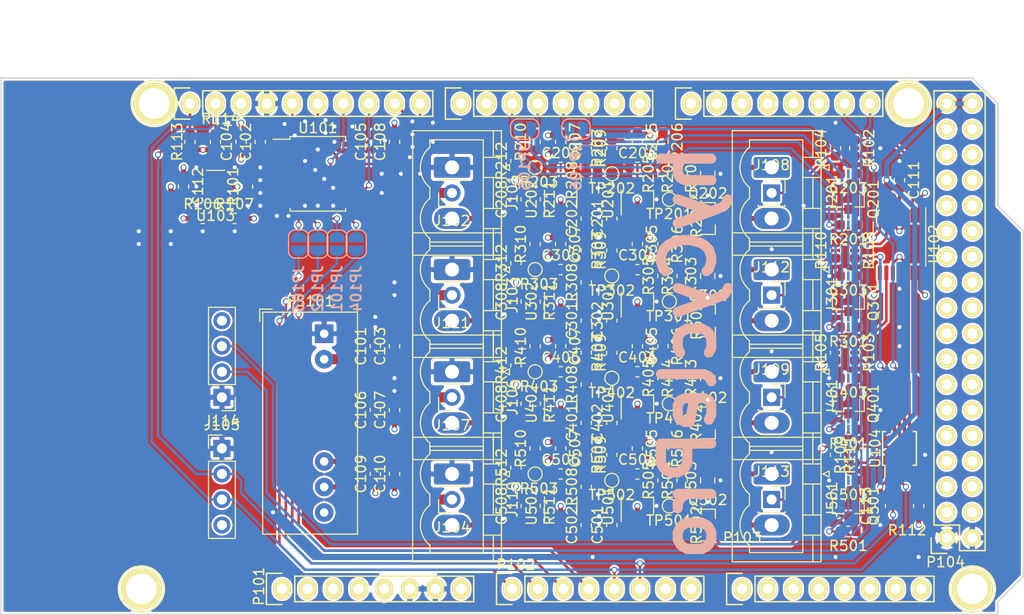
<source format=kicad_pcb>
(kicad_pcb (version 20171130) (host pcbnew 5.1.12-84ad8e8a86~92~ubuntu20.04.1)
  (title_block (title hyPrecessionCurrentMeasurment) (date 2021-12-27) (rev 0.1) (company nerdyscout))
  (layers (0 F.Cu signal) (1 In1.Cu signal) (2 In2.Cu signal) (31 B.Cu signal) (34 B.Paste user) (35 F.Paste user) (36 B.SilkS user) (37 F.SilkS user hide) (38 B.Mask user) (39 F.Mask user) (44 Edge.Cuts user))
  (net 0 "")
  (net 1 GND)
  (net 2 +5V)
  (net 3 +3V3)
  (net 4 TWI0_SDA)
  (net 5 "Net-(Q501-Pad3)")
  (net 6 TWI0_SCL)
  (net 7 SPI1_CS0)
  (net 8 SPI1_MISO)
  (net 9 SPI1_CLK)
  (net 10 "Net-(Q201-Pad3)")
  (net 11 "Net-(Q401-Pad3)")
  (net 12 /ch14)
  (net 13 /ch13)
  (net 14 /ch12)
  (net 15 /ch11)
  (net 16 VDDA)
  (net 17 GNDA)
  (net 18 /port1/Power)
  (net 19 "Net-(C203-Pad1)")
  (net 20 "Net-(C204-Pad2)")
  (net 21 "Net-(C204-Pad1)")
  (net 22 "Net-(C206-Pad2)")
  (net 23 "Net-(C206-Pad1)")
  (net 24 /ana0)
  (net 25 /ana2)
  (net 26 "Net-(C403-Pad1)")
  (net 27 "Net-(C404-Pad2)")
  (net 28 "Net-(C404-Pad1)")
  (net 29 "Net-(C406-Pad2)")
  (net 30 "Net-(C406-Pad1)")
  (net 31 /ana4)
  (net 32 "Net-(C503-Pad1)")
  (net 33 "Net-(C504-Pad2)")
  (net 34 "Net-(C504-Pad1)")
  (net 35 "Net-(C506-Pad2)")
  (net 36 "Net-(C506-Pad1)")
  (net 37 /ana6)
  (net 38 SPI1_MOSI)
  (net 39 /port1/Power+)
  (net 40 /DAC1)
  (net 41 /DAC4)
  (net 42 "Net-(R102-Pad1)")
  (net 43 /DAC2)
  (net 44 /DAC3)
  (net 45 /RDY)
  (net 46 "Net-(R204-Pad1)")
  (net 47 "Net-(R206-Pad1)")
  (net 48 "Net-(R209-Pad1)")
  (net 49 "Net-(R211-Pad2)")
  (net 50 "Net-(R404-Pad1)")
  (net 51 "Net-(R406-Pad1)")
  (net 52 "Net-(R409-Pad1)")
  (net 53 "Net-(R411-Pad2)")
  (net 54 "Net-(R504-Pad1)")
  (net 55 "Net-(R506-Pad1)")
  (net 56 "Net-(R509-Pad1)")
  (net 57 "Net-(R511-Pad2)")
  (net 58 /port2/Power)
  (net 59 /port4/Power)
  (net 60 /port3/Power)
  (net 61 /port2/Power+)
  (net 62 /port4/Power+)
  (net 63 /port3/Power+)
  (net 64 /port2/Power-)
  (net 65 /port1/Power-)
  (net 66 /port4/Power-)
  (net 67 /port3/Power-)
  (net 68 "Net-(JP101-Pad2)")
  (net 69 "Net-(JP102-Pad2)")
  (net 70 "Net-(JP103-Pad2)")
  (net 71 "Net-(JP104-Pad2)")
  (net 72 VDD)
  (net 73 "Net-(C303-Pad1)")
  (net 74 "Net-(Q301-Pad3)")
  (net 75 "Net-(R306-Pad1)")
  (net 76 "Net-(R309-Pad1)")
  (net 77 /MCLKIN)
  (net 78 /MDAT)
  (net 79 "Net-(R101-Pad2)")
  (net 80 "Net-(R106-Pad2)")
  (net 81 "Net-(C304-Pad2)")
  (net 82 "Net-(C304-Pad1)")
  (net 83 "Net-(C306-Pad2)")
  (net 84 "Net-(C306-Pad1)")
  (net 85 "Net-(R103-Pad1)")
  (net 86 "Net-(R108-Pad1)")
  (net 87 "Net-(R109-Pad1)")
  (net 88 "Net-(R304-Pad1)")
  (net 89 "Net-(R311-Pad2)")
  (net 90 /d1)
  (net 91 /d3)
  (net 92 /d2)
  (net 93 /d4)
  (net 94 /TWI1_SDA)
  (net 95 /TWI1_SCL)
  (module Jumper:SolderJumper-2_P1.3mm_Open_RoundedPad1.0x1.5mm (layer B.Cu) (at 132.969 84.836 270)
    (fp_text reference JP103 (at 4.445 0 90) (layer B.SilkS) (effects (font (thickness 0.2)) (justify mirror)))
    (fp_text value Jumper_SolderJumper_2_Open)
    (pad 2 smd custom (at 0.65 0 270) (size 1 0.5) (layers B.Cu B.Mask) (net 70 "Net-(JP103-Pad2)") (options (clearance outline) (anchor rect)) (primitives (gr_circle (center 0 -0.25) (end 0.5 -0.25) (width 0)) (gr_circle (center 0 0.25) (end 0.5 0.25) (width 0)) (gr_poly (pts (xy 0 0.75) (xy -0.5 0.75) (xy -0.5 -0.75) (xy 0 -0.75)) (width 0))))
    (pad 1 smd custom (at -0.65 0 270) (size 1 0.5) (layers B.Cu B.Mask) (net 31 /ana4) (options (clearance outline) (anchor rect)) (primitives (gr_circle (center 0 -0.25) (end 0.5 -0.25) (width 0)) (gr_circle (center 0 0.25) (end 0.5 0.25) (width 0)) (gr_poly (pts (xy 0 0.75) (xy 0.5 0.75) (xy 0.5 -0.75) (xy 0 -0.75)) (width 0))))
  )
  (module Jumper:SolderJumper-2_P1.3mm_Open_RoundedPad1.0x1.5mm (layer B.Cu) (at 160.528 73.406)
    (fp_text reference JP106 (at 0 3.81 90) (layer B.SilkS) (effects (font (thickness 0.2)) (justify mirror)))
    (fp_text value Jumper_SolderJumper_2_Open)
    (pad 2 smd custom (at 0.65 0) (size 1 0.5) (layers B.Cu B.Mask) (net 12 /ch14) (options (clearance outline) (anchor rect)) (primitives (gr_circle (center 0 -0.25) (end 0.5 -0.25) (width 0)) (gr_circle (center 0 0.25) (end 0.5 0.25) (width 0)) (gr_poly (pts (xy 0 0.75) (xy -0.5 0.75) (xy -0.5 -0.75) (xy 0 -0.75)) (width 0))))
    (pad 1 smd custom (at -0.65 0) (size 1 0.5) (layers B.Cu B.Mask) (net 13 /ch13) (options (clearance outline) (anchor rect)) (primitives (gr_circle (center 0 -0.25) (end 0.5 -0.25) (width 0)) (gr_circle (center 0 0.25) (end 0.5 0.25) (width 0)) (gr_poly (pts (xy 0 0.75) (xy 0.5 0.75) (xy 0.5 -0.75) (xy 0 -0.75)) (width 0))))
  )
  (module Jumper:SolderJumper-2_P1.3mm_Open_RoundedPad1.0x1.5mm (layer B.Cu) (at 155.433 73.406)
    (fp_text reference JP105 (at 0 3.81 90) (layer B.SilkS) (effects (font (thickness 0.2)) (justify mirror)))
    (fp_text value Jumper_SolderJumper_2_Open)
    (pad 2 smd custom (at 0.65 0) (size 1 0.5) (layers B.Cu B.Mask) (net 14 /ch12) (options (clearance outline) (anchor rect)) (primitives (gr_circle (center 0 -0.25) (end 0.5 -0.25) (width 0)) (gr_circle (center 0 0.25) (end 0.5 0.25) (width 0)) (gr_poly (pts (xy 0 0.75) (xy -0.5 0.75) (xy -0.5 -0.75) (xy 0 -0.75)) (width 0))))
    (pad 1 smd custom (at -0.65 0) (size 1 0.5) (layers B.Cu B.Mask) (net 15 /ch11) (options (clearance outline) (anchor rect)) (primitives (gr_circle (center 0 -0.25) (end 0.5 -0.25) (width 0)) (gr_circle (center 0 0.25) (end 0.5 0.25) (width 0)) (gr_poly (pts (xy 0 0.75) (xy 0.5 0.75) (xy 0.5 -0.75) (xy 0 -0.75)) (width 0))))
  )
  (module Connector_PinHeader_2.54mm:PinHeader_1x04_P2.54mm_Vertical (layer F.Cu) (at 125.349 100.076 180)
    (fp_text reference J114 (at 0 -2.33) (layer F.SilkS))
    (fp_text value TWI1)
    (pad 4 thru_hole oval (at 0 7.62 180) (size 1.7 1.7) (drill 1) (layers *.Cu *.Mask) (net 3 +3V3))
    (pad 3 thru_hole oval (at 0 5.08 180) (size 1.7 1.7) (drill 1) (layers *.Cu *.Mask) (net 94 /TWI1_SDA))
    (pad 2 thru_hole oval (at 0 2.54 180) (size 1.7 1.7) (drill 1) (layers *.Cu *.Mask) (net 95 /TWI1_SCL))
    (pad 1 thru_hole rect (at 0 0 180) (size 1.7 1.7) (drill 1) (layers *.Cu *.Mask) (net 1 GND))
  )
  (module Connector_PinSocket_2.54mm:PinSocket_1x01_P2.54mm_Vertical (layer F.Cu) (at 179.959 110.236)
    (fp_text reference J113 (at 0 -2.77) (layer F.SilkS))
    (fp_text value Conn_01x01)
    (pad 1 thru_hole rect (at 0 0) (size 1.7 1.7) (drill 1) (layers *.Cu *.Mask) (net 93 /d4))
  )
  (module Connector_PinSocket_2.54mm:PinSocket_1x01_P2.54mm_Vertical (layer F.Cu) (at 179.959 100.076)
    (fp_text reference J109 (at 0 -2.77) (layer F.SilkS))
    (fp_text value Conn_01x01)
    (pad 1 thru_hole rect (at 0 0) (size 1.7 1.7) (drill 1) (layers *.Cu *.Mask) (net 91 /d3))
  )
  (module Connector_PinSocket_2.54mm:PinSocket_1x01_P2.54mm_Vertical (layer F.Cu) (at 179.959 79.756)
    (fp_text reference J108 (at 0 -2.77) (layer F.SilkS))
    (fp_text value Conn_01x01)
    (pad 1 thru_hole rect (at 0 0) (size 1.7 1.7) (drill 1) (layers *.Cu *.Mask) (net 90 /d1))
  )
  (module Package_TO_SOT_SMD:SOT-23-5 (layer F.Cu) (at 124.714 79.121 180)
    (fp_text reference U103 (at 0 -2.9) (layer F.SilkS))
    (fp_text value LMV321)
    (pad 5 smd rect (at 1.1 -0.95 180) (size 1.06 0.65) (layers F.Cu F.Paste F.Mask) (net 16 VDDA))
    (pad 4 smd rect (at 1.1 0.95 180) (size 1.06 0.65) (layers F.Cu F.Paste F.Mask) (net 79 "Net-(R101-Pad2)"))
    (pad 3 smd rect (at -1.1 0.95 180) (size 1.06 0.65) (layers F.Cu F.Paste F.Mask) (net 79 "Net-(R101-Pad2)"))
    (pad 2 smd rect (at -1.1 0 180) (size 1.06 0.65) (layers F.Cu F.Paste F.Mask) (net 17 GNDA))
    (pad 1 smd rect (at -1.1 -0.95 180) (size 1.06 0.65) (layers F.Cu F.Paste F.Mask) (net 80 "Net-(R106-Pad2)"))
  )
  (module Resistor_SMD:R_0603_1608Metric (layer F.Cu) (at 126.619 82.296)
    (fp_text reference R107 (at 0 -1.43) (layer F.SilkS))
    (fp_text value "100k 1%")
    (pad 2 smd roundrect (at 0.7875 0) (size 0.875 0.95) (layers F.Cu F.Paste F.Mask) (net 17 GNDA))
    (pad 1 smd roundrect (at -0.7875 0) (size 0.875 0.95) (layers F.Cu F.Paste F.Mask) (net 80 "Net-(R106-Pad2)"))
  )
  (module Resistor_SMD:R_0603_1608Metric (layer F.Cu) (at 123.444 82.296)
    (fp_text reference R106 (at 0 -1.43) (layer F.SilkS))
    (fp_text value "100k 1%")
    (pad 2 smd roundrect (at 0.7875 0) (size 0.875 0.95) (layers F.Cu F.Paste F.Mask) (net 80 "Net-(R106-Pad2)"))
    (pad 1 smd roundrect (at -0.7875 0) (size 0.875 0.95) (layers F.Cu F.Paste F.Mask) (net 16 VDDA))
  )
  (module Resistor_SMD:R_0603_1608Metric (layer F.Cu) (at 127.889 79.121 90)
    (fp_text reference R101 (at 0 -1.43 90) (layer F.SilkS))
    (fp_text value 270)
    (pad 2 smd roundrect (at 0.7875 0 90) (size 0.875 0.95) (layers F.Cu F.Paste F.Mask) (net 79 "Net-(R101-Pad2)"))
    (pad 1 smd roundrect (at -0.7875 0 90) (size 0.875 0.95) (layers F.Cu F.Paste F.Mask) (net 1 GND))
  )
  (module Capacitor_SMD:C_0603_1608Metric (layer F.Cu) (at 121.539 79.121 270)
    (fp_text reference C112 (at 0 -1.43 90) (layer F.SilkS))
    (fp_text value 100n)
    (pad 2 smd roundrect (at 0.7875 0 270) (size 0.875 0.95) (layers F.Cu F.Paste F.Mask) (net 16 VDDA))
    (pad 1 smd roundrect (at -0.7875 0 270) (size 0.875 0.95) (layers F.Cu F.Paste F.Mask) (net 17 GNDA))
  )
  (module Connector_Phoenix_MSTB:PhoenixContact_MSTBVA_2,5_2-G-5,08_1x02_P5.08mm_Vertical (layer F.Cu) (at 148.209 97.536 270)
    (fp_text reference J106 (at 2.54 -6 90) (layer F.SilkS))
    (fp_text value Conn_01x02)
    (pad 2 thru_hole oval (at 5.08 0 270) (size 2.08 3.6) (drill 1.4) (layers *.Cu *.Mask) (net 60 /port3/Power))
    (pad 1 thru_hole roundrect (at 0 0 270) (size 2.08 3.6) (drill 1.4) (layers *.Cu *.Mask) (roundrect_rratio 0.1201913461538461) (net 1 GND))
  )
  (module Connector_Phoenix_MSTB:PhoenixContact_MSTBVA_2,5_2-G-5,08_1x02_P5.08mm_Vertical (layer F.Cu) (at 148.209 77.216 270)
    (fp_text reference J101 (at 2.54 -6 90) (layer F.SilkS))
    (fp_text value Conn_01x02)
    (pad 2 thru_hole oval (at 5.08 0 270) (size 2.08 3.6) (drill 1.4) (layers *.Cu *.Mask) (net 18 /port1/Power))
    (pad 1 thru_hole roundrect (at 0 0 270) (size 2.08 3.6) (drill 1.4) (layers *.Cu *.Mask) (roundrect_rratio 0.1201913461538461) (net 1 GND))
  )
  (module Connector_PinHeader_2.54mm:PinHeader_1x04_P2.54mm_Vertical (layer F.Cu) (at 125.349 105.156)
    (fp_text reference J105 (at 0 -2.33) (layer F.SilkS))
    (fp_text value TWI0)
    (pad 4 thru_hole oval (at 0 7.62) (size 1.7 1.7) (drill 1) (layers *.Cu *.Mask) (net 3 +3V3))
    (pad 3 thru_hole oval (at 0 5.08) (size 1.7 1.7) (drill 1) (layers *.Cu *.Mask) (net 4 TWI0_SDA))
    (pad 2 thru_hole oval (at 0 2.54) (size 1.7 1.7) (drill 1) (layers *.Cu *.Mask) (net 6 TWI0_SCL))
    (pad 1 thru_hole rect (at 0 0) (size 1.7 1.7) (drill 1) (layers *.Cu *.Mask) (net 1 GND))
  )
  (module Resistor_SMD:R_0805_2012Metric (layer F.Cu) (at 173.609 77.851 90)
    (fp_text reference R203 (at 0 -1.65 90) (layer F.SilkS))
    (fp_text value "0.010  0.05%")
    (pad 1 smd roundrect (at -0.9375 0 90) (size 0.975 1.4) (layers F.Cu F.Paste F.Mask) (net 1 GND))
    (pad 2 smd roundrect (at 0.9375 0 90) (size 0.975 1.4) (layers F.Cu F.Paste F.Mask) (net 65 /port1/Power-))
  )
  (module Resistor_SMD:R_0603_1608Metric (layer F.Cu) (at 164.084 75.311 90)
    (fp_text reference R207 (at 0 -1.43 90) (layer F.SilkS))
    (fp_text value "2k2 0.05%")
    (pad 2 smd roundrect (at 0.7875 0 90) (size 0.875 0.95) (layers F.Cu F.Paste F.Mask) (net 47 "Net-(R206-Pad1)"))
    (pad 1 smd roundrect (at -0.7875 0 90) (size 0.875 0.95) (layers F.Cu F.Paste F.Mask) (net 21 "Net-(C204-Pad1)"))
  )
  (module Resistor_SMD:R_0805_2012Metric (layer F.Cu) (at 173.609 88.011 90)
    (fp_text reference R303 (at 0 -1.65 90) (layer F.SilkS))
    (fp_text value "0.010  0.05%")
    (pad 2 smd roundrect (at 0.9375 0 90) (size 0.975 1.4) (layers F.Cu F.Paste F.Mask) (net 64 /port2/Power-))
    (pad 1 smd roundrect (at -0.9375 0 90) (size 0.975 1.4) (layers F.Cu F.Paste F.Mask) (net 1 GND))
  )
  (module Resistor_SMD:R_0603_1608Metric (layer F.Cu) (at 164.084 85.471 90)
    (fp_text reference R307 (at 0 -1.43 90) (layer F.SilkS))
    (fp_text value "2k2 0.05%")
    (pad 2 smd roundrect (at 0.7875 0 90) (size 0.875 0.95) (layers F.Cu F.Paste F.Mask) (net 75 "Net-(R306-Pad1)"))
    (pad 1 smd roundrect (at -0.7875 0 90) (size 0.875 0.95) (layers F.Cu F.Paste F.Mask) (net 82 "Net-(C304-Pad1)"))
  )
  (module Resistor_SMD:R_0805_2012Metric (layer F.Cu) (at 173.609 108.331 90)
    (fp_text reference R503 (at 0 -1.65 90) (layer F.SilkS))
    (fp_text value "0.010  0.05%")
    (pad 2 smd roundrect (at 0.9375 0 90) (size 0.975 1.4) (layers F.Cu F.Paste F.Mask) (net 66 /port4/Power-))
    (pad 1 smd roundrect (at -0.9375 0 90) (size 0.975 1.4) (layers F.Cu F.Paste F.Mask) (net 1 GND))
  )
  (module Resistor_SMD:R_0603_1608Metric (layer F.Cu) (at 164.084 105.791 90)
    (fp_text reference R507 (at 0 -1.43 90) (layer F.SilkS))
    (fp_text value "2k2 0.05%")
    (pad 2 smd roundrect (at 0.7875 0 90) (size 0.875 0.95) (layers F.Cu F.Paste F.Mask) (net 55 "Net-(R506-Pad1)"))
    (pad 1 smd roundrect (at -0.7875 0 90) (size 0.875 0.95) (layers F.Cu F.Paste F.Mask) (net 34 "Net-(C504-Pad1)"))
  )
  (module Resistor_SMD:R_0805_2012Metric (layer F.Cu) (at 173.609 98.171 90)
    (fp_text reference R403 (at 0 -1.65 90) (layer F.SilkS))
    (fp_text value "0.010  0.05%")
    (pad 2 smd roundrect (at 0.9375 0 90) (size 0.975 1.4) (layers F.Cu F.Paste F.Mask) (net 67 /port3/Power-))
    (pad 1 smd roundrect (at -0.9375 0 90) (size 0.975 1.4) (layers F.Cu F.Paste F.Mask) (net 1 GND))
  )
  (module Resistor_SMD:R_0603_1608Metric (layer F.Cu) (at 164.084 95.631 90)
    (fp_text reference R407 (at 0 -1.43 90) (layer F.SilkS))
    (fp_text value "2k2 0.05%")
    (pad 2 smd roundrect (at 0.7875 0 90) (size 0.875 0.95) (layers F.Cu F.Paste F.Mask) (net 51 "Net-(R406-Pad1)"))
    (pad 1 smd roundrect (at -0.7875 0 90) (size 0.875 0.95) (layers F.Cu F.Paste F.Mask) (net 28 "Net-(C404-Pad1)"))
  )
  (module Package_SO:SSOP-20_5.3x7.2mm_P0.65mm (layer F.Cu) (at 134.874 77.851)
    (fp_text reference U101 (at 0 -4.55) (layer F.SilkS))
    (fp_text value MCP3564)
    (pad 20 smd roundrect (at 3.5 -2.925) (size 1.9 0.5) (layers F.Cu F.Paste F.Mask) (net 72 VDD))
    (pad 19 smd roundrect (at 3.5 -2.275) (size 1.9 0.5) (layers F.Cu F.Paste F.Mask) (net 1 GND))
    (pad 18 smd roundrect (at 3.5 -1.625) (size 1.9 0.5) (layers F.Cu F.Paste F.Mask) (net 77 /MCLKIN))
    (pad 17 smd roundrect (at 3.5 -0.975) (size 1.9 0.5) (layers F.Cu F.Paste F.Mask) (net 78 /MDAT))
    (pad 16 smd roundrect (at 3.5 -0.325) (size 1.9 0.5) (layers F.Cu F.Paste F.Mask) (net 8 SPI1_MISO))
    (pad 15 smd roundrect (at 3.5 0.325) (size 1.9 0.5) (layers F.Cu F.Paste F.Mask) (net 38 SPI1_MOSI))
    (pad 14 smd roundrect (at 3.5 0.975) (size 1.9 0.5) (layers F.Cu F.Paste F.Mask) (net 9 SPI1_CLK))
    (pad 13 smd roundrect (at 3.5 1.625) (size 1.9 0.5) (layers F.Cu F.Paste F.Mask) (net 7 SPI1_CS0))
    (pad 12 smd roundrect (at 3.5 2.275) (size 1.9 0.5) (layers F.Cu F.Paste F.Mask) (net 1 GND))
    (pad 11 smd roundrect (at 3.5 2.925) (size 1.9 0.5) (layers F.Cu F.Paste F.Mask) (net 37 /ana6))
    (pad 10 smd roundrect (at -3.5 2.925) (size 1.9 0.5) (layers F.Cu F.Paste F.Mask) (net 1 GND))
    (pad 9 smd roundrect (at -3.5 2.275) (size 1.9 0.5) (layers F.Cu F.Paste F.Mask) (net 31 /ana4))
    (pad 8 smd roundrect (at -3.5 1.625) (size 1.9 0.5) (layers F.Cu F.Paste F.Mask) (net 1 GND))
    (pad 7 smd roundrect (at -3.5 0.975) (size 1.9 0.5) (layers F.Cu F.Paste F.Mask) (net 25 /ana2))
    (pad 6 smd roundrect (at -3.5 0.325) (size 1.9 0.5) (layers F.Cu F.Paste F.Mask) (net 1 GND))
    (pad 5 smd roundrect (at -3.5 -0.325) (size 1.9 0.5) (layers F.Cu F.Paste F.Mask) (net 24 /ana0))
    (pad 4 smd roundrect (at -3.5 -0.975) (size 1.9 0.5) (layers F.Cu F.Paste F.Mask) (net 16 VDDA))
    (pad 3 smd roundrect (at -3.5 -1.625) (size 1.9 0.5) (layers F.Cu F.Paste F.Mask) (net 17 GNDA))
    (pad 2 smd roundrect (at -3.5 -2.275) (size 1.9 0.5) (layers F.Cu F.Paste F.Mask) (net 17 GNDA))
    (pad 1 smd roundrect (at -3.5 -2.925) (size 1.9 0.5) (layers F.Cu F.Paste F.Mask) (net 16 VDDA))
  )
  (module Package_SO:TSSOP-14_4.4x5mm_P0.65mm (layer F.Cu) (at 192.659 84.836 270)
    (fp_text reference U102 (at 0 -3.45 90) (layer F.SilkS))
    (fp_text value LM324)
    (pad 14 smd roundrect (at 2.8625 -1.95 270) (size 1.475 0.4) (layers F.Cu F.Paste F.Mask) (net 93 /d4))
    (pad 13 smd roundrect (at 2.8625 -1.3 270) (size 1.475 0.4) (layers F.Cu F.Paste F.Mask) (net 87 "Net-(R109-Pad1)"))
    (pad 12 smd roundrect (at 2.8625 -0.65 270) (size 1.475 0.4) (layers F.Cu F.Paste F.Mask) (net 17 GNDA))
    (pad 11 smd roundrect (at 2.8625 0 270) (size 1.475 0.4) (layers F.Cu F.Paste F.Mask) (net 1 GND))
    (pad 10 smd roundrect (at 2.8625 0.65 270) (size 1.475 0.4) (layers F.Cu F.Paste F.Mask) (net 17 GNDA))
    (pad 9 smd roundrect (at 2.8625 1.3 270) (size 1.475 0.4) (layers F.Cu F.Paste F.Mask) (net 85 "Net-(R103-Pad1)"))
    (pad 8 smd roundrect (at 2.8625 1.95 270) (size 1.475 0.4) (layers F.Cu F.Paste F.Mask) (net 91 /d3))
    (pad 7 smd roundrect (at -2.8625 1.95 270) (size 1.475 0.4) (layers F.Cu F.Paste F.Mask) (net 92 /d2))
    (pad 6 smd roundrect (at -2.8625 1.3 270) (size 1.475 0.4) (layers F.Cu F.Paste F.Mask) (net 86 "Net-(R108-Pad1)"))
    (pad 5 smd roundrect (at -2.8625 0.65 270) (size 1.475 0.4) (layers F.Cu F.Paste F.Mask) (net 17 GNDA))
    (pad 4 smd roundrect (at -2.8625 0 270) (size 1.475 0.4) (layers F.Cu F.Paste F.Mask) (net 3 +3V3))
    (pad 3 smd roundrect (at -2.8625 -0.65 270) (size 1.475 0.4) (layers F.Cu F.Paste F.Mask) (net 17 GNDA))
    (pad 2 smd roundrect (at -2.8625 -1.3 270) (size 1.475 0.4) (layers F.Cu F.Paste F.Mask) (net 42 "Net-(R102-Pad1)"))
    (pad 1 smd roundrect (at -2.8625 -1.95 270) (size 1.475 0.4) (layers F.Cu F.Paste F.Mask) (net 90 /d1))
  )
  (module Package_TO_SOT_SMD:SOT-23-6 (layer F.Cu) (at 159.004 80.391 90)
    (fp_text reference U202 (at 0 -2.9 90) (layer F.SilkS))
    (fp_text value MAX4239AUT)
    (pad 5 smd rect (at 1.1 0 90) (size 1.06 0.65) (layers F.Cu F.Paste F.Mask) (net 16 VDDA))
    (pad 6 smd rect (at 1.1 -0.95 90) (size 1.06 0.65) (layers F.Cu F.Paste F.Mask) (net 16 VDDA))
    (pad 4 smd rect (at 1.1 0.95 90) (size 1.06 0.65) (layers F.Cu F.Paste F.Mask) (net 22 "Net-(C206-Pad2)"))
    (pad 3 smd rect (at -1.1 0.95 90) (size 1.06 0.65) (layers F.Cu F.Paste F.Mask) (net 21 "Net-(C204-Pad1)"))
    (pad 2 smd rect (at -1.1 0 90) (size 1.06 0.65) (layers F.Cu F.Paste F.Mask) (net 17 GNDA))
    (pad 1 smd rect (at -1.1 -0.95 90) (size 1.06 0.65) (layers F.Cu F.Paste F.Mask) (net 49 "Net-(R211-Pad2)"))
  )
  (module Package_TO_SOT_SMD:SOT-23-6 (layer F.Cu) (at 159.004 90.551 90)
    (fp_text reference U302 (at 0 -2.9 90) (layer F.SilkS))
    (fp_text value MAX4239AUT)
    (pad 5 smd rect (at 1.1 0 90) (size 1.06 0.65) (layers F.Cu F.Paste F.Mask) (net 16 VDDA))
    (pad 6 smd rect (at 1.1 -0.95 90) (size 1.06 0.65) (layers F.Cu F.Paste F.Mask) (net 16 VDDA))
    (pad 4 smd rect (at 1.1 0.95 90) (size 1.06 0.65) (layers F.Cu F.Paste F.Mask) (net 83 "Net-(C306-Pad2)"))
    (pad 3 smd rect (at -1.1 0.95 90) (size 1.06 0.65) (layers F.Cu F.Paste F.Mask) (net 82 "Net-(C304-Pad1)"))
    (pad 2 smd rect (at -1.1 0 90) (size 1.06 0.65) (layers F.Cu F.Paste F.Mask) (net 17 GNDA))
    (pad 1 smd rect (at -1.1 -0.95 90) (size 1.06 0.65) (layers F.Cu F.Paste F.Mask) (net 89 "Net-(R311-Pad2)"))
  )
  (module Package_TO_SOT_SMD:SOT-23-6 (layer F.Cu) (at 159.004 110.871 90)
    (fp_text reference U502 (at 0 -2.9 90) (layer F.SilkS))
    (fp_text value MAX4239AUT)
    (pad 5 smd rect (at 1.1 0 90) (size 1.06 0.65) (layers F.Cu F.Paste F.Mask) (net 16 VDDA))
    (pad 6 smd rect (at 1.1 -0.95 90) (size 1.06 0.65) (layers F.Cu F.Paste F.Mask) (net 16 VDDA))
    (pad 4 smd rect (at 1.1 0.95 90) (size 1.06 0.65) (layers F.Cu F.Paste F.Mask) (net 35 "Net-(C506-Pad2)"))
    (pad 3 smd rect (at -1.1 0.95 90) (size 1.06 0.65) (layers F.Cu F.Paste F.Mask) (net 34 "Net-(C504-Pad1)"))
    (pad 2 smd rect (at -1.1 0 90) (size 1.06 0.65) (layers F.Cu F.Paste F.Mask) (net 17 GNDA))
    (pad 1 smd rect (at -1.1 -0.95 90) (size 1.06 0.65) (layers F.Cu F.Paste F.Mask) (net 57 "Net-(R511-Pad2)"))
  )
  (module Package_TO_SOT_SMD:SOT-23-6 (layer F.Cu) (at 159.004 100.711 90)
    (fp_text reference U402 (at 0 -2.9 90) (layer F.SilkS))
    (fp_text value MAX4239AUT)
    (pad 5 smd rect (at 1.1 0 90) (size 1.06 0.65) (layers F.Cu F.Paste F.Mask) (net 16 VDDA))
    (pad 6 smd rect (at 1.1 -0.95 90) (size 1.06 0.65) (layers F.Cu F.Paste F.Mask) (net 16 VDDA))
    (pad 4 smd rect (at 1.1 0.95 90) (size 1.06 0.65) (layers F.Cu F.Paste F.Mask) (net 29 "Net-(C406-Pad2)"))
    (pad 3 smd rect (at -1.1 0.95 90) (size 1.06 0.65) (layers F.Cu F.Paste F.Mask) (net 28 "Net-(C404-Pad1)"))
    (pad 2 smd rect (at -1.1 0 90) (size 1.06 0.65) (layers F.Cu F.Paste F.Mask) (net 17 GNDA))
    (pad 1 smd rect (at -1.1 -0.95 90) (size 1.06 0.65) (layers F.Cu F.Paste F.Mask) (net 53 "Net-(R411-Pad2)"))
  )
  (module Connector_Phoenix_MSTB:PhoenixContact_MSTBVA_2,5_2-G-5,08_1x02_P5.08mm_Vertical (layer F.Cu) (at 148.209 87.376 270)
    (fp_text reference J103 (at 2.54 -6 90) (layer F.SilkS))
    (fp_text value Conn_01x02)
    (pad 2 thru_hole oval (at 5.08 0 270) (size 2.08 3.6) (drill 1.4) (layers *.Cu *.Mask) (net 58 /port2/Power))
    (pad 1 thru_hole roundrect (at 0 0 270) (size 2.08 3.6) (drill 1.4) (layers *.Cu *.Mask) (roundrect_rratio 0.1201913461538461) (net 1 GND))
  )
  (module Capacitor_SMD:C_0603_1608Metric (layer F.Cu) (at 142.494 74.676 90)
    (fp_text reference C108 (at 0 -1.43 90) (layer F.SilkS))
    (fp_text value 100n)
    (pad 2 smd roundrect (at 0.7875 0 90) (size 0.875 0.95) (layers F.Cu F.Paste F.Mask) (net 72 VDD))
    (pad 1 smd roundrect (at -0.7875 0 90) (size 0.875 0.95) (layers F.Cu F.Paste F.Mask) (net 1 GND))
  )
  (module Capacitor_SMD:C_0603_1608Metric (layer F.Cu) (at 140.589 74.676 90)
    (fp_text reference C105 (at 0 -1.43 90) (layer F.SilkS))
    (fp_text value 10n)
    (pad 2 smd roundrect (at 0.7875 0 90) (size 0.875 0.95) (layers F.Cu F.Paste F.Mask) (net 72 VDD))
    (pad 1 smd roundrect (at -0.7875 0 90) (size 0.875 0.95) (layers F.Cu F.Paste F.Mask) (net 1 GND))
  )
  (module Capacitor_SMD:C_0603_1608Metric (layer F.Cu) (at 127.254 74.676 90)
    (fp_text reference C104 (at 0 -1.43 90) (layer F.SilkS))
    (fp_text value 100n)
    (pad 2 smd roundrect (at 0.7875 0 90) (size 0.875 0.95) (layers F.Cu F.Paste F.Mask) (net 16 VDDA))
    (pad 1 smd roundrect (at -0.7875 0 90) (size 0.875 0.95) (layers F.Cu F.Paste F.Mask) (net 17 GNDA))
  )
  (module Capacitor_SMD:C_0603_1608Metric (layer F.Cu) (at 129.159 74.676 90)
    (fp_text reference C102 (at 0 -1.43 90) (layer F.SilkS))
    (fp_text value 10n)
    (pad 2 smd roundrect (at 0.7875 0 90) (size 0.875 0.95) (layers F.Cu F.Paste F.Mask) (net 16 VDDA))
    (pad 1 smd roundrect (at -0.7875 0 90) (size 0.875 0.95) (layers F.Cu F.Paste F.Mask) (net 17 GNDA))
  )
  (module Converter_DCDC:Converter_DCDC_XP_POWER-ITXxxxxSA_THT (layer F.Cu) (at 135.509 93.751001)
    (fp_text reference PS101 (at -1.4 -3.24) (layer F.SilkS))
    (fp_text value ITX0503SA)
    (pad 8 thru_hole circle (at 0 17.78) (size 1.85 1.85) (drill 0.85) (layers *.Cu *.Mask))
    (pad 7 thru_hole circle (at 0 15.24) (size 1.85 1.85) (drill 0.85) (layers *.Cu *.Mask) (net 17 GNDA))
    (pad 6 thru_hole circle (at 0 12.7) (size 1.85 1.85) (drill 0.85) (layers *.Cu *.Mask) (net 16 VDDA))
    (pad 2 thru_hole circle (at 0 2.54) (size 1.85 1.85) (drill 0.85) (layers *.Cu *.Mask) (net 2 +5V))
    (pad 1 thru_hole rect (at 0 0) (size 1.85 1.85) (drill 0.85) (layers *.Cu *.Mask) (net 1 GND))
  )
  (module Jumper:SolderJumper-2_P1.3mm_Open_RoundedPad1.0x1.5mm (layer B.Cu) (at 138.684 84.836 270)
    (fp_text reference JP104 (at 4.445 0 90) (layer B.SilkS) (effects (font (thickness 0.2)) (justify mirror)))
    (fp_text value Jumper_SolderJumper_2_Open)
    (pad 2 smd custom (at 0.65 0 270) (size 1 0.5) (layers B.Cu B.Mask) (net 71 "Net-(JP104-Pad2)") (options (clearance outline) (anchor rect)) (primitives (gr_circle (center 0 -0.25) (end 0.5 -0.25) (width 0)) (gr_circle (center 0 0.25) (end 0.5 0.25) (width 0)) (gr_poly (pts (xy 0 0.75) (xy -0.5 0.75) (xy -0.5 -0.75) (xy 0 -0.75)) (width 0))))
    (pad 1 smd custom (at -0.65 0 270) (size 1 0.5) (layers B.Cu B.Mask) (net 37 /ana6) (options (clearance outline) (anchor rect)) (primitives (gr_circle (center 0 -0.25) (end 0.5 -0.25) (width 0)) (gr_circle (center 0 0.25) (end 0.5 0.25) (width 0)) (gr_poly (pts (xy 0 0.75) (xy 0.5 0.75) (xy 0.5 -0.75) (xy 0 -0.75)) (width 0))))
  )
  (module Jumper:SolderJumper-2_P1.3mm_Open_RoundedPad1.0x1.5mm (layer B.Cu) (at 134.874 84.836 270)
    (fp_text reference JP102 (at 4.445 0 90) (layer B.SilkS) (effects (font (thickness 0.2)) (justify mirror)))
    (fp_text value Jumper_SolderJumper_2_Open)
    (pad 2 smd custom (at 0.65 0 270) (size 1 0.5) (layers B.Cu B.Mask) (net 69 "Net-(JP102-Pad2)") (options (clearance outline) (anchor rect)) (primitives (gr_circle (center 0 -0.25) (end 0.5 -0.25) (width 0)) (gr_circle (center 0 0.25) (end 0.5 0.25) (width 0)) (gr_poly (pts (xy 0 0.75) (xy -0.5 0.75) (xy -0.5 -0.75) (xy 0 -0.75)) (width 0))))
    (pad 1 smd custom (at -0.65 0 270) (size 1 0.5) (layers B.Cu B.Mask) (net 25 /ana2) (options (clearance outline) (anchor rect)) (primitives (gr_circle (center 0 -0.25) (end 0.5 -0.25) (width 0)) (gr_circle (center 0 0.25) (end 0.5 0.25) (width 0)) (gr_poly (pts (xy 0 0.75) (xy 0.5 0.75) (xy 0.5 -0.75) (xy 0 -0.75)) (width 0))))
  )
  (module Jumper:SolderJumper-2_P1.3mm_Open_RoundedPad1.0x1.5mm (layer B.Cu) (at 136.779 84.836 270)
    (fp_text reference JP101 (at 4.445 0 90) (layer B.SilkS) (effects (font (thickness 0.2)) (justify mirror)))
    (fp_text value Jumper_SolderJumper_2_Open)
    (pad 2 smd custom (at 0.65 0 270) (size 1 0.5) (layers B.Cu B.Mask) (net 68 "Net-(JP101-Pad2)") (options (clearance outline) (anchor rect)) (primitives (gr_circle (center 0 -0.25) (end 0.5 -0.25) (width 0)) (gr_circle (center 0 0.25) (end 0.5 0.25) (width 0)) (gr_poly (pts (xy 0 0.75) (xy -0.5 0.75) (xy -0.5 -0.75) (xy 0 -0.75)) (width 0))))
    (pad 1 smd custom (at -0.65 0 270) (size 1 0.5) (layers B.Cu B.Mask) (net 24 /ana0) (options (clearance outline) (anchor rect)) (primitives (gr_circle (center 0 -0.25) (end 0.5 -0.25) (width 0)) (gr_circle (center 0 0.25) (end 0.5 0.25) (width 0)) (gr_poly (pts (xy 0 0.75) (xy 0.5 0.75) (xy 0.5 -0.75) (xy 0 -0.75)) (width 0))))
  )
  (module Capacitor_SMD:C_0603_1608Metric (layer F.Cu) (at 142.494 107.696 90)
    (fp_text reference C110 (at 0 -1.43 90) (layer F.SilkS))
    (fp_text value 10n)
    (pad 2 smd roundrect (at 0.7875 0 90) (size 0.875 0.95) (layers F.Cu F.Paste F.Mask) (net 16 VDDA))
    (pad 1 smd roundrect (at -0.7875 0 90) (size 0.875 0.95) (layers F.Cu F.Paste F.Mask) (net 17 GNDA))
  )
  (module Capacitor_SMD:C_0603_1608Metric (layer F.Cu) (at 140.589 94.996 90)
    (fp_text reference C101 (at 0 -1.43 90) (layer F.SilkS))
    (fp_text value 10n)
    (pad 2 smd roundrect (at 0.7875 0 90) (size 0.875 0.95) (layers F.Cu F.Paste F.Mask) (net 1 GND))
    (pad 1 smd roundrect (at -0.7875 0 90) (size 0.875 0.95) (layers F.Cu F.Paste F.Mask) (net 2 +5V))
  )
  (module Package_TO_SOT_SMD:SOT-23-6 (layer F.Cu) (at 166.624 100.711 90)
    (fp_text reference U401 (at 0 -2.9 90) (layer F.SilkS))
    (fp_text value MAX4239AUT)
    (pad 5 smd rect (at 1.1 0 90) (size 1.06 0.65) (layers F.Cu F.Paste F.Mask) (net 16 VDDA))
    (pad 6 smd rect (at 1.1 -0.95 90) (size 1.06 0.65) (layers F.Cu F.Paste F.Mask) (net 16 VDDA))
    (pad 4 smd rect (at 1.1 0.95 90) (size 1.06 0.65) (layers F.Cu F.Paste F.Mask) (net 27 "Net-(C404-Pad2)"))
    (pad 3 smd rect (at -1.1 0.95 90) (size 1.06 0.65) (layers F.Cu F.Paste F.Mask) (net 50 "Net-(R404-Pad1)"))
    (pad 2 smd rect (at -1.1 0 90) (size 1.06 0.65) (layers F.Cu F.Paste F.Mask) (net 17 GNDA))
    (pad 1 smd rect (at -1.1 -0.95 90) (size 1.06 0.65) (layers F.Cu F.Paste F.Mask) (net 28 "Net-(C404-Pad1)"))
  )
  (module Package_TO_SOT_SMD:SOT-23-6 (layer F.Cu) (at 166.624 110.871 90)
    (fp_text reference U501 (at 0 -2.9 90) (layer F.SilkS))
    (fp_text value MAX4239AUT)
    (pad 5 smd rect (at 1.1 0 90) (size 1.06 0.65) (layers F.Cu F.Paste F.Mask) (net 16 VDDA))
    (pad 6 smd rect (at 1.1 -0.95 90) (size 1.06 0.65) (layers F.Cu F.Paste F.Mask) (net 16 VDDA))
    (pad 4 smd rect (at 1.1 0.95 90) (size 1.06 0.65) (layers F.Cu F.Paste F.Mask) (net 33 "Net-(C504-Pad2)"))
    (pad 3 smd rect (at -1.1 0.95 90) (size 1.06 0.65) (layers F.Cu F.Paste F.Mask) (net 54 "Net-(R504-Pad1)"))
    (pad 2 smd rect (at -1.1 0 90) (size 1.06 0.65) (layers F.Cu F.Paste F.Mask) (net 17 GNDA))
    (pad 1 smd rect (at -1.1 -0.95 90) (size 1.06 0.65) (layers F.Cu F.Paste F.Mask) (net 34 "Net-(C504-Pad1)"))
  )
  (module TestPoint:TestPoint_Pad_D1.0mm (layer F.Cu) (at 156.464 97.536 180)
    (fp_text reference TP403 (at 0 -1.448) (layer F.SilkS))
    (fp_text value TestPoint)
    (pad 1 smd circle (at 0 0 180) (size 1 1) (layers F.Cu F.Mask) (net 30 "Net-(C406-Pad1)"))
  )
  (module TestPoint:TestPoint_Pad_D1.0mm (layer F.Cu) (at 164.084 98.171 180)
    (fp_text reference TP402 (at 0 -1.448) (layer F.SilkS))
    (fp_text value TestPoint)
    (pad 1 smd circle (at 0 0 180) (size 1 1) (layers F.Cu F.Mask) (net 28 "Net-(C404-Pad1)"))
  )
  (module TestPoint:TestPoint_Pad_D1.0mm (layer F.Cu) (at 169.799 100.711 180)
    (fp_text reference TP401 (at 0 -1.448) (layer F.SilkS))
    (fp_text value TestPoint)
    (pad 1 smd circle (at 0 0 180) (size 1 1) (layers F.Cu F.Mask) (net 50 "Net-(R404-Pad1)"))
  )
  (module TestPoint:TestPoint_Pad_D1.0mm (layer F.Cu) (at 156.464 107.696 180)
    (fp_text reference TP503 (at 0 -1.448) (layer F.SilkS))
    (fp_text value TestPoint)
    (pad 1 smd circle (at 0 0 180) (size 1 1) (layers F.Cu F.Mask) (net 36 "Net-(C506-Pad1)"))
  )
  (module TestPoint:TestPoint_Pad_D1.0mm (layer F.Cu) (at 164.084 108.331 180)
    (fp_text reference TP502 (at 0 -1.448) (layer F.SilkS))
    (fp_text value TestPoint)
    (pad 1 smd circle (at 0 0 180) (size 1 1) (layers F.Cu F.Mask) (net 34 "Net-(C504-Pad1)"))
  )
  (module TestPoint:TestPoint_Pad_D1.0mm (layer F.Cu) (at 169.799 110.871 180)
    (fp_text reference TP501 (at 0 -1.448) (layer F.SilkS))
    (fp_text value TestPoint)
    (pad 1 smd circle (at 0 0 180) (size 1 1) (layers F.Cu F.Mask) (net 54 "Net-(R504-Pad1)"))
  )
  (module Resistor_SMD:R_0603_1608Metric (layer F.Cu) (at 154.559 96.901 90)
    (fp_text reference R412 (at 0 -1.43 90) (layer F.SilkS))
    (fp_text value 1k)
    (pad 2 smd roundrect (at 0.7875 0 90) (size 0.875 0.95) (layers F.Cu F.Paste F.Mask) (net 30 "Net-(C406-Pad1)"))
    (pad 1 smd roundrect (at -0.7875 0 90) (size 0.875 0.95) (layers F.Cu F.Paste F.Mask) (net 31 /ana4))
  )
  (module Resistor_SMD:R_0603_1608Metric (layer F.Cu) (at 156.464 100.711 270)
    (fp_text reference R411 (at 0 -1.43 90) (layer F.SilkS))
    (fp_text value 270)
    (pad 2 smd roundrect (at 0.7875 0 270) (size 0.875 0.95) (layers F.Cu F.Paste F.Mask) (net 53 "Net-(R411-Pad2)"))
    (pad 1 smd roundrect (at -0.7875 0 270) (size 0.875 0.95) (layers F.Cu F.Paste F.Mask) (net 30 "Net-(C406-Pad1)"))
  )
  (module Resistor_SMD:R_0603_1608Metric (layer F.Cu) (at 156.464 94.996 90)
    (fp_text reference R410 (at 0 -1.43 90) (layer F.SilkS))
    (fp_text value "2k2 0.05%")
    (pad 2 smd roundrect (at 0.7875 0 90) (size 0.875 0.95) (layers F.Cu F.Paste F.Mask) (net 52 "Net-(R409-Pad1)"))
    (pad 1 smd roundrect (at -0.7875 0 90) (size 0.875 0.95) (layers F.Cu F.Paste F.Mask) (net 30 "Net-(C406-Pad1)"))
  )
  (module Resistor_SMD:R_0603_1608Metric (layer F.Cu) (at 161.544 95.631 270)
    (fp_text reference R409 (at 0 -1.43 90) (layer F.SilkS))
    (fp_text value "6k8 0.05%")
    (pad 2 smd roundrect (at 0.7875 0 270) (size 0.875 0.95) (layers F.Cu F.Paste F.Mask) (net 29 "Net-(C406-Pad2)"))
    (pad 1 smd roundrect (at -0.7875 0 270) (size 0.875 0.95) (layers F.Cu F.Paste F.Mask) (net 52 "Net-(R409-Pad1)"))
  )
  (module Resistor_SMD:R_0603_1608Metric (layer F.Cu) (at 161.544 98.806 90)
    (fp_text reference R408 (at 0 -1.43 90) (layer F.SilkS))
    (fp_text value "1k 0.05%")
    (pad 2 smd roundrect (at 0.7875 0 90) (size 0.875 0.95) (layers F.Cu F.Paste F.Mask) (net 29 "Net-(C406-Pad2)"))
    (pad 1 smd roundrect (at -0.7875 0 90) (size 0.875 0.95) (layers F.Cu F.Paste F.Mask) (net 1 GND))
  )
  (module Resistor_SMD:R_0603_1608Metric (layer F.Cu) (at 169.164 94.996 270)
    (fp_text reference R406 (at 0 -1.43 90) (layer F.SilkS))
    (fp_text value "6k8 0.05%")
    (pad 2 smd roundrect (at 0.7875 0 270) (size 0.875 0.95) (layers F.Cu F.Paste F.Mask) (net 27 "Net-(C404-Pad2)"))
    (pad 1 smd roundrect (at -0.7875 0 270) (size 0.875 0.95) (layers F.Cu F.Paste F.Mask) (net 51 "Net-(R406-Pad1)"))
  )
  (module Resistor_SMD:R_0603_1608Metric (layer F.Cu) (at 169.164 98.171 90)
    (fp_text reference R405 (at 0 -1.43 90) (layer F.SilkS))
    (fp_text value "1k 0.05%")
    (pad 2 smd roundrect (at 0.7875 0 90) (size 0.875 0.95) (layers F.Cu F.Paste F.Mask) (net 27 "Net-(C404-Pad2)"))
    (pad 1 smd roundrect (at -0.7875 0 90) (size 0.875 0.95) (layers F.Cu F.Paste F.Mask) (net 1 GND))
  )
  (module Resistor_SMD:R_0603_1608Metric (layer F.Cu) (at 171.069 98.171 90)
    (fp_text reference R404 (at 0 -1.43 90) (layer F.SilkS))
    (fp_text value 270)
    (pad 2 smd roundrect (at 0.7875 0 90) (size 0.875 0.95) (layers F.Cu F.Paste F.Mask) (net 67 /port3/Power-))
    (pad 1 smd roundrect (at -0.7875 0 90) (size 0.875 0.95) (layers F.Cu F.Paste F.Mask) (net 50 "Net-(R404-Pad1)"))
  )
  (module Resistor_SMD:R_0603_1608Metric (layer F.Cu) (at 171.069 102.616 270)
    (fp_text reference R402 (at 0 -1.43 90) (layer F.SilkS))
    (fp_text value 1k)
    (pad 2 smd roundrect (at 0.7875 0 270) (size 0.875 0.95) (layers F.Cu F.Paste F.Mask) (net 60 /port3/Power))
    (pad 1 smd roundrect (at -0.7875 0 270) (size 0.875 0.95) (layers F.Cu F.Paste F.Mask) (net 11 "Net-(Q401-Pad3)"))
  )
  (module Resistor_SMD:R_0603_1608Metric (layer F.Cu) (at 187.579 103.251 180)
    (fp_text reference R401 (at 0 -1.43) (layer F.SilkS))
    (fp_text value 470)
    (pad 2 smd roundrect (at 0.7875 0 180) (size 0.875 0.95) (layers F.Cu F.Paste F.Mask) (net 13 /ch13))
    (pad 1 smd roundrect (at -0.7875 0 180) (size 0.875 0.95) (layers F.Cu F.Paste F.Mask) (net 26 "Net-(C403-Pad1)"))
  )
  (module Resistor_SMD:R_0603_1608Metric (layer F.Cu) (at 154.559 107.061 90)
    (fp_text reference R512 (at 0 -1.43 90) (layer F.SilkS))
    (fp_text value 1k)
    (pad 2 smd roundrect (at 0.7875 0 90) (size 0.875 0.95) (layers F.Cu F.Paste F.Mask) (net 36 "Net-(C506-Pad1)"))
    (pad 1 smd roundrect (at -0.7875 0 90) (size 0.875 0.95) (layers F.Cu F.Paste F.Mask) (net 37 /ana6))
  )
  (module Resistor_SMD:R_0603_1608Metric (layer F.Cu) (at 156.464 110.871 270)
    (fp_text reference R511 (at 0 -1.43 90) (layer F.SilkS))
    (fp_text value 270)
    (pad 2 smd roundrect (at 0.7875 0 270) (size 0.875 0.95) (layers F.Cu F.Paste F.Mask) (net 57 "Net-(R511-Pad2)"))
    (pad 1 smd roundrect (at -0.7875 0 270) (size 0.875 0.95) (layers F.Cu F.Paste F.Mask) (net 36 "Net-(C506-Pad1)"))
  )
  (module Resistor_SMD:R_0603_1608Metric (layer F.Cu) (at 156.464 105.156 90)
    (fp_text reference R510 (at 0 -1.43 90) (layer F.SilkS))
    (fp_text value "2k2 0.05%")
    (pad 2 smd roundrect (at 0.7875 0 90) (size 0.875 0.95) (layers F.Cu F.Paste F.Mask) (net 56 "Net-(R509-Pad1)"))
    (pad 1 smd roundrect (at -0.7875 0 90) (size 0.875 0.95) (layers F.Cu F.Paste F.Mask) (net 36 "Net-(C506-Pad1)"))
  )
  (module Resistor_SMD:R_0603_1608Metric (layer F.Cu) (at 161.544 105.791 270)
    (fp_text reference R509 (at 0 -1.43 90) (layer F.SilkS))
    (fp_text value "6k8 0.05%")
    (pad 2 smd roundrect (at 0.7875 0 270) (size 0.875 0.95) (layers F.Cu F.Paste F.Mask) (net 35 "Net-(C506-Pad2)"))
    (pad 1 smd roundrect (at -0.7875 0 270) (size 0.875 0.95) (layers F.Cu F.Paste F.Mask) (net 56 "Net-(R509-Pad1)"))
  )
  (module Resistor_SMD:R_0603_1608Metric (layer F.Cu) (at 161.544 108.966 90)
    (fp_text reference R508 (at 0 -1.43 90) (layer F.SilkS))
    (fp_text value "1k 0.05%")
    (pad 2 smd roundrect (at 0.7875 0 90) (size 0.875 0.95) (layers F.Cu F.Paste F.Mask) (net 35 "Net-(C506-Pad2)"))
    (pad 1 smd roundrect (at -0.7875 0 90) (size 0.875 0.95) (layers F.Cu F.Paste F.Mask) (net 1 GND))
  )
  (module Resistor_SMD:R_0603_1608Metric (layer F.Cu) (at 169.164 105.156 270)
    (fp_text reference R506 (at 0 -1.43 90) (layer F.SilkS))
    (fp_text value "6k8 0.05%")
    (pad 2 smd roundrect (at 0.7875 0 270) (size 0.875 0.95) (layers F.Cu F.Paste F.Mask) (net 33 "Net-(C504-Pad2)"))
    (pad 1 smd roundrect (at -0.7875 0 270) (size 0.875 0.95) (layers F.Cu F.Paste F.Mask) (net 55 "Net-(R506-Pad1)"))
  )
  (module Resistor_SMD:R_0603_1608Metric (layer F.Cu) (at 169.164 108.331 90)
    (fp_text reference R505 (at 0 -1.43 90) (layer F.SilkS))
    (fp_text value "1k 0.05%")
    (pad 2 smd roundrect (at 0.7875 0 90) (size 0.875 0.95) (layers F.Cu F.Paste F.Mask) (net 33 "Net-(C504-Pad2)"))
    (pad 1 smd roundrect (at -0.7875 0 90) (size 0.875 0.95) (layers F.Cu F.Paste F.Mask) (net 1 GND))
  )
  (module Resistor_SMD:R_0603_1608Metric (layer F.Cu) (at 171.069 108.331 90)
    (fp_text reference R504 (at 0 -1.43 90) (layer F.SilkS))
    (fp_text value 270)
    (pad 2 smd roundrect (at 0.7875 0 90) (size 0.875 0.95) (layers F.Cu F.Paste F.Mask) (net 66 /port4/Power-))
    (pad 1 smd roundrect (at -0.7875 0 90) (size 0.875 0.95) (layers F.Cu F.Paste F.Mask) (net 54 "Net-(R504-Pad1)"))
  )
  (module Resistor_SMD:R_0603_1608Metric (layer F.Cu) (at 171.069 112.776 270)
    (fp_text reference R502 (at 0 -1.43 90) (layer F.SilkS))
    (fp_text value 1k)
    (pad 2 smd roundrect (at 0.7875 0 270) (size 0.875 0.95) (layers F.Cu F.Paste F.Mask) (net 59 /port4/Power))
    (pad 1 smd roundrect (at -0.7875 0 270) (size 0.875 0.95) (layers F.Cu F.Paste F.Mask) (net 5 "Net-(Q501-Pad3)"))
  )
  (module Resistor_SMD:R_0603_1608Metric (layer F.Cu) (at 187.579 113.411 180)
    (fp_text reference R501 (at 0 -1.43) (layer F.SilkS))
    (fp_text value 470)
    (pad 2 smd roundrect (at 0.7875 0 180) (size 0.875 0.95) (layers F.Cu F.Paste F.Mask) (net 12 /ch14))
    (pad 1 smd roundrect (at -0.7875 0 180) (size 0.875 0.95) (layers F.Cu F.Paste F.Mask) (net 32 "Net-(C503-Pad1)"))
  )
  (module Package_TO_SOT_SMD:SOT-23 (layer F.Cu) (at 173.609 102.616)
    (fp_text reference Q402 (at 0 -2.5) (layer F.SilkS))
    (fp_text value IRLML6402)
    (pad 3 smd rect (at 1 0) (size 0.9 0.8) (layers F.Cu F.Paste F.Mask) (net 63 /port3/Power+))
    (pad 2 smd rect (at -1 0.95) (size 0.9 0.8) (layers F.Cu F.Paste F.Mask) (net 60 /port3/Power))
    (pad 1 smd rect (at -1 -0.95) (size 0.9 0.8) (layers F.Cu F.Paste F.Mask) (net 11 "Net-(Q401-Pad3)"))
  )
  (module Package_TO_SOT_SMD:SOT-23 (layer F.Cu) (at 187.579 100.711 270)
    (fp_text reference Q401 (at 0 -2.5 90) (layer F.SilkS))
    (fp_text value IRLML6244)
    (pad 3 smd rect (at 1 0 270) (size 0.9 0.8) (layers F.Cu F.Paste F.Mask) (net 11 "Net-(Q401-Pad3)"))
    (pad 2 smd rect (at -1 0.95 270) (size 0.9 0.8) (layers F.Cu F.Paste F.Mask) (net 1 GND))
    (pad 1 smd rect (at -1 -0.95 270) (size 0.9 0.8) (layers F.Cu F.Paste F.Mask) (net 26 "Net-(C403-Pad1)"))
  )
  (module Package_TO_SOT_SMD:SOT-23 (layer F.Cu) (at 173.609 112.776)
    (fp_text reference Q502 (at 0 -2.5) (layer F.SilkS))
    (fp_text value IRLML6402)
    (pad 3 smd rect (at 1 0) (size 0.9 0.8) (layers F.Cu F.Paste F.Mask) (net 62 /port4/Power+))
    (pad 2 smd rect (at -1 0.95) (size 0.9 0.8) (layers F.Cu F.Paste F.Mask) (net 59 /port4/Power))
    (pad 1 smd rect (at -1 -0.95) (size 0.9 0.8) (layers F.Cu F.Paste F.Mask) (net 5 "Net-(Q501-Pad3)"))
  )
  (module Package_TO_SOT_SMD:SOT-23 (layer F.Cu) (at 187.579 110.871 270)
    (fp_text reference Q501 (at 0 -2.5 90) (layer F.SilkS))
    (fp_text value IRLML6244)
    (pad 3 smd rect (at 1 0 270) (size 0.9 0.8) (layers F.Cu F.Paste F.Mask) (net 5 "Net-(Q501-Pad3)"))
    (pad 2 smd rect (at -1 0.95 270) (size 0.9 0.8) (layers F.Cu F.Paste F.Mask) (net 1 GND))
    (pad 1 smd rect (at -1 -0.95 270) (size 0.9 0.8) (layers F.Cu F.Paste F.Mask) (net 32 "Net-(C503-Pad1)"))
  )
  (module Connector_Phoenix_MSTB:PhoenixContact_MSTBVA_2,5_2-G-5,08_1x02_P5.08mm_Vertical (layer F.Cu) (at 179.959 97.536 270)
    (fp_text reference J401 (at 2.54 -6 90) (layer F.SilkS))
    (fp_text value DUT)
    (pad 2 thru_hole oval (at 5.08 0 270) (size 2.08 3.6) (drill 1.4) (layers *.Cu *.Mask) (net 63 /port3/Power+))
    (pad 1 thru_hole roundrect (at 0 0 270) (size 2.08 3.6) (drill 1.4) (layers *.Cu *.Mask) (roundrect_rratio 0.1201913461538461) (net 67 /port3/Power-))
  )
  (module Connector_Phoenix_MSTB:PhoenixContact_MSTBVA_2,5_2-G-5,08_1x02_P5.08mm_Vertical (layer F.Cu) (at 179.959 107.696 270)
    (fp_text reference J501 (at 2.54 -6 90) (layer F.SilkS))
    (fp_text value DUT)
    (pad 2 thru_hole oval (at 5.08 0 270) (size 2.08 3.6) (drill 1.4) (layers *.Cu *.Mask) (net 62 /port4/Power+))
    (pad 1 thru_hole roundrect (at 0 0 270) (size 2.08 3.6) (drill 1.4) (layers *.Cu *.Mask) (roundrect_rratio 0.1201913461538461) (net 66 /port4/Power-))
  )
  (module Connector_PinSocket_2.54mm:PinSocket_1x01_P2.54mm_Vertical (layer F.Cu) (at 148.209 110.236 180)
    (fp_text reference J104 (at 0 -2.77) (layer F.SilkS))
    (fp_text value Conn_01x01)
    (pad 1 thru_hole circle (at 0 0 180) (size 1.7 1.7) (drill 1) (layers *.Cu *.Mask) (net 2 +5V))
  )
  (module Connector_PinSocket_2.54mm:PinSocket_1x01_P2.54mm_Vertical (layer F.Cu) (at 148.209 79.756 180)
    (fp_text reference J102 (at 0 -2.77) (layer F.SilkS))
    (fp_text value Conn_01x01)
    (pad 1 thru_hole circle (at 0 0 180) (size 1.7 1.7) (drill 1) (layers *.Cu *.Mask) (net 2 +5V))
  )
  (module Connector_PinSocket_2.54mm:PinSocket_1x01_P2.54mm_Vertical (layer F.Cu) (at 148.209 89.916 180)
    (fp_text reference J111 (at 0 -2.77) (layer F.SilkS))
    (fp_text value Conn_01x01)
    (pad 1 thru_hole circle (at 0 0 180) (size 1.7 1.7) (drill 1) (layers *.Cu *.Mask) (net 2 +5V))
  )
  (module Connector_PinSocket_2.54mm:PinSocket_1x01_P2.54mm_Vertical (layer F.Cu) (at 148.209 100.076 180)
    (fp_text reference J107 (at 0 -2.77) (layer F.SilkS))
    (fp_text value Conn_01x01)
    (pad 1 thru_hole circle (at 0 0 180) (size 1.7 1.7) (drill 1) (layers *.Cu *.Mask) (net 2 +5V))
  )
  (module Connector_Phoenix_MSTB:PhoenixContact_MSTBVA_2,5_2-G-5,08_1x02_P5.08mm_Vertical (layer F.Cu) (at 148.209 107.696 270)
    (fp_text reference J110 (at 2.54 -6 90) (layer F.SilkS))
    (fp_text value Conn_01x02)
    (pad 2 thru_hole oval (at 5.08 0 270) (size 2.08 3.6) (drill 1.4) (layers *.Cu *.Mask) (net 59 /port4/Power))
    (pad 1 thru_hole roundrect (at 0 0 270) (size 2.08 3.6) (drill 1.4) (layers *.Cu *.Mask) (roundrect_rratio 0.1201913461538461) (net 1 GND))
  )
  (module Capacitor_SMD:C_0603_1608Metric (layer F.Cu) (at 154.559 100.711 90)
    (fp_text reference C408 (at 0 -1.43 90) (layer F.SilkS))
    (fp_text value 10n)
    (pad 2 smd roundrect (at 0.7875 0 90) (size 0.875 0.95) (layers F.Cu F.Paste F.Mask) (net 31 /ana4))
    (pad 1 smd roundrect (at -0.7875 0 90) (size 0.875 0.95) (layers F.Cu F.Paste F.Mask) (net 1 GND))
  )
  (module Capacitor_SMD:C_0603_1608Metric (layer F.Cu) (at 159.004 94.996 270)
    (fp_text reference C407 (at 0 -1.43 90) (layer F.SilkS))
    (fp_text value DNP)
    (pad 2 smd roundrect (at 0.7875 0 270) (size 0.875 0.95) (layers F.Cu F.Paste F.Mask) (net 16 VDDA))
    (pad 1 smd roundrect (at -0.7875 0 270) (size 0.875 0.95) (layers F.Cu F.Paste F.Mask) (net 17 GNDA))
  )
  (module Capacitor_SMD:C_0603_1608Metric (layer F.Cu) (at 159.004 97.536)
    (fp_text reference C406 (at 0 -1.43) (layer F.SilkS))
    (fp_text value 10p)
    (pad 2 smd roundrect (at 0.7875 0) (size 0.875 0.95) (layers F.Cu F.Paste F.Mask) (net 29 "Net-(C406-Pad2)"))
    (pad 1 smd roundrect (at -0.7875 0) (size 0.875 0.95) (layers F.Cu F.Paste F.Mask) (net 30 "Net-(C406-Pad1)"))
  )
  (module Capacitor_SMD:C_0603_1608Metric (layer F.Cu) (at 166.624 94.996 270)
    (fp_text reference C405 (at 0 -1.43 90) (layer F.SilkS))
    (fp_text value 100n)
    (pad 1 smd roundrect (at -0.7875 0 270) (size 0.875 0.95) (layers F.Cu F.Paste F.Mask) (net 17 GNDA))
    (pad 2 smd roundrect (at 0.7875 0 270) (size 0.875 0.95) (layers F.Cu F.Paste F.Mask) (net 16 VDDA))
  )
  (module Capacitor_SMD:C_0603_1608Metric (layer F.Cu) (at 166.624 97.536)
    (fp_text reference C404 (at 0 -1.43) (layer F.SilkS))
    (fp_text value 10p)
    (pad 2 smd roundrect (at 0.7875 0) (size 0.875 0.95) (layers F.Cu F.Paste F.Mask) (net 27 "Net-(C404-Pad2)"))
    (pad 1 smd roundrect (at -0.7875 0) (size 0.875 0.95) (layers F.Cu F.Paste F.Mask) (net 28 "Net-(C404-Pad1)"))
  )
  (module Capacitor_SMD:C_0603_1608Metric (layer F.Cu) (at 187.579 98.171 180)
    (fp_text reference C403 (at 0 -1.43) (layer F.SilkS))
    (fp_text value 10n)
    (pad 2 smd roundrect (at 0.7875 0 180) (size 0.875 0.95) (layers F.Cu F.Paste F.Mask) (net 1 GND))
    (pad 1 smd roundrect (at -0.7875 0 180) (size 0.875 0.95) (layers F.Cu F.Paste F.Mask) (net 26 "Net-(C403-Pad1)"))
  )
  (module Capacitor_SMD:C_0603_1608Metric (layer F.Cu) (at 164.084 102.616 90)
    (fp_text reference C402 (at 0 -1.43 90) (layer F.SilkS))
    (fp_text value DNP)
    (pad 2 smd roundrect (at 0.7875 0 90) (size 0.875 0.95) (layers F.Cu F.Paste F.Mask) (net 1 GND))
    (pad 1 smd roundrect (at -0.7875 0 90) (size 0.875 0.95) (layers F.Cu F.Paste F.Mask) (net 60 /port3/Power))
  )
  (module Capacitor_SMD:C_0603_1608Metric (layer F.Cu) (at 161.544 102.616 90)
    (fp_text reference C401 (at 0 -1.43 90) (layer F.SilkS))
    (fp_text value DNP)
    (pad 2 smd roundrect (at 0.7875 0 90) (size 0.875 0.95) (layers F.Cu F.Paste F.Mask) (net 1 GND))
    (pad 1 smd roundrect (at -0.7875 0 90) (size 0.875 0.95) (layers F.Cu F.Paste F.Mask) (net 60 /port3/Power))
  )
  (module Capacitor_SMD:C_0603_1608Metric (layer F.Cu) (at 154.559 110.871 90)
    (fp_text reference C508 (at 0 -1.43 90) (layer F.SilkS))
    (fp_text value 10n)
    (pad 2 smd roundrect (at 0.7875 0 90) (size 0.875 0.95) (layers F.Cu F.Paste F.Mask) (net 37 /ana6))
    (pad 1 smd roundrect (at -0.7875 0 90) (size 0.875 0.95) (layers F.Cu F.Paste F.Mask) (net 1 GND))
  )
  (module Capacitor_SMD:C_0603_1608Metric (layer F.Cu) (at 159.004 105.156 270)
    (fp_text reference C507 (at 0 -1.43 90) (layer F.SilkS))
    (fp_text value DNP)
    (pad 2 smd roundrect (at 0.7875 0 270) (size 0.875 0.95) (layers F.Cu F.Paste F.Mask) (net 16 VDDA))
    (pad 1 smd roundrect (at -0.7875 0 270) (size 0.875 0.95) (layers F.Cu F.Paste F.Mask) (net 17 GNDA))
  )
  (module Capacitor_SMD:C_0603_1608Metric (layer F.Cu) (at 159.004 107.696)
    (fp_text reference C506 (at 0 -1.43) (layer F.SilkS))
    (fp_text value 10p)
    (pad 2 smd roundrect (at 0.7875 0) (size 0.875 0.95) (layers F.Cu F.Paste F.Mask) (net 35 "Net-(C506-Pad2)"))
    (pad 1 smd roundrect (at -0.7875 0) (size 0.875 0.95) (layers F.Cu F.Paste F.Mask) (net 36 "Net-(C506-Pad1)"))
  )
  (module Capacitor_SMD:C_0603_1608Metric (layer F.Cu) (at 166.624 105.156 270)
    (fp_text reference C505 (at 0 -1.43 90) (layer F.SilkS))
    (fp_text value 100n)
    (pad 2 smd roundrect (at 0.7875 0 270) (size 0.875 0.95) (layers F.Cu F.Paste F.Mask) (net 16 VDDA))
    (pad 1 smd roundrect (at -0.7875 0 270) (size 0.875 0.95) (layers F.Cu F.Paste F.Mask) (net 17 GNDA))
  )
  (module Capacitor_SMD:C_0603_1608Metric (layer F.Cu) (at 166.624 107.696)
    (fp_text reference C504 (at 0 -1.43) (layer F.SilkS))
    (fp_text value 10p)
    (pad 2 smd roundrect (at 0.7875 0) (size 0.875 0.95) (layers F.Cu F.Paste F.Mask) (net 33 "Net-(C504-Pad2)"))
    (pad 1 smd roundrect (at -0.7875 0) (size 0.875 0.95) (layers F.Cu F.Paste F.Mask) (net 34 "Net-(C504-Pad1)"))
  )
  (module Capacitor_SMD:C_0603_1608Metric (layer F.Cu) (at 187.579 108.331 180)
    (fp_text reference C503 (at 0 -1.43) (layer F.SilkS))
    (fp_text value 10n)
    (pad 2 smd roundrect (at 0.7875 0 180) (size 0.875 0.95) (layers F.Cu F.Paste F.Mask) (net 1 GND))
    (pad 1 smd roundrect (at -0.7875 0 180) (size 0.875 0.95) (layers F.Cu F.Paste F.Mask) (net 32 "Net-(C503-Pad1)"))
  )
  (module Capacitor_SMD:C_0603_1608Metric (layer F.Cu) (at 161.544 112.776 90)
    (fp_text reference C502 (at 0 -1.43 90) (layer F.SilkS))
    (fp_text value DNP)
    (pad 2 smd roundrect (at 0.7875 0 90) (size 0.875 0.95) (layers F.Cu F.Paste F.Mask) (net 1 GND))
    (pad 1 smd roundrect (at -0.7875 0 90) (size 0.875 0.95) (layers F.Cu F.Paste F.Mask) (net 59 /port4/Power))
  )
  (module Capacitor_SMD:C_0603_1608Metric (layer F.Cu) (at 164.084 112.776 90)
    (fp_text reference C501 (at 0 -1.43 90) (layer F.SilkS))
    (fp_text value DNP)
    (pad 2 smd roundrect (at 0.7875 0 90) (size 0.875 0.95) (layers F.Cu F.Paste F.Mask) (net 1 GND))
    (pad 1 smd roundrect (at -0.7875 0 90) (size 0.875 0.95) (layers F.Cu F.Paste F.Mask) (net 59 /port4/Power))
  )
  (module Package_TO_SOT_SMD:SOT-23-6 (layer F.Cu) (at 166.624 90.551 90)
    (fp_text reference U301 (at 0 -2.9 90) (layer F.SilkS))
    (fp_text value MAX4239AUT)
    (pad 5 smd rect (at 1.1 0 90) (size 1.06 0.65) (layers F.Cu F.Paste F.Mask) (net 16 VDDA))
    (pad 6 smd rect (at 1.1 -0.95 90) (size 1.06 0.65) (layers F.Cu F.Paste F.Mask) (net 16 VDDA))
    (pad 4 smd rect (at 1.1 0.95 90) (size 1.06 0.65) (layers F.Cu F.Paste F.Mask) (net 81 "Net-(C304-Pad2)"))
    (pad 3 smd rect (at -1.1 0.95 90) (size 1.06 0.65) (layers F.Cu F.Paste F.Mask) (net 88 "Net-(R304-Pad1)"))
    (pad 2 smd rect (at -1.1 0 90) (size 1.06 0.65) (layers F.Cu F.Paste F.Mask) (net 17 GNDA))
    (pad 1 smd rect (at -1.1 -0.95 90) (size 1.06 0.65) (layers F.Cu F.Paste F.Mask) (net 82 "Net-(C304-Pad1)"))
  )
  (module Package_TO_SOT_SMD:SOT-23-6 (layer F.Cu) (at 166.624 80.391 90)
    (fp_text reference U201 (at 0 -2.9 90) (layer F.SilkS))
    (fp_text value MAX4239AUT)
    (pad 5 smd rect (at 1.1 0 90) (size 1.06 0.65) (layers F.Cu F.Paste F.Mask) (net 16 VDDA))
    (pad 6 smd rect (at 1.1 -0.95 90) (size 1.06 0.65) (layers F.Cu F.Paste F.Mask) (net 16 VDDA))
    (pad 4 smd rect (at 1.1 0.95 90) (size 1.06 0.65) (layers F.Cu F.Paste F.Mask) (net 20 "Net-(C204-Pad2)"))
    (pad 3 smd rect (at -1.1 0.95 90) (size 1.06 0.65) (layers F.Cu F.Paste F.Mask) (net 46 "Net-(R204-Pad1)"))
    (pad 2 smd rect (at -1.1 0 90) (size 1.06 0.65) (layers F.Cu F.Paste F.Mask) (net 17 GNDA))
    (pad 1 smd rect (at -1.1 -0.95 90) (size 1.06 0.65) (layers F.Cu F.Paste F.Mask) (net 21 "Net-(C204-Pad1)"))
  )
  (module TestPoint:TestPoint_Pad_D1.0mm (layer F.Cu) (at 156.464 87.376 180)
    (fp_text reference TP303 (at 0 -1.448) (layer F.SilkS))
    (fp_text value TestPoint)
    (pad 1 smd circle (at 0 0 180) (size 1 1) (layers F.Cu F.Mask) (net 84 "Net-(C306-Pad1)"))
  )
  (module TestPoint:TestPoint_Pad_D1.0mm (layer F.Cu) (at 164.084 88.011 180)
    (fp_text reference TP302 (at 0 -1.448) (layer F.SilkS))
    (fp_text value TestPoint)
    (pad 1 smd circle (at 0 0 180) (size 1 1) (layers F.Cu F.Mask) (net 82 "Net-(C304-Pad1)"))
  )
  (module TestPoint:TestPoint_Pad_D1.0mm (layer F.Cu) (at 169.799 90.551 180)
    (fp_text reference TP301 (at 0 -1.448) (layer F.SilkS))
    (fp_text value TestPoint)
    (pad 1 smd circle (at 0 0 180) (size 1 1) (layers F.Cu F.Mask) (net 88 "Net-(R304-Pad1)"))
  )
  (module TestPoint:TestPoint_Pad_D1.0mm (layer F.Cu) (at 156.464 77.216 180)
    (fp_text reference TP203 (at 0 -1.448) (layer F.SilkS))
    (fp_text value TestPoint)
    (pad 1 smd circle (at 0 0 180) (size 1 1) (layers F.Cu F.Mask) (net 23 "Net-(C206-Pad1)"))
  )
  (module TestPoint:TestPoint_Pad_D1.0mm (layer F.Cu) (at 164.084 77.851 180)
    (fp_text reference TP202 (at 0 -1.448) (layer F.SilkS))
    (fp_text value TestPoint)
    (pad 1 smd circle (at 0 0 180) (size 1 1) (layers F.Cu F.Mask) (net 21 "Net-(C204-Pad1)"))
  )
  (module TestPoint:TestPoint_Pad_D1.0mm (layer F.Cu) (at 169.799 80.391 180)
    (fp_text reference TP201 (at 0 -1.448) (layer F.SilkS))
    (fp_text value TestPoint)
    (pad 1 smd circle (at 0 0 180) (size 1 1) (layers F.Cu F.Mask) (net 46 "Net-(R204-Pad1)"))
  )
  (module Resistor_SMD:R_0603_1608Metric (layer F.Cu) (at 154.559 86.741 90)
    (fp_text reference R312 (at 0 -1.43 90) (layer F.SilkS))
    (fp_text value 1k)
    (pad 2 smd roundrect (at 0.7875 0 90) (size 0.875 0.95) (layers F.Cu F.Paste F.Mask) (net 84 "Net-(C306-Pad1)"))
    (pad 1 smd roundrect (at -0.7875 0 90) (size 0.875 0.95) (layers F.Cu F.Paste F.Mask) (net 25 /ana2))
  )
  (module Resistor_SMD:R_0603_1608Metric (layer F.Cu) (at 156.464 90.551 270)
    (fp_text reference R311 (at 0 -1.43 90) (layer F.SilkS))
    (fp_text value 270)
    (pad 2 smd roundrect (at 0.7875 0 270) (size 0.875 0.95) (layers F.Cu F.Paste F.Mask) (net 89 "Net-(R311-Pad2)"))
    (pad 1 smd roundrect (at -0.7875 0 270) (size 0.875 0.95) (layers F.Cu F.Paste F.Mask) (net 84 "Net-(C306-Pad1)"))
  )
  (module Resistor_SMD:R_0603_1608Metric (layer F.Cu) (at 156.464 84.836 90)
    (fp_text reference R310 (at 0 -1.43 90) (layer F.SilkS))
    (fp_text value "2k2 0.05%")
    (pad 2 smd roundrect (at 0.7875 0 90) (size 0.875 0.95) (layers F.Cu F.Paste F.Mask) (net 76 "Net-(R309-Pad1)"))
    (pad 1 smd roundrect (at -0.7875 0 90) (size 0.875 0.95) (layers F.Cu F.Paste F.Mask) (net 84 "Net-(C306-Pad1)"))
  )
  (module Resistor_SMD:R_0603_1608Metric (layer F.Cu) (at 161.544 85.471 270)
    (fp_text reference R309 (at 0 -1.43 90) (layer F.SilkS))
    (fp_text value "6k8 0.05%")
    (pad 2 smd roundrect (at 0.7875 0 270) (size 0.875 0.95) (layers F.Cu F.Paste F.Mask) (net 83 "Net-(C306-Pad2)"))
    (pad 1 smd roundrect (at -0.7875 0 270) (size 0.875 0.95) (layers F.Cu F.Paste F.Mask) (net 76 "Net-(R309-Pad1)"))
  )
  (module Resistor_SMD:R_0603_1608Metric (layer F.Cu) (at 161.544 88.646 90)
    (fp_text reference R308 (at 0 -1.43 90) (layer F.SilkS))
    (fp_text value "1k 0.05%")
    (pad 2 smd roundrect (at 0.7875 0 90) (size 0.875 0.95) (layers F.Cu F.Paste F.Mask) (net 83 "Net-(C306-Pad2)"))
    (pad 1 smd roundrect (at -0.7875 0 90) (size 0.875 0.95) (layers F.Cu F.Paste F.Mask) (net 1 GND))
  )
  (module Resistor_SMD:R_0603_1608Metric (layer F.Cu) (at 169.164 84.836 270)
    (fp_text reference R306 (at 0 -1.43 90) (layer F.SilkS))
    (fp_text value "6k8 0.05%")
    (pad 2 smd roundrect (at 0.7875 0 270) (size 0.875 0.95) (layers F.Cu F.Paste F.Mask) (net 81 "Net-(C304-Pad2)"))
    (pad 1 smd roundrect (at -0.7875 0 270) (size 0.875 0.95) (layers F.Cu F.Paste F.Mask) (net 75 "Net-(R306-Pad1)"))
  )
  (module Resistor_SMD:R_0603_1608Metric (layer F.Cu) (at 169.164 88.011 90)
    (fp_text reference R305 (at 0 -1.43 90) (layer F.SilkS))
    (fp_text value "1k 0.05%")
    (pad 2 smd roundrect (at 0.7875 0 90) (size 0.875 0.95) (layers F.Cu F.Paste F.Mask) (net 81 "Net-(C304-Pad2)"))
    (pad 1 smd roundrect (at -0.7875 0 90) (size 0.875 0.95) (layers F.Cu F.Paste F.Mask) (net 1 GND))
  )
  (module Resistor_SMD:R_0603_1608Metric (layer F.Cu) (at 171.069 88.011 90)
    (fp_text reference R304 (at 0 -1.43 90) (layer F.SilkS))
    (fp_text value 270)
    (pad 2 smd roundrect (at 0.7875 0 90) (size 0.875 0.95) (layers F.Cu F.Paste F.Mask) (net 64 /port2/Power-))
    (pad 1 smd roundrect (at -0.7875 0 90) (size 0.875 0.95) (layers F.Cu F.Paste F.Mask) (net 88 "Net-(R304-Pad1)"))
  )
  (module Resistor_SMD:R_0603_1608Metric (layer F.Cu) (at 171.069 92.456 270)
    (fp_text reference R302 (at 0 -1.43 90) (layer F.SilkS))
    (fp_text value 1k)
    (pad 2 smd roundrect (at 0.7875 0 270) (size 0.875 0.95) (layers F.Cu F.Paste F.Mask) (net 58 /port2/Power))
    (pad 1 smd roundrect (at -0.7875 0 270) (size 0.875 0.95) (layers F.Cu F.Paste F.Mask) (net 74 "Net-(Q301-Pad3)"))
  )
  (module Resistor_SMD:R_0603_1608Metric (layer F.Cu) (at 187.579 93.091 180)
    (fp_text reference R301 (at 0 -1.43) (layer F.SilkS))
    (fp_text value 470)
    (pad 2 smd roundrect (at 0.7875 0 180) (size 0.875 0.95) (layers F.Cu F.Paste F.Mask) (net 14 /ch12))
    (pad 1 smd roundrect (at -0.7875 0 180) (size 0.875 0.95) (layers F.Cu F.Paste F.Mask) (net 73 "Net-(C303-Pad1)"))
  )
  (module Resistor_SMD:R_0603_1608Metric (layer F.Cu) (at 154.559 76.581 90)
    (fp_text reference R212 (at 0 -1.43 90) (layer F.SilkS))
    (fp_text value 1k)
    (pad 2 smd roundrect (at 0.7875 0 90) (size 0.875 0.95) (layers F.Cu F.Paste F.Mask) (net 23 "Net-(C206-Pad1)"))
    (pad 1 smd roundrect (at -0.7875 0 90) (size 0.875 0.95) (layers F.Cu F.Paste F.Mask) (net 24 /ana0))
  )
  (module Resistor_SMD:R_0603_1608Metric (layer F.Cu) (at 156.464 80.391 270)
    (fp_text reference R211 (at 0 -1.43 90) (layer F.SilkS))
    (fp_text value 270)
    (pad 2 smd roundrect (at 0.7875 0 270) (size 0.875 0.95) (layers F.Cu F.Paste F.Mask) (net 49 "Net-(R211-Pad2)"))
    (pad 1 smd roundrect (at -0.7875 0 270) (size 0.875 0.95) (layers F.Cu F.Paste F.Mask) (net 23 "Net-(C206-Pad1)"))
  )
  (module Resistor_SMD:R_0603_1608Metric (layer F.Cu) (at 156.464 74.676 90)
    (fp_text reference R210 (at 0 -1.43 90) (layer F.SilkS))
    (fp_text value "2k2 0.05%")
    (pad 2 smd roundrect (at 0.7875 0 90) (size 0.875 0.95) (layers F.Cu F.Paste F.Mask) (net 48 "Net-(R209-Pad1)"))
    (pad 1 smd roundrect (at -0.7875 0 90) (size 0.875 0.95) (layers F.Cu F.Paste F.Mask) (net 23 "Net-(C206-Pad1)"))
  )
  (module Resistor_SMD:R_0603_1608Metric (layer F.Cu) (at 161.544 75.311 270)
    (fp_text reference R209 (at 0 -1.43 90) (layer F.SilkS))
    (fp_text value "6k8 0.05%")
    (pad 2 smd roundrect (at 0.7875 0 270) (size 0.875 0.95) (layers F.Cu F.Paste F.Mask) (net 22 "Net-(C206-Pad2)"))
    (pad 1 smd roundrect (at -0.7875 0 270) (size 0.875 0.95) (layers F.Cu F.Paste F.Mask) (net 48 "Net-(R209-Pad1)"))
  )
  (module Resistor_SMD:R_0603_1608Metric (layer F.Cu) (at 161.544 78.486 90)
    (fp_text reference R208 (at 0 -1.43 90) (layer F.SilkS))
    (fp_text value "1k 0.05%")
    (pad 2 smd roundrect (at 0.7875 0 90) (size 0.875 0.95) (layers F.Cu F.Paste F.Mask) (net 22 "Net-(C206-Pad2)"))
    (pad 1 smd roundrect (at -0.7875 0 90) (size 0.875 0.95) (layers F.Cu F.Paste F.Mask) (net 1 GND))
  )
  (module Resistor_SMD:R_0603_1608Metric (layer F.Cu) (at 169.164 74.676 270)
    (fp_text reference R206 (at 0 -1.43 90) (layer F.SilkS))
    (fp_text value "6k8 0.05%")
    (pad 2 smd roundrect (at 0.7875 0 270) (size 0.875 0.95) (layers F.Cu F.Paste F.Mask) (net 20 "Net-(C204-Pad2)"))
    (pad 1 smd roundrect (at -0.7875 0 270) (size 0.875 0.95) (layers F.Cu F.Paste F.Mask) (net 47 "Net-(R206-Pad1)"))
  )
  (module Resistor_SMD:R_0603_1608Metric (layer F.Cu) (at 169.164 77.851 90)
    (fp_text reference R205 (at 0 -1.43 90) (layer F.SilkS))
    (fp_text value "1k 0.05%")
    (pad 2 smd roundrect (at 0.7875 0 90) (size 0.875 0.95) (layers F.Cu F.Paste F.Mask) (net 20 "Net-(C204-Pad2)"))
    (pad 1 smd roundrect (at -0.7875 0 90) (size 0.875 0.95) (layers F.Cu F.Paste F.Mask) (net 1 GND))
  )
  (module Resistor_SMD:R_0603_1608Metric (layer F.Cu) (at 171.069 77.851 90)
    (fp_text reference R204 (at 0 -1.43 90) (layer F.SilkS))
    (fp_text value 270)
    (pad 2 smd roundrect (at 0.7875 0 90) (size 0.875 0.95) (layers F.Cu F.Paste F.Mask) (net 65 /port1/Power-))
    (pad 1 smd roundrect (at -0.7875 0 90) (size 0.875 0.95) (layers F.Cu F.Paste F.Mask) (net 46 "Net-(R204-Pad1)"))
  )
  (module Resistor_SMD:R_0603_1608Metric (layer F.Cu) (at 171.069 82.296 270)
    (fp_text reference R202 (at 0 -1.43 90) (layer F.SilkS))
    (fp_text value 1k)
    (pad 2 smd roundrect (at 0.7875 0 270) (size 0.875 0.95) (layers F.Cu F.Paste F.Mask) (net 18 /port1/Power))
    (pad 1 smd roundrect (at -0.7875 0 270) (size 0.875 0.95) (layers F.Cu F.Paste F.Mask) (net 10 "Net-(Q201-Pad3)"))
  )
  (module Resistor_SMD:R_0603_1608Metric (layer F.Cu) (at 187.579 82.931 180)
    (fp_text reference R201 (at 0 -1.43) (layer F.SilkS))
    (fp_text value 470)
    (pad 2 smd roundrect (at 0.7875 0 180) (size 0.875 0.95) (layers F.Cu F.Paste F.Mask) (net 15 /ch11))
    (pad 1 smd roundrect (at -0.7875 0 180) (size 0.875 0.95) (layers F.Cu F.Paste F.Mask) (net 19 "Net-(C203-Pad1)"))
  )
  (module Resistor_SMD:R_0603_1608Metric (layer F.Cu) (at 186.309 105.791 270)
    (fp_text reference R111 (at 0 -1.43 90) (layer F.SilkS))
    (fp_text value "200k 1%")
    (pad 2 smd roundrect (at 0.7875 0 270) (size 0.875 0.95) (layers F.Cu F.Paste F.Mask) (net 87 "Net-(R109-Pad1)"))
    (pad 1 smd roundrect (at -0.7875 0 270) (size 0.875 0.95) (layers F.Cu F.Paste F.Mask) (net 93 /d4))
  )
  (module Resistor_SMD:R_0603_1608Metric (layer F.Cu) (at 186.309 85.471 90)
    (fp_text reference R110 (at 0 -1.43 90) (layer F.SilkS))
    (fp_text value "200k 1%")
    (pad 2 smd roundrect (at 0.7875 0 90) (size 0.875 0.95) (layers F.Cu F.Paste F.Mask) (net 86 "Net-(R108-Pad1)"))
    (pad 1 smd roundrect (at -0.7875 0 90) (size 0.875 0.95) (layers F.Cu F.Paste F.Mask) (net 92 /d2))
  )
  (module Resistor_SMD:R_0603_1608Metric (layer F.Cu) (at 188.214 105.791 90)
    (fp_text reference R109 (at 0 -1.43 90) (layer F.SilkS))
    (fp_text value "120k 1%")
    (pad 2 smd roundrect (at 0.7875 0 90) (size 0.875 0.95) (layers F.Cu F.Paste F.Mask) (net 44 /DAC3))
    (pad 1 smd roundrect (at -0.7875 0 90) (size 0.875 0.95) (layers F.Cu F.Paste F.Mask) (net 87 "Net-(R109-Pad1)"))
  )
  (module Resistor_SMD:R_0603_1608Metric (layer F.Cu) (at 188.214 85.471 270)
    (fp_text reference R108 (at 0 -1.43 90) (layer F.SilkS))
    (fp_text value "120k 1%")
    (pad 2 smd roundrect (at 0.7875 0 270) (size 0.875 0.95) (layers F.Cu F.Paste F.Mask) (net 43 /DAC2))
    (pad 1 smd roundrect (at -0.7875 0 270) (size 0.875 0.95) (layers F.Cu F.Paste F.Mask) (net 86 "Net-(R108-Pad1)"))
  )
  (module Resistor_SMD:R_0603_1608Metric (layer F.Cu) (at 186.309 95.631 90)
    (fp_text reference R105 (at 0 -1.43 90) (layer F.SilkS))
    (fp_text value "200k 1%")
    (pad 2 smd roundrect (at 0.7875 0 90) (size 0.875 0.95) (layers F.Cu F.Paste F.Mask) (net 85 "Net-(R103-Pad1)"))
    (pad 1 smd roundrect (at -0.7875 0 90) (size 0.875 0.95) (layers F.Cu F.Paste F.Mask) (net 91 /d3))
  )
  (module Resistor_SMD:R_0603_1608Metric (layer F.Cu) (at 186.309 75.311 90)
    (fp_text reference R104 (at 0 -1.43 90) (layer F.SilkS))
    (fp_text value "200k 1%")
    (pad 2 smd roundrect (at 0.7875 0 90) (size 0.875 0.95) (layers F.Cu F.Paste F.Mask) (net 42 "Net-(R102-Pad1)"))
    (pad 1 smd roundrect (at -0.7875 0 90) (size 0.875 0.95) (layers F.Cu F.Paste F.Mask) (net 90 /d1))
  )
  (module Resistor_SMD:R_0603_1608Metric (layer F.Cu) (at 188.214 95.631 270)
    (fp_text reference R103 (at 0 -1.43 90) (layer F.SilkS))
    (fp_text value "120k 1%")
    (pad 2 smd roundrect (at 0.7875 0 270) (size 0.875 0.95) (layers F.Cu F.Paste F.Mask) (net 41 /DAC4))
    (pad 1 smd roundrect (at -0.7875 0 270) (size 0.875 0.95) (layers F.Cu F.Paste F.Mask) (net 85 "Net-(R103-Pad1)"))
  )
  (module Resistor_SMD:R_0603_1608Metric (layer F.Cu) (at 188.214 75.311 270)
    (fp_text reference R102 (at 0 -1.43 90) (layer F.SilkS))
    (fp_text value "120k 1%")
    (pad 2 smd roundrect (at 0.7875 0 270) (size 0.875 0.95) (layers F.Cu F.Paste F.Mask) (net 40 /DAC1))
    (pad 1 smd roundrect (at -0.7875 0 270) (size 0.875 0.95) (layers F.Cu F.Paste F.Mask) (net 42 "Net-(R102-Pad1)"))
  )
  (module Package_TO_SOT_SMD:SOT-23 (layer F.Cu) (at 173.609 92.456)
    (fp_text reference Q302 (at 0 -2.5) (layer F.SilkS))
    (fp_text value IRLML6402)
    (pad 3 smd rect (at 1 0) (size 0.9 0.8) (layers F.Cu F.Paste F.Mask) (net 61 /port2/Power+))
    (pad 2 smd rect (at -1 0.95) (size 0.9 0.8) (layers F.Cu F.Paste F.Mask) (net 58 /port2/Power))
    (pad 1 smd rect (at -1 -0.95) (size 0.9 0.8) (layers F.Cu F.Paste F.Mask) (net 74 "Net-(Q301-Pad3)"))
  )
  (module Package_TO_SOT_SMD:SOT-23 (layer F.Cu) (at 187.579 90.551 270)
    (fp_text reference Q301 (at 0 -2.5 90) (layer F.SilkS))
    (fp_text value IRLML6244)
    (pad 3 smd rect (at 1 0 270) (size 0.9 0.8) (layers F.Cu F.Paste F.Mask) (net 74 "Net-(Q301-Pad3)"))
    (pad 2 smd rect (at -1 0.95 270) (size 0.9 0.8) (layers F.Cu F.Paste F.Mask) (net 1 GND))
    (pad 1 smd rect (at -1 -0.95 270) (size 0.9 0.8) (layers F.Cu F.Paste F.Mask) (net 73 "Net-(C303-Pad1)"))
  )
  (module Package_TO_SOT_SMD:SOT-23 (layer F.Cu) (at 173.609 82.296)
    (fp_text reference Q202 (at 0 -2.5) (layer F.SilkS))
    (fp_text value IRLML6402)
    (pad 3 smd rect (at 1 0) (size 0.9 0.8) (layers F.Cu F.Paste F.Mask) (net 39 /port1/Power+))
    (pad 2 smd rect (at -1 0.95) (size 0.9 0.8) (layers F.Cu F.Paste F.Mask) (net 18 /port1/Power))
    (pad 1 smd rect (at -1 -0.95) (size 0.9 0.8) (layers F.Cu F.Paste F.Mask) (net 10 "Net-(Q201-Pad3)"))
  )
  (module Package_TO_SOT_SMD:SOT-23 (layer F.Cu) (at 187.579 80.391 270)
    (fp_text reference Q201 (at 0 -2.5 90) (layer F.SilkS))
    (fp_text value IRLML6244)
    (pad 3 smd rect (at 1 0 270) (size 0.9 0.8) (layers F.Cu F.Paste F.Mask) (net 10 "Net-(Q201-Pad3)"))
    (pad 2 smd rect (at -1 0.95 270) (size 0.9 0.8) (layers F.Cu F.Paste F.Mask) (net 1 GND))
    (pad 1 smd rect (at -1 -0.95 270) (size 0.9 0.8) (layers F.Cu F.Paste F.Mask) (net 19 "Net-(C203-Pad1)"))
  )
  (module Connector_Phoenix_MSTB:PhoenixContact_MSTBVA_2,5_2-G-5,08_1x02_P5.08mm_Vertical (layer F.Cu) (at 179.959 87.376 270)
    (fp_text reference J301 (at 2.54 -6 90) (layer F.SilkS))
    (fp_text value DUT)
    (pad 2 thru_hole oval (at 5.08 0 270) (size 2.08 3.6) (drill 1.4) (layers *.Cu *.Mask) (net 61 /port2/Power+))
    (pad 1 thru_hole roundrect (at 0 0 270) (size 2.08 3.6) (drill 1.4) (layers *.Cu *.Mask) (roundrect_rratio 0.1201913461538461) (net 64 /port2/Power-))
  )
  (module Connector_Phoenix_MSTB:PhoenixContact_MSTBVA_2,5_2-G-5,08_1x02_P5.08mm_Vertical (layer F.Cu) (at 179.959 77.216 270)
    (fp_text reference J201 (at 2.54 -6 90) (layer F.SilkS))
    (fp_text value DUT)
    (pad 2 thru_hole oval (at 5.08 0 270) (size 2.08 3.6) (drill 1.4) (layers *.Cu *.Mask) (net 39 /port1/Power+))
    (pad 1 thru_hole roundrect (at 0 0 270) (size 2.08 3.6) (drill 1.4) (layers *.Cu *.Mask) (roundrect_rratio 0.1201913461538461) (net 65 /port1/Power-))
  )
  (module Connector_PinSocket_2.54mm:PinSocket_1x01_P2.54mm_Vertical (layer F.Cu) (at 179.959 89.916)
    (fp_text reference J112 (at 0 -2.77) (layer F.SilkS))
    (fp_text value Conn_01x01)
    (pad 1 thru_hole rect (at 0 0) (size 1.7 1.7) (drill 1) (layers *.Cu *.Mask) (net 92 /d2))
  )
  (module Capacitor_SMD:C_0603_1608Metric (layer F.Cu) (at 154.559 90.551 90)
    (fp_text reference C308 (at 0 -1.43 90) (layer F.SilkS))
    (fp_text value 10n)
    (pad 2 smd roundrect (at 0.7875 0 90) (size 0.875 0.95) (layers F.Cu F.Paste F.Mask) (net 25 /ana2))
    (pad 1 smd roundrect (at -0.7875 0 90) (size 0.875 0.95) (layers F.Cu F.Paste F.Mask) (net 1 GND))
  )
  (module Capacitor_SMD:C_0603_1608Metric (layer F.Cu) (at 159.004 84.836 270)
    (fp_text reference C307 (at 0 -1.43 90) (layer F.SilkS))
    (fp_text value DNP)
    (pad 2 smd roundrect (at 0.7875 0 270) (size 0.875 0.95) (layers F.Cu F.Paste F.Mask) (net 16 VDDA))
    (pad 1 smd roundrect (at -0.7875 0 270) (size 0.875 0.95) (layers F.Cu F.Paste F.Mask) (net 17 GNDA))
  )
  (module Capacitor_SMD:C_0603_1608Metric (layer F.Cu) (at 159.004 87.376)
    (fp_text reference C306 (at 0 -1.43) (layer F.SilkS))
    (fp_text value 10p)
    (pad 2 smd roundrect (at 0.7875 0) (size 0.875 0.95) (layers F.Cu F.Paste F.Mask) (net 83 "Net-(C306-Pad2)"))
    (pad 1 smd roundrect (at -0.7875 0) (size 0.875 0.95) (layers F.Cu F.Paste F.Mask) (net 84 "Net-(C306-Pad1)"))
  )
  (module Capacitor_SMD:C_0603_1608Metric (layer F.Cu) (at 166.624 84.836 270)
    (fp_text reference C305 (at 0 -1.43 90) (layer F.SilkS))
    (fp_text value 100n)
    (pad 2 smd roundrect (at 0.7875 0 270) (size 0.875 0.95) (layers F.Cu F.Paste F.Mask) (net 16 VDDA))
    (pad 1 smd roundrect (at -0.7875 0 270) (size 0.875 0.95) (layers F.Cu F.Paste F.Mask) (net 17 GNDA))
  )
  (module Capacitor_SMD:C_0603_1608Metric (layer F.Cu) (at 166.624 87.376)
    (fp_text reference C304 (at 0 -1.43) (layer F.SilkS))
    (fp_text value 10p)
    (pad 2 smd roundrect (at 0.7875 0) (size 0.875 0.95) (layers F.Cu F.Paste F.Mask) (net 81 "Net-(C304-Pad2)"))
    (pad 1 smd roundrect (at -0.7875 0) (size 0.875 0.95) (layers F.Cu F.Paste F.Mask) (net 82 "Net-(C304-Pad1)"))
  )
  (module Capacitor_SMD:C_0603_1608Metric (layer F.Cu) (at 187.579 88.011 180)
    (fp_text reference C303 (at 0 -1.43) (layer F.SilkS))
    (fp_text value 10n)
    (pad 2 smd roundrect (at 0.7875 0 180) (size 0.875 0.95) (layers F.Cu F.Paste F.Mask) (net 1 GND))
    (pad 1 smd roundrect (at -0.7875 0 180) (size 0.875 0.95) (layers F.Cu F.Paste F.Mask) (net 73 "Net-(C303-Pad1)"))
  )
  (module Capacitor_SMD:C_0603_1608Metric (layer F.Cu) (at 164.084 92.456 90)
    (fp_text reference C302 (at 0 -1.43 90) (layer F.SilkS))
    (fp_text value DNP)
    (pad 2 smd roundrect (at 0.7875 0 90) (size 0.875 0.95) (layers F.Cu F.Paste F.Mask) (net 1 GND))
    (pad 1 smd roundrect (at -0.7875 0 90) (size 0.875 0.95) (layers F.Cu F.Paste F.Mask) (net 58 /port2/Power))
  )
  (module Capacitor_SMD:C_0603_1608Metric (layer F.Cu) (at 161.544 92.456 90)
    (fp_text reference C301 (at 0 -1.43 90) (layer F.SilkS))
    (fp_text value DNP)
    (pad 2 smd roundrect (at 0.7875 0 90) (size 0.875 0.95) (layers F.Cu F.Paste F.Mask) (net 1 GND))
    (pad 1 smd roundrect (at -0.7875 0 90) (size 0.875 0.95) (layers F.Cu F.Paste F.Mask) (net 58 /port2/Power))
  )
  (module Capacitor_SMD:C_0603_1608Metric (layer F.Cu) (at 154.559 80.391 90)
    (fp_text reference C208 (at 0 -1.43 90) (layer F.SilkS))
    (fp_text value 10n)
    (pad 2 smd roundrect (at 0.7875 0 90) (size 0.875 0.95) (layers F.Cu F.Paste F.Mask) (net 24 /ana0))
    (pad 1 smd roundrect (at -0.7875 0 90) (size 0.875 0.95) (layers F.Cu F.Paste F.Mask) (net 1 GND))
  )
  (module Capacitor_SMD:C_0603_1608Metric (layer F.Cu) (at 159.004 74.676 270)
    (fp_text reference C207 (at 0 -1.43 90) (layer F.SilkS))
    (fp_text value DNP)
    (pad 2 smd roundrect (at 0.7875 0 270) (size 0.875 0.95) (layers F.Cu F.Paste F.Mask) (net 16 VDDA))
    (pad 1 smd roundrect (at -0.7875 0 270) (size 0.875 0.95) (layers F.Cu F.Paste F.Mask) (net 17 GNDA))
  )
  (module Capacitor_SMD:C_0603_1608Metric (layer F.Cu) (at 159.004 77.216)
    (fp_text reference C206 (at 0 -1.43) (layer F.SilkS))
    (fp_text value 10p)
    (pad 2 smd roundrect (at 0.7875 0) (size 0.875 0.95) (layers F.Cu F.Paste F.Mask) (net 22 "Net-(C206-Pad2)"))
    (pad 1 smd roundrect (at -0.7875 0) (size 0.875 0.95) (layers F.Cu F.Paste F.Mask) (net 23 "Net-(C206-Pad1)"))
  )
  (module Capacitor_SMD:C_0603_1608Metric (layer F.Cu) (at 166.624 74.676 270)
    (fp_text reference C205 (at 0 -1.43 90) (layer F.SilkS))
    (fp_text value 100n)
    (pad 2 smd roundrect (at 0.7875 0 270) (size 0.875 0.95) (layers F.Cu F.Paste F.Mask) (net 16 VDDA))
    (pad 1 smd roundrect (at -0.7875 0 270) (size 0.875 0.95) (layers F.Cu F.Paste F.Mask) (net 17 GNDA))
  )
  (module Capacitor_SMD:C_0603_1608Metric (layer F.Cu) (at 166.624 77.216)
    (fp_text reference C204 (at 0 -1.43) (layer F.SilkS))
    (fp_text value 10p)
    (pad 2 smd roundrect (at 0.7875 0) (size 0.875 0.95) (layers F.Cu F.Paste F.Mask) (net 20 "Net-(C204-Pad2)"))
    (pad 1 smd roundrect (at -0.7875 0) (size 0.875 0.95) (layers F.Cu F.Paste F.Mask) (net 21 "Net-(C204-Pad1)"))
  )
  (module Capacitor_SMD:C_0603_1608Metric (layer F.Cu) (at 187.579 77.851 180)
    (fp_text reference C203 (at 0 -1.43) (layer F.SilkS))
    (fp_text value 10n)
    (pad 2 smd roundrect (at 0.7875 0 180) (size 0.875 0.95) (layers F.Cu F.Paste F.Mask) (net 1 GND))
    (pad 1 smd roundrect (at -0.7875 0 180) (size 0.875 0.95) (layers F.Cu F.Paste F.Mask) (net 19 "Net-(C203-Pad1)"))
  )
  (module Capacitor_SMD:C_0603_1608Metric (layer F.Cu) (at 161.544 82.296 90)
    (fp_text reference C202 (at 0 -1.43 90) (layer F.SilkS))
    (fp_text value DNP)
    (pad 2 smd roundrect (at 0.7875 0 90) (size 0.875 0.95) (layers F.Cu F.Paste F.Mask) (net 1 GND))
    (pad 1 smd roundrect (at -0.7875 0 90) (size 0.875 0.95) (layers F.Cu F.Paste F.Mask) (net 18 /port1/Power))
  )
  (module Capacitor_SMD:C_0603_1608Metric (layer F.Cu) (at 164.084 82.296 90)
    (fp_text reference C201 (at 0 -1.43 90) (layer F.SilkS))
    (fp_text value DNP)
    (pad 2 smd roundrect (at 0.7875 0 90) (size 0.875 0.95) (layers F.Cu F.Paste F.Mask) (net 1 GND))
    (pad 1 smd roundrect (at -0.7875 0 90) (size 0.875 0.95) (layers F.Cu F.Paste F.Mask) (net 18 /port1/Power))
  )
  (module Capacitor_SMD:C_0603_1608Metric (layer F.Cu) (at 190.754 110.871 90)
    (fp_text reference C113 (at 0 -1.43 90) (layer F.SilkS))
    (fp_text value 100n)
    (pad 2 smd roundrect (at 0.7875 0 90) (size 0.875 0.95) (layers F.Cu F.Paste F.Mask) (net 3 +3V3))
    (pad 1 smd roundrect (at -0.7875 0 90) (size 0.875 0.95) (layers F.Cu F.Paste F.Mask) (net 1 GND))
  )
  (module Capacitor_SMD:C_0603_1608Metric (layer F.Cu) (at 192.659 78.486 270)
    (fp_text reference C111 (at 0 -1.43 90) (layer F.SilkS))
    (fp_text value 100n)
    (pad 2 smd roundrect (at 0.7875 0 270) (size 0.875 0.95) (layers F.Cu F.Paste F.Mask) (net 3 +3V3))
    (pad 1 smd roundrect (at -0.7875 0 270) (size 0.875 0.95) (layers F.Cu F.Paste F.Mask) (net 1 GND))
  )
  (module Capacitor_SMD:C_0603_1608Metric (layer F.Cu) (at 140.589 107.696 90)
    (fp_text reference C109 (at 0 -1.43 90) (layer F.SilkS))
    (fp_text value 10µ)
    (pad 2 smd roundrect (at 0.7875 0 90) (size 0.875 0.95) (layers F.Cu F.Paste F.Mask) (net 16 VDDA))
    (pad 1 smd roundrect (at -0.7875 0 90) (size 0.875 0.95) (layers F.Cu F.Paste F.Mask) (net 17 GNDA))
  )
  (module Capacitor_SMD:C_0603_1608Metric (layer F.Cu) (at 142.494 101.346 90)
    (fp_text reference C107 (at 0 -1.43 90) (layer F.SilkS))
    (fp_text value DNP)
    (pad 2 smd roundrect (at 0.7875 0 90) (size 0.875 0.95) (layers F.Cu F.Paste F.Mask) (net 1 GND))
    (pad 1 smd roundrect (at -0.7875 0 90) (size 0.875 0.95) (layers F.Cu F.Paste F.Mask) (net 17 GNDA))
  )
  (module Capacitor_SMD:C_0603_1608Metric (layer F.Cu) (at 140.589 101.346 90)
    (fp_text reference C106 (at 0 -1.43 90) (layer F.SilkS))
    (fp_text value DNP)
    (pad 2 smd roundrect (at 0.7875 0 90) (size 0.875 0.95) (layers F.Cu F.Paste F.Mask) (net 2 +5V))
    (pad 1 smd roundrect (at -0.7875 0 90) (size 0.875 0.95) (layers F.Cu F.Paste F.Mask) (net 16 VDDA))
  )
  (module Capacitor_SMD:C_0603_1608Metric (layer F.Cu) (at 142.494 94.996 90)
    (fp_text reference C103 (at 0 -1.43 90) (layer F.SilkS))
    (fp_text value 10µ)
    (pad 2 smd roundrect (at 0.7875 0 90) (size 0.875 0.95) (layers F.Cu F.Paste F.Mask) (net 1 GND))
    (pad 1 smd roundrect (at -0.7875 0 90) (size 0.875 0.95) (layers F.Cu F.Paste F.Mask) (net 2 +5V))
  )
  (module Resistor_SMD:R_0603_1608Metric (layer F.Cu) (at 124.714 74.676 90)
    (fp_text reference R114 (at 2.286 0.508 180) (layer F.SilkS))
    (fp_text value DNP)
    (pad 2 smd roundrect (at 0.7875 0 90) (size 0.875 0.95) (layers F.Cu F.Paste F.Mask) (net 4 TWI0_SDA))
    (pad 1 smd roundrect (at -0.7875 0 90) (size 0.875 0.95) (layers F.Cu F.Paste F.Mask) (net 3 +3V3))
  )
  (module Resistor_SMD:R_0603_1608Metric (layer F.Cu) (at 122.174 74.676 90)
    (fp_text reference R113 (at 0 -1.27 90) (layer F.SilkS))
    (fp_text value DNP)
    (pad 2 smd roundrect (at 0.7875 0 90) (size 0.875 0.95) (layers F.Cu F.Paste F.Mask) (net 6 TWI0_SCL))
    (pad 1 smd roundrect (at -0.7875 0 90) (size 0.875 0.95) (layers F.Cu F.Paste F.Mask) (net 3 +3V3))
  )
  (module Resistor_SMD:R_0603_1608Metric (layer F.Cu) (at 194.564 110.871 90)
    (fp_text reference R112 (at -2.413 -1.143) (layer F.SilkS))
    (fp_text value 100k)
    (pad 2 smd roundrect (at 0.7875 0 90) (size 0.875 0.95) (layers F.Cu F.Paste F.Mask) (net 45 /RDY))
    (pad 1 smd roundrect (at -0.7875 0 90) (size 0.875 0.95) (layers F.Cu F.Paste F.Mask) (net 3 +3V3))
  )
  (module Package_SO:MSOP-10_3x3mm_P0.5mm (layer F.Cu) (at 192.659 105.156 90)
    (fp_text reference U104 (at 0 -2.413 90) (layer F.SilkS))
    (fp_text value MCP4728)
    (pad 10 smd rect (at 2.2 -1 90) (size 1.4 0.3) (layers F.Cu F.Paste F.Mask) (net 1 GND))
    (pad 9 smd rect (at 2.2 -0.5 90) (size 1.4 0.3) (layers F.Cu F.Paste F.Mask) (net 41 /DAC4))
    (pad 8 smd rect (at 2.2 0 90) (size 1.4 0.3) (layers F.Cu F.Paste F.Mask) (net 44 /DAC3))
    (pad 7 smd rect (at 2.2 0.5 90) (size 1.4 0.3) (layers F.Cu F.Paste F.Mask) (net 43 /DAC2))
    (pad 6 smd rect (at 2.2 1 90) (size 1.4 0.3) (layers F.Cu F.Paste F.Mask) (net 40 /DAC1))
    (pad 5 smd rect (at -2.2 1 90) (size 1.4 0.3) (layers F.Cu F.Paste F.Mask) (net 45 /RDY))
    (pad 4 smd rect (at -2.2 0.5 90) (size 1.4 0.3) (layers F.Cu F.Paste F.Mask))
    (pad 3 smd rect (at -2.2 0 90) (size 1.4 0.3) (layers F.Cu F.Paste F.Mask) (net 4 TWI0_SDA))
    (pad 2 smd rect (at -2.2 -0.5 90) (size 1.4 0.3) (layers F.Cu F.Paste F.Mask) (net 6 TWI0_SCL))
    (pad 1 smd rect (at -2.2 -1 90) (size 1.4 0.3) (layers F.Cu F.Paste F.Mask) (net 3 +3V3))
  )
  (module Socket_Arduino_Mega:Arduino_1pin (layer F.Cu) (at 117.348 119.126)
    (fp_text reference P111 hide)
    (fp_text value CONN_01X01 hide)
    (pad 1 thru_hole circle (at 0 0) (size 4.064 4.064) (drill 3.048) (layers *.Cu *.Mask F.SilkS))
  )
  (module Socket_Arduino_Mega:Arduino_1pin (layer F.Cu) (at 193.548 70.866)
    (fp_text reference P110 hide)
    (fp_text value CONN_01X01 hide)
    (pad 1 thru_hole circle (at 0 0) (size 4.064 4.064) (drill 3.048) (layers *.Cu *.Mask F.SilkS))
  )
  (module Socket_Arduino_Mega:Arduino_1pin (layer F.Cu) (at 118.618 70.866)
    (fp_text reference P109 hide)
    (fp_text value CONN_01X01 hide)
    (pad 1 thru_hole circle (at 0 0) (size 4.064 4.064) (drill 3.048) (layers *.Cu *.Mask F.SilkS))
  )
  (module Socket_Arduino_Mega:Arduino_1pin (layer F.Cu) (at 199.898 119.126)
    (fp_text reference P108 hide)
    (fp_text value CONN_01X01 hide)
    (pad 1 thru_hole circle (at 0 0) (size 4.064 4.064) (drill 3.048) (layers *.Cu *.Mask F.SilkS))
  )
  (module Socket_Arduino_Mega:Socket_Strip_Arduino_1x08 (layer F.Cu) (at 171.958 70.866)
    (fp_text reference P107 hide)
    (fp_text value Serial hide)
    (pad 8 thru_hole oval (at 17.78 0) (size 1.7272 2.032) (drill 1.016) (layers *.Cu *.Mask F.SilkS) (net 95 /TWI1_SCL))
    (pad 7 thru_hole oval (at 15.24 0) (size 1.7272 2.032) (drill 1.016) (layers *.Cu *.Mask F.SilkS) (net 94 /TWI1_SDA))
    (pad 6 thru_hole oval (at 12.7 0) (size 1.7272 2.032) (drill 1.016) (layers *.Cu *.Mask F.SilkS))
    (pad 5 thru_hole oval (at 10.16 0) (size 1.7272 2.032) (drill 1.016) (layers *.Cu *.Mask F.SilkS))
    (pad 4 thru_hole oval (at 7.62 0) (size 1.7272 2.032) (drill 1.016) (layers *.Cu *.Mask F.SilkS))
    (pad 3 thru_hole oval (at 5.08 0) (size 1.7272 2.032) (drill 1.016) (layers *.Cu *.Mask F.SilkS))
    (pad 2 thru_hole oval (at 2.54 0) (size 1.7272 2.032) (drill 1.016) (layers *.Cu *.Mask F.SilkS))
    (pad 1 thru_hole oval (at 0 0) (size 1.7272 2.032) (drill 1.016) (layers *.Cu *.Mask F.SilkS))
  )
  (module Socket_Arduino_Mega:Socket_Strip_Arduino_1x08 (layer F.Cu) (at 149.098 70.866)
    (fp_text reference P106 hide)
    (fp_text value Timer hide)
    (pad 8 thru_hole oval (at 17.78 0) (size 1.7272 2.032) (drill 1.016) (layers *.Cu *.Mask F.SilkS))
    (pad 7 thru_hole oval (at 15.24 0) (size 1.7272 2.032) (drill 1.016) (layers *.Cu *.Mask F.SilkS))
    (pad 6 thru_hole oval (at 12.7 0) (size 1.7272 2.032) (drill 1.016) (layers *.Cu *.Mask F.SilkS) (net 12 /ch14))
    (pad 5 thru_hole oval (at 10.16 0) (size 1.7272 2.032) (drill 1.016) (layers *.Cu *.Mask F.SilkS) (net 13 /ch13))
    (pad 4 thru_hole oval (at 7.62 0) (size 1.7272 2.032) (drill 1.016) (layers *.Cu *.Mask F.SilkS) (net 14 /ch12))
    (pad 3 thru_hole oval (at 5.08 0) (size 1.7272 2.032) (drill 1.016) (layers *.Cu *.Mask F.SilkS) (net 15 /ch11))
    (pad 2 thru_hole oval (at 2.54 0) (size 1.7272 2.032) (drill 1.016) (layers *.Cu *.Mask F.SilkS))
    (pad 1 thru_hole oval (at 0 0) (size 1.7272 2.032) (drill 1.016) (layers *.Cu *.Mask F.SilkS))
  )
  (module Socket_Arduino_Mega:Socket_Strip_Arduino_1x10 (layer F.Cu) (at 122.174 70.866)
    (fp_text reference P105 hide)
    (fp_text value Serial hide)
    (pad 10 thru_hole oval (at 22.86 0) (size 1.7272 2.032) (drill 1.016) (layers *.Cu *.Mask F.SilkS) (net 78 /MDAT))
    (pad 9 thru_hole oval (at 20.32 0) (size 1.7272 2.032) (drill 1.016) (layers *.Cu *.Mask F.SilkS) (net 77 /MCLKIN))
    (pad 8 thru_hole oval (at 17.78 0) (size 1.7272 2.032) (drill 1.016) (layers *.Cu *.Mask F.SilkS) (net 7 SPI1_CS0))
    (pad 7 thru_hole oval (at 15.24 0) (size 1.7272 2.032) (drill 1.016) (layers *.Cu *.Mask F.SilkS) (net 38 SPI1_MOSI))
    (pad 6 thru_hole oval (at 12.7 0) (size 1.7272 2.032) (drill 1.016) (layers *.Cu *.Mask F.SilkS) (net 8 SPI1_MISO))
    (pad 5 thru_hole oval (at 10.16 0) (size 1.7272 2.032) (drill 1.016) (layers *.Cu *.Mask F.SilkS) (net 9 SPI1_CLK))
    (pad 4 thru_hole oval (at 7.62 0) (size 1.7272 2.032) (drill 1.016) (layers *.Cu *.Mask F.SilkS) (net 1 GND))
    (pad 3 thru_hole oval (at 5.08 0) (size 1.7272 2.032) (drill 1.016) (layers *.Cu *.Mask F.SilkS))
    (pad 2 thru_hole oval (at 2.54 0) (size 1.7272 2.032) (drill 1.016) (layers *.Cu *.Mask F.SilkS) (net 4 TWI0_SDA))
    (pad 1 thru_hole oval (at 0 0) (size 1.7272 2.032) (drill 1.016) (layers *.Cu *.Mask F.SilkS) (net 6 TWI0_SCL))
  )
  (module Socket_Arduino_Mega:Socket_Strip_Arduino_2x18 (layer F.Cu) (at 197.358 114.046 90)
    (fp_text reference P104 (at -2.413 -0.127 180) (layer F.SilkS))
    (fp_text value Digital)
    (pad 36 thru_hole oval (at 43.18 2.54 90) (size 1.7272 1.7272) (drill 1.016) (layers *.Cu *.Mask F.SilkS) (net 3 +3V3))
    (pad 35 thru_hole oval (at 43.18 0 90) (size 1.7272 1.7272) (drill 1.016) (layers *.Cu *.Mask F.SilkS) (net 3 +3V3))
    (pad 34 thru_hole oval (at 40.64 2.54 90) (size 1.7272 1.7272) (drill 1.016) (layers *.Cu *.Mask F.SilkS))
    (pad 33 thru_hole oval (at 40.64 0 90) (size 1.7272 1.7272) (drill 1.016) (layers *.Cu *.Mask F.SilkS))
    (pad 32 thru_hole oval (at 38.1 2.54 90) (size 1.7272 1.7272) (drill 1.016) (layers *.Cu *.Mask F.SilkS))
    (pad 31 thru_hole oval (at 38.1 0 90) (size 1.7272 1.7272) (drill 1.016) (layers *.Cu *.Mask F.SilkS))
    (pad 30 thru_hole oval (at 35.56 2.54 90) (size 1.7272 1.7272) (drill 1.016) (layers *.Cu *.Mask F.SilkS))
    (pad 29 thru_hole oval (at 35.56 0 90) (size 1.7272 1.7272) (drill 1.016) (layers *.Cu *.Mask F.SilkS))
    (pad 28 thru_hole oval (at 33.02 2.54 90) (size 1.7272 1.7272) (drill 1.016) (layers *.Cu *.Mask F.SilkS))
    (pad 27 thru_hole oval (at 33.02 0 90) (size 1.7272 1.7272) (drill 1.016) (layers *.Cu *.Mask F.SilkS))
    (pad 26 thru_hole oval (at 30.48 2.54 90) (size 1.7272 1.7272) (drill 1.016) (layers *.Cu *.Mask F.SilkS))
    (pad 25 thru_hole oval (at 30.48 0 90) (size 1.7272 1.7272) (drill 1.016) (layers *.Cu *.Mask F.SilkS))
    (pad 24 thru_hole oval (at 27.94 2.54 90) (size 1.7272 1.7272) (drill 1.016) (layers *.Cu *.Mask F.SilkS))
    (pad 23 thru_hole oval (at 27.94 0 90) (size 1.7272 1.7272) (drill 1.016) (layers *.Cu *.Mask F.SilkS))
    (pad 22 thru_hole oval (at 25.4 2.54 90) (size 1.7272 1.7272) (drill 1.016) (layers *.Cu *.Mask F.SilkS))
    (pad 21 thru_hole oval (at 25.4 0 90) (size 1.7272 1.7272) (drill 1.016) (layers *.Cu *.Mask F.SilkS))
    (pad 20 thru_hole oval (at 22.86 2.54 90) (size 1.7272 1.7272) (drill 1.016) (layers *.Cu *.Mask F.SilkS))
    (pad 19 thru_hole oval (at 22.86 0 90) (size 1.7272 1.7272) (drill 1.016) (layers *.Cu *.Mask F.SilkS))
    (pad 18 thru_hole oval (at 20.32 2.54 90) (size 1.7272 1.7272) (drill 1.016) (layers *.Cu *.Mask F.SilkS))
    (pad 17 thru_hole oval (at 20.32 0 90) (size 1.7272 1.7272) (drill 1.016) (layers *.Cu *.Mask F.SilkS))
    (pad 16 thru_hole oval (at 17.78 2.54 90) (size 1.7272 1.7272) (drill 1.016) (layers *.Cu *.Mask F.SilkS))
    (pad 15 thru_hole oval (at 17.78 0 90) (size 1.7272 1.7272) (drill 1.016) (layers *.Cu *.Mask F.SilkS))
    (pad 14 thru_hole oval (at 15.24 2.54 90) (size 1.7272 1.7272) (drill 1.016) (layers *.Cu *.Mask F.SilkS))
    (pad 13 thru_hole oval (at 15.24 0 90) (size 1.7272 1.7272) (drill 1.016) (layers *.Cu *.Mask F.SilkS))
    (pad 12 thru_hole oval (at 12.7 2.54 90) (size 1.7272 1.7272) (drill 1.016) (layers *.Cu *.Mask F.SilkS))
    (pad 11 thru_hole oval (at 12.7 0 90) (size 1.7272 1.7272) (drill 1.016) (layers *.Cu *.Mask F.SilkS))
    (pad 10 thru_hole oval (at 10.16 2.54 90) (size 1.7272 1.7272) (drill 1.016) (layers *.Cu *.Mask F.SilkS))
    (pad 9 thru_hole oval (at 10.16 0 90) (size 1.7272 1.7272) (drill 1.016) (layers *.Cu *.Mask F.SilkS))
    (pad 8 thru_hole oval (at 7.62 2.54 90) (size 1.7272 1.7272) (drill 1.016) (layers *.Cu *.Mask F.SilkS))
    (pad 7 thru_hole oval (at 7.62 0 90) (size 1.7272 1.7272) (drill 1.016) (layers *.Cu *.Mask F.SilkS))
    (pad 6 thru_hole oval (at 5.08 2.54 90) (size 1.7272 1.7272) (drill 1.016) (layers *.Cu *.Mask F.SilkS))
    (pad 5 thru_hole oval (at 5.08 0 90) (size 1.7272 1.7272) (drill 1.016) (layers *.Cu *.Mask F.SilkS))
    (pad 4 thru_hole oval (at 2.54 2.54 90) (size 1.7272 1.7272) (drill 1.016) (layers *.Cu *.Mask F.SilkS))
    (pad 3 thru_hole oval (at 2.54 0 90) (size 1.7272 1.7272) (drill 1.016) (layers *.Cu *.Mask F.SilkS))
    (pad 2 thru_hole oval (at 0 2.54 90) (size 1.7272 1.7272) (drill 1.016) (layers *.Cu *.Mask F.SilkS) (net 1 GND))
    (pad 1 thru_hole circle (at 0 0 90) (size 1.7272 1.7272) (drill 1.016) (layers *.Cu *.Mask F.SilkS) (net 1 GND))
  )
  (module Socket_Arduino_Mega:Socket_Strip_Arduino_1x08 (layer F.Cu) (at 177.038 119.126)
    (fp_text reference P103 (at 0 -5.1) (layer F.SilkS))
    (fp_text value GPIO)
    (pad 8 thru_hole oval (at 17.78 0) (size 1.7272 2.032) (drill 1.016) (layers *.Cu *.Mask F.SilkS))
    (pad 7 thru_hole oval (at 15.24 0) (size 1.7272 2.032) (drill 1.016) (layers *.Cu *.Mask F.SilkS))
    (pad 6 thru_hole oval (at 12.7 0) (size 1.7272 2.032) (drill 1.016) (layers *.Cu *.Mask F.SilkS))
    (pad 5 thru_hole oval (at 10.16 0) (size 1.7272 2.032) (drill 1.016) (layers *.Cu *.Mask F.SilkS))
    (pad 4 thru_hole oval (at 7.62 0) (size 1.7272 2.032) (drill 1.016) (layers *.Cu *.Mask F.SilkS))
    (pad 3 thru_hole oval (at 5.08 0) (size 1.7272 2.032) (drill 1.016) (layers *.Cu *.Mask F.SilkS))
    (pad 2 thru_hole oval (at 2.54 0) (size 1.7272 2.032) (drill 1.016) (layers *.Cu *.Mask F.SilkS))
    (pad 1 thru_hole oval (at 0 0) (size 1.7272 2.032) (drill 1.016) (layers *.Cu *.Mask F.SilkS))
  )
  (module Socket_Arduino_Mega:Socket_Strip_Arduino_1x08 (layer F.Cu) (at 154.178 119.126)
    (fp_text reference P102 (at 0.381 -2.413) (layer F.SilkS))
    (fp_text value Analog)
    (pad 8 thru_hole oval (at 17.78 0) (size 1.7272 2.032) (drill 1.016) (layers *.Cu *.Mask F.SilkS))
    (pad 7 thru_hole oval (at 15.24 0) (size 1.7272 2.032) (drill 1.016) (layers *.Cu *.Mask F.SilkS))
    (pad 6 thru_hole oval (at 12.7 0) (size 1.7272 2.032) (drill 1.016) (layers *.Cu *.Mask F.SilkS) (net 6 TWI0_SCL))
    (pad 5 thru_hole oval (at 10.16 0) (size 1.7272 2.032) (drill 1.016) (layers *.Cu *.Mask F.SilkS) (net 4 TWI0_SDA))
    (pad 4 thru_hole oval (at 7.62 0) (size 1.7272 2.032) (drill 1.016) (layers *.Cu *.Mask F.SilkS) (net 71 "Net-(JP104-Pad2)"))
    (pad 3 thru_hole oval (at 5.08 0) (size 1.7272 2.032) (drill 1.016) (layers *.Cu *.Mask F.SilkS) (net 70 "Net-(JP103-Pad2)"))
    (pad 2 thru_hole oval (at 2.54 0) (size 1.7272 2.032) (drill 1.016) (layers *.Cu *.Mask F.SilkS) (net 69 "Net-(JP102-Pad2)"))
    (pad 1 thru_hole oval (at 0 0) (size 1.7272 2.032) (drill 1.016) (layers *.Cu *.Mask F.SilkS) (net 68 "Net-(JP101-Pad2)"))
  )
  (module Socket_Arduino_Mega:Socket_Strip_Arduino_1x08 (layer F.Cu) (at 131.318 119.126)
    (fp_text reference P101 (at -2.286 -0.254 90) (layer F.SilkS))
    (fp_text value Power)
    (pad 8 thru_hole oval (at 17.78 0) (size 1.7272 2.032) (drill 1.016) (layers *.Cu *.Mask F.SilkS))
    (pad 7 thru_hole oval (at 15.24 0) (size 1.7272 2.032) (drill 1.016) (layers *.Cu *.Mask F.SilkS) (net 1 GND))
    (pad 6 thru_hole oval (at 12.7 0) (size 1.7272 2.032) (drill 1.016) (layers *.Cu *.Mask F.SilkS) (net 1 GND))
    (pad 5 thru_hole oval (at 10.16 0) (size 1.7272 2.032) (drill 1.016) (layers *.Cu *.Mask F.SilkS) (net 2 +5V))
    (pad 4 thru_hole oval (at 7.62 0) (size 1.7272 2.032) (drill 1.016) (layers *.Cu *.Mask F.SilkS) (net 3 +3V3))
    (pad 3 thru_hole oval (at 5.08 0) (size 1.7272 2.032) (drill 1.016) (layers *.Cu *.Mask F.SilkS))
    (pad 2 thru_hole oval (at 2.54 0) (size 1.7272 2.032) (drill 1.016) (layers *.Cu *.Mask F.SilkS) (net 3 +3V3))
    (pad 1 thru_hole oval (at 0 0) (size 1.7272 2.032) (drill 1.016) (layers *.Cu *.Mask F.SilkS))
  )
  (gr_text hyCyclePro (at 171.704 95.631 90) (layer B.SilkS) (effects (font (size 5 5) (thickness 1)) (justify mirror)))
  (gr_line (start 202.438 121.666) (end 103.378 121.666) (angle 90) (layer Edge.Cuts) (width 0.15))
  (gr_line (start 202.438 120.396) (end 202.438 121.666) (angle 90) (layer Edge.Cuts) (width 0.15))
  (gr_line (start 204.978 117.856) (end 202.438 120.396) (angle 90) (layer Edge.Cuts) (width 0.15))
  (gr_line (start 204.978 83.566) (end 204.978 117.856) (angle 90) (layer Edge.Cuts) (width 0.15))
  (gr_line (start 202.438 81.026) (end 204.978 83.566) (angle 90) (layer Edge.Cuts) (width 0.15))
  (gr_line (start 202.438 70.866) (end 202.438 81.026) (angle 90) (layer Edge.Cuts) (width 0.15))
  (gr_line (start 199.898 68.326) (end 202.438 70.866) (angle 90) (layer Edge.Cuts) (width 0.15))
  (gr_line (start 103.378 68.326) (end 199.898 68.326) (angle 90) (layer Edge.Cuts) (width 0.15))
  (gr_line (start 103.378 121.666) (end 103.378 68.326) (angle 90) (layer Edge.Cuts) (width 0.15))
  (via (at 173.609 110.49) (size 0.6) (drill 0.4) (layers F.Cu B.Cu) (net 1))
  (via (at 173.609 80.01) (size 0.6) (drill 0.4) (layers F.Cu B.Cu) (net 1))
  (via (at 173.609 90.17) (size 0.6) (drill 0.4) (layers F.Cu B.Cu) (net 1))
  (via (at 173.609 100.33) (size 0.6) (drill 0.4) (layers F.Cu B.Cu) (net 1))
  (via (at 162.814 81.407) (size 0.6) (drill 0.4) (layers F.Cu B.Cu) (net 1))
  (via (at 162.814 82.169) (size 0.6) (drill 0.4) (layers F.Cu B.Cu) (net 1))
  (via (at 162.814 111.887) (size 0.6) (drill 0.4) (layers F.Cu B.Cu) (net 1))
  (via (at 162.814 112.649) (size 0.6) (drill 0.4) (layers F.Cu B.Cu) (net 1))
  (via (at 162.814 91.567) (size 0.6) (drill 0.4) (layers F.Cu B.Cu) (net 1))
  (via (at 162.814 92.329) (size 0.6) (drill 0.4) (layers F.Cu B.Cu) (net 1))
  (via (at 162.814 101.727) (size 0.6) (drill 0.4) (layers F.Cu B.Cu) (net 1))
  (via (at 162.814 102.489) (size 0.6) (drill 0.4) (layers F.Cu B.Cu) (net 1))
  (via (at 162.814 104.521) (size 0.6) (drill 0.4) (layers F.Cu B.Cu) (net 1))
  (via (at 162.814 74.041) (size 0.6) (drill 0.4) (layers F.Cu B.Cu) (net 1))
  (via (at 162.814 84.201) (size 0.6) (drill 0.4) (layers F.Cu B.Cu) (net 1))
  (via (at 162.814 94.361) (size 0.6) (drill 0.4) (layers F.Cu B.Cu) (net 1))
  (via (at 162.814 74.041) (size 0.6) (drill 0.4) (layers F.Cu B.Cu) (net 1))
  (segment (start 139.6745 75.4635) (end 140.589 75.4635) (width 0.25) (layer F.Cu) (net 1))
  (segment (start 139.562 75.576) (end 139.6745 75.4635) (width 0.25) (layer F.Cu) (net 1))
  (segment (start 138.374 75.576) (end 139.562 75.576) (width 0.25) (layer F.Cu) (net 1))
  (via (at 144.018 76.2) (size 0.6) (drill 0.4) (layers F.Cu B.Cu) (net 1))
  (via (at 144.272 72.644) (size 0.6) (drill 0.4) (layers F.Cu B.Cu) (net 1))
  (via (at 144.272 73.914) (size 0.6) (drill 0.4) (layers F.Cu B.Cu) (net 1))
  (via (at 144.272 75.184) (size 0.6) (drill 0.4) (layers F.Cu B.Cu) (net 1))
  (via (at 135.509 78.359) (size 0.6) (drill 0.4) (layers F.Cu B.Cu) (net 1))
  (via (at 134.62 77.47) (size 0.6) (drill 0.4) (layers F.Cu B.Cu) (net 1))
  (via (at 133.604 76.581) (size 0.6) (drill 0.4) (layers F.Cu B.Cu) (net 1))
  (via (at 134.874 75.438) (size 0.6) (drill 0.4) (layers F.Cu B.Cu) (net 1))
  (via (at 132.588 74.041) (size 0.6) (drill 0.4) (layers F.Cu B.Cu) (net 1))
  (via (at 131.572 72.898) (size 0.6) (drill 0.4) (layers F.Cu B.Cu) (net 1))
  (via (at 133.604 72.644) (size 0.6) (drill 0.4) (layers F.Cu B.Cu) (net 1))
  (via (at 136.398 79.248) (size 0.6) (drill 0.4) (layers F.Cu B.Cu) (net 1))
  (via (at 136.525 74.676) (size 0.6) (drill 0.4) (layers F.Cu B.Cu) (net 1))
  (via (at 135.636 73.787) (size 0.6) (drill 0.4) (layers F.Cu B.Cu) (net 1))
  (via (at 135.636 72.517) (size 0.6) (drill 0.4) (layers F.Cu B.Cu) (net 1))
  (via (at 136.525 73.152) (size 0.6) (drill 0.4) (layers F.Cu B.Cu) (net 1))
  (via (at 138.303 73.152) (size 0.6) (drill 0.4) (layers F.Cu B.Cu) (net 1))
  (via (at 133.604 81.026) (size 0.6) (drill 0.4) (layers F.Cu B.Cu) (net 1))
  (via (at 134.874 81.026) (size 0.6) (drill 0.4) (layers F.Cu B.Cu) (net 1))
  (via (at 136.398 81.026) (size 0.6) (drill 0.4) (layers F.Cu B.Cu) (net 1))
  (via (at 131.953 82.042) (size 0.6) (drill 0.4) (layers F.Cu B.Cu) (net 1))
  (via (at 130.81 82.042) (size 0.6) (drill 0.4) (layers F.Cu B.Cu) (net 1))
  (via (at 122.809 79.121) (size 0.6) (drill 0.4) (layers F.Cu B.Cu) (net 1))
  (via (at 122.809 81.026) (size 0.6) (drill 0.4) (layers F.Cu B.Cu) (net 1))
  (via (at 129.159 79.756) (size 0.6) (drill 0.4) (layers F.Cu B.Cu) (net 1))
  (via (at 129.159 78.486) (size 0.6) (drill 0.4) (layers F.Cu B.Cu) (net 1))
  (via (at 129.159 77.216) (size 0.6) (drill 0.4) (layers F.Cu B.Cu) (net 1))
  (via (at 122.809 77.216) (size 0.6) (drill 0.4) (layers F.Cu B.Cu) (net 1))
  (via (at 126.619 77.216) (size 0.6) (drill 0.4) (layers F.Cu B.Cu) (net 1))
  (via (at 125.984 72.771) (size 0.6) (drill 0.4) (layers F.Cu B.Cu) (net 1))
  (via (at 127.889 81.026) (size 0.6) (drill 0.4) (layers F.Cu B.Cu) (net 1))
  (via (at 129.159 81.026) (size 0.6) (drill 0.4) (layers F.Cu B.Cu) (net 1))
  (via (at 126.619 83.566) (size 0.6) (drill 0.4) (layers F.Cu B.Cu) (net 1))
  (via (at 141.224 77.851) (size 0.6) (drill 0.4) (layers F.Cu B.Cu) (net 1))
  (via (at 143.129 77.851) (size 0.6) (drill 0.4) (layers F.Cu B.Cu) (net 1))
  (via (at 145.034 77.851) (size 0.6) (drill 0.4) (layers F.Cu B.Cu) (net 1))
  (via (at 146.304 74.676) (size 0.6) (drill 0.4) (layers F.Cu B.Cu) (net 1))
  (via (at 146.304 72.771) (size 0.6) (drill 0.4) (layers F.Cu B.Cu) (net 1))
  (via (at 141.5415 74.549) (size 0.6) (drill 0.4) (layers F.Cu B.Cu) (net 1))
  (via (at 141.224 79.756) (size 0.6) (drill 0.4) (layers F.Cu B.Cu) (net 1))
  (via (at 123.444 83.566) (size 0.6) (drill 0.4) (layers F.Cu B.Cu) (net 1))
  (via (at 192.659 89.281) (size 0.6) (drill 0.4) (layers F.Cu B.Cu) (net 1))
  (segment (start 192.659 87.6985) (end 192.659 89.281) (width 0.25) (layer F.Cu) (net 1))
  (via (at 168.529 100.711) (size 0.6) (drill 0.4) (layers F.Cu B.Cu) (net 1))
  (via (at 168.529 110.871) (size 0.6) (drill 0.4) (layers F.Cu B.Cu) (net 1))
  (via (at 168.529 90.551) (size 0.6) (drill 0.4) (layers F.Cu B.Cu) (net 1))
  (via (at 168.529 80.391) (size 0.6) (drill 0.4) (layers F.Cu B.Cu) (net 1))
  (via (at 192.659 76.581) (size 0.6) (drill 0.4) (layers F.Cu B.Cu) (net 1))
  (via (at 153.289 112.141) (size 0.6) (drill 0.4) (layers F.Cu B.Cu) (net 1))
  (via (at 153.289 101.981) (size 0.6) (drill 0.4) (layers F.Cu B.Cu) (net 1))
  (via (at 153.289 91.821) (size 0.6) (drill 0.4) (layers F.Cu B.Cu) (net 1))
  (via (at 153.289 81.661) (size 0.6) (drill 0.4) (layers F.Cu B.Cu) (net 1))
  (via (at 186.309 115.951) (size 0.6) (drill 0.4) (layers F.Cu B.Cu) (net 1))
  (via (at 190.754 112.776) (size 0.6) (drill 0.4) (layers F.Cu B.Cu) (net 1))
  (via (at 162.179 115.951) (size 0.6) (drill 0.4) (layers F.Cu B.Cu) (net 1))
  (via (at 130.429 111.506) (size 0.6) (drill 0.4) (layers F.Cu B.Cu) (net 1))
  (via (at 140.589 93.091) (size 0.6) (drill 0.4) (layers F.Cu B.Cu) (net 1))
  (via (at 142.494 99.441) (size 0.6) (drill 0.4) (layers F.Cu B.Cu) (net 1))
  (via (at 142.494 98.171) (size 0.6) (drill 0.4) (layers F.Cu B.Cu) (net 1))
  (via (at 192.659 94.996) (size 0.6) (drill 0.4) (layers F.Cu B.Cu) (net 1))
  (via (at 192.659 93.091) (size 0.6) (drill 0.4) (layers F.Cu B.Cu) (net 1))
  (via (at 190.754 101.346) (size 0.6) (drill 0.4) (layers F.Cu B.Cu) (net 1))
  (via (at 185.674 108.331) (size 0.6) (drill 0.4) (layers F.Cu B.Cu) (net 1))
  (via (at 185.674 98.171) (size 0.6) (drill 0.4) (layers F.Cu B.Cu) (net 1))
  (via (at 185.674 88.011) (size 0.6) (drill 0.4) (layers F.Cu B.Cu) (net 1))
  (via (at 183.134 81.026) (size 0.6) (drill 0.4) (layers F.Cu B.Cu) (net 1))
  (via (at 186.309 72.771) (size 0.6) (drill 0.4) (layers F.Cu B.Cu) (net 1))
  (via (at 190.754 75.311) (size 0.6) (drill 0.4) (layers F.Cu B.Cu) (net 1))
  (via (at 195.199 105.791) (size 0.6) (drill 0.4) (layers F.Cu B.Cu) (net 1))
  (via (at 194.564 115.951) (size 0.6) (drill 0.4) (layers F.Cu B.Cu) (net 1))
  (via (at 174.879 108.331) (size 0.6) (drill 0.4) (layers F.Cu B.Cu) (net 1))
  (via (at 174.879 98.171) (size 0.6) (drill 0.4) (layers F.Cu B.Cu) (net 1))
  (via (at 174.879 88.011) (size 0.6) (drill 0.4) (layers F.Cu B.Cu) (net 1))
  (via (at 174.879 77.851) (size 0.6) (drill 0.4) (layers F.Cu B.Cu) (net 1))
  (via (at 162.687 79.248) (size 0.6) (drill 0.4) (layers F.Cu B.Cu) (net 1))
  (via (at 162.687 89.408) (size 0.6) (drill 0.4) (layers F.Cu B.Cu) (net 1))
  (via (at 162.687 99.568) (size 0.6) (drill 0.4) (layers F.Cu B.Cu) (net 1))
  (via (at 162.687 109.728) (size 0.6) (drill 0.4) (layers F.Cu B.Cu) (net 1))
  (via (at 179.959 105.537) (size 0.6) (drill 0.4) (layers F.Cu B.Cu) (net 1))
  (via (at 179.959 95.504) (size 0.6) (drill 0.4) (layers F.Cu B.Cu) (net 1))
  (via (at 179.959 85.344) (size 0.6) (drill 0.4) (layers F.Cu B.Cu) (net 1))
  (via (at 140.589 92.075) (size 0.6) (drill 0.4) (layers F.Cu B.Cu) (net 1))
  (via (at 142.494 89.916) (size 0.6) (drill 0.4) (layers F.Cu B.Cu) (net 1))
  (via (at 142.494 88.646) (size 0.6) (drill 0.4) (layers F.Cu B.Cu) (net 1))
  (via (at 120.269 84.836) (size 0.6) (drill 0.4) (layers F.Cu B.Cu) (net 1))
  (via (at 120.269 83.566) (size 0.6) (drill 0.4) (layers F.Cu B.Cu) (net 1))
  (via (at 117.094 84.836) (size 0.6) (drill 0.4) (layers F.Cu B.Cu) (net 1))
  (via (at 117.094 83.566) (size 0.6) (drill 0.4) (layers F.Cu B.Cu) (net 1))
  (segment (start 135.509 96.291001) (end 138.658999 96.291001) (width 1) (layer F.Cu) (net 2))
  (segment (start 139.1665 95.7835) (end 140.589 95.7835) (width 1) (layer F.Cu) (net 2))
  (segment (start 138.658999 96.291001) (end 139.1665 95.7835) (width 1) (layer F.Cu) (net 2))
  (segment (start 140.589 95.7835) (end 142.494 95.7835) (width 1) (layer F.Cu) (net 2))
  (segment (start 140.589 100.5585) (end 140.589 95.7835) (width 1) (layer F.Cu) (net 2))
  (segment (start 146.304 79.756) (end 148.209 79.756) (width 1) (layer F.Cu) (net 2))
  (segment (start 145.034 81.026) (end 146.304 79.756) (width 1) (layer F.Cu) (net 2))
  (segment (start 146.304 110.236) (end 145.034 108.966) (width 1) (layer F.Cu) (net 2))
  (segment (start 148.209 110.236) (end 146.304 110.236) (width 1) (layer F.Cu) (net 2))
  (segment (start 145.034 108.966) (end 145.034 100.076) (width 1) (layer F.Cu) (net 2))
  (segment (start 148.209 100.076) (end 145.034 100.076) (width 1) (layer F.Cu) (net 2))
  (segment (start 144.8815 95.7835) (end 145.034 95.631) (width 1) (layer F.Cu) (net 2))
  (segment (start 142.494 95.7835) (end 144.8815 95.7835) (width 1) (layer F.Cu) (net 2))
  (segment (start 145.034 100.076) (end 145.034 95.631) (width 1) (layer F.Cu) (net 2))
  (segment (start 148.209 89.916) (end 145.034 89.916) (width 1) (layer F.Cu) (net 2))
  (segment (start 145.034 89.916) (end 145.034 81.026) (width 1) (layer F.Cu) (net 2))
  (segment (start 145.034 95.631) (end 145.034 89.916) (width 1) (layer F.Cu) (net 2))
  (segment (start 123.4695 75.4635) (end 123.444 75.438) (width 0.5) (layer F.Cu) (net 3))
  (segment (start 124.714 75.4635) (end 123.4695 75.4635) (width 0.5) (layer F.Cu) (net 3))
  (segment (start 123.4185 75.4635) (end 123.444 75.438) (width 0.5) (layer F.Cu) (net 3))
  (segment (start 122.174 75.4635) (end 123.4185 75.4635) (width 0.5) (layer F.Cu) (net 3))
  (segment (start 191.659 107.356) (end 191.659 108.061) (width 0.25) (layer F.Cu) (net 3))
  (segment (start 191.659 108.061) (end 190.754 108.966) (width 0.25) (layer F.Cu) (net 3))
  (segment (start 190.754 108.966) (end 190.754 110.0835) (width 0.5) (layer F.Cu) (net 3))
  (via (at 194.564 112.776) (size 0.6) (drill 0.4) (layers F.Cu B.Cu) (net 3))
  (segment (start 194.564 111.6585) (end 194.564 112.776) (width 0.5) (layer F.Cu) (net 3))
  (via (at 190.754 108.966) (size 0.6) (drill 0.4) (layers F.Cu B.Cu) (net 3))
  (via (at 123.4695 75.4635) (size 0.6) (drill 0.4) (layers F.Cu B.Cu) (net 3))
  (segment (start 197.295362 70.866) (end 197.358 70.866) (width 0.5) (layer B.Cu) (net 3))
  (segment (start 191.389 78.486) (end 191.389 76.772362) (width 0.5) (layer B.Cu) (net 3))
  (segment (start 191.389 76.772362) (end 193.929 74.232362) (width 0.5) (layer B.Cu) (net 3))
  (segment (start 193.929 74.232362) (end 197.295362 70.866) (width 0.5) (layer B.Cu) (net 3))
  (segment (start 191.389 78.867) (end 191.389 78.486) (width 0.5) (layer F.Cu) (net 3))
  (segment (start 191.7955 79.2735) (end 191.389 78.867) (width 0.5) (layer F.Cu) (net 3))
  (segment (start 192.659 79.2735) (end 191.7955 79.2735) (width 0.5) (layer F.Cu) (net 3))
  (via (at 191.389 78.486) (size 0.6) (drill 0.4) (layers F.Cu B.Cu) (net 3))
  (segment (start 197.358 70.866) (end 199.898 70.866) (width 0.5) (layer B.Cu) (net 3))
  (segment (start 192.659 81.9735) (end 192.659 79.2735) (width 0.3) (layer F.Cu) (net 3))
  (segment (start 194.183 81.28) (end 191.389 78.486) (width 0.5) (layer B.Cu) (net 3))
  (segment (start 190.754 105.156) (end 194.183 101.727) (width 0.5) (layer B.Cu) (net 3))
  (segment (start 194.183 101.727) (end 194.183 81.28) (width 0.5) (layer B.Cu) (net 3))
  (segment (start 190.754 108.966) (end 190.754 105.156) (width 0.5) (layer B.Cu) (net 3))
  (segment (start 124.714 73.8885) (end 124.714 70.866) (width 0.25) (layer F.Cu) (net 4))
  (via (at 193.294 108.966) (size 0.6) (drill 0.4) (layers F.Cu B.Cu) (net 4))
  (segment (start 192.659 108.331) (end 193.294 108.966) (width 0.25) (layer F.Cu) (net 4))
  (segment (start 192.659 107.356) (end 192.659 108.331) (width 0.25) (layer F.Cu) (net 4))
  (segment (start 164.338 119.126) (end 164.338 117.221) (width 0.25) (layer F.Cu) (net 4))
  (via (at 164.338 117.221) (size 0.6) (drill 0.4) (layers F.Cu B.Cu) (net 4))
  (segment (start 188.849 117.221) (end 164.338 117.221) (width 0.25) (layer B.Cu) (net 4))
  (segment (start 193.294 112.776) (end 188.849 117.221) (width 0.25) (layer B.Cu) (net 4))
  (segment (start 193.294 108.966) (end 193.294 112.776) (width 0.25) (layer B.Cu) (net 4))
  (segment (start 126.619 110.236) (end 125.349 110.236) (width 0.25) (layer B.Cu) (net 4))
  (segment (start 133.604 117.221) (end 126.619 110.236) (width 0.25) (layer B.Cu) (net 4))
  (segment (start 164.338 117.221) (end 133.604 117.221) (width 0.25) (layer B.Cu) (net 4))
  (segment (start 124.714 72.771) (end 124.714 70.866) (width 0.25) (layer B.Cu) (net 4))
  (segment (start 124.079 73.406) (end 124.714 72.771) (width 0.25) (layer B.Cu) (net 4))
  (segment (start 120.269 73.406) (end 124.079 73.406) (width 0.25) (layer B.Cu) (net 4))
  (segment (start 118.364 75.311) (end 120.269 73.406) (width 0.25) (layer B.Cu) (net 4))
  (segment (start 118.364 104.521) (end 118.364 75.311) (width 0.25) (layer B.Cu) (net 4))
  (segment (start 124.079 110.236) (end 118.364 104.521) (width 0.25) (layer B.Cu) (net 4))
  (segment (start 125.349 110.236) (end 124.079 110.236) (width 0.25) (layer B.Cu) (net 4))
  (segment (start 172.609 111.826) (end 172.019 111.826) (width 0.25) (layer F.Cu) (net 5))
  (segment (start 171.8565 111.9885) (end 171.069 111.9885) (width 0.25) (layer F.Cu) (net 5))
  (segment (start 172.019 111.826) (end 171.8565 111.9885) (width 0.25) (layer F.Cu) (net 5))
  (segment (start 173.609 113.411) (end 174.879 114.681) (width 0.25) (layer F.Cu) (net 5))
  (segment (start 173.609 112.141) (end 173.609 113.411) (width 0.25) (layer F.Cu) (net 5))
  (segment (start 173.294 111.826) (end 173.609 112.141) (width 0.25) (layer F.Cu) (net 5))
  (segment (start 172.609 111.826) (end 173.294 111.826) (width 0.25) (layer F.Cu) (net 5))
  (segment (start 174.879 114.681) (end 181.864 114.681) (width 0.25) (layer F.Cu) (net 5))
  (segment (start 184.674 111.871) (end 187.579 111.871) (width 0.25) (layer F.Cu) (net 5))
  (segment (start 181.864 114.681) (end 184.674 111.871) (width 0.25) (layer F.Cu) (net 5))
  (segment (start 122.174 73.8885) (end 122.174 70.866) (width 0.25) (layer F.Cu) (net 6))
  (segment (start 192.024 108.601) (end 192.159 108.466) (width 0.25) (layer F.Cu) (net 6))
  (segment (start 192.024 108.966) (end 192.024 108.601) (width 0.25) (layer F.Cu) (net 6))
  (segment (start 192.159 107.356) (end 192.159 108.466) (width 0.25) (layer F.Cu) (net 6))
  (segment (start 192.024 112.776) (end 188.214 116.586) (width 0.25) (layer B.Cu) (net 6))
  (segment (start 188.214 116.586) (end 166.878 116.586) (width 0.25) (layer B.Cu) (net 6))
  (via (at 166.878 116.586) (size 0.6) (drill 0.4) (layers F.Cu B.Cu) (net 6))
  (segment (start 166.878 119.126) (end 166.878 116.586) (width 0.25) (layer F.Cu) (net 6))
  (segment (start 126.619 107.696) (end 125.349 107.696) (width 0.25) (layer B.Cu) (net 6))
  (segment (start 127.254 108.331) (end 126.619 107.696) (width 0.25) (layer B.Cu) (net 6))
  (segment (start 127.254 109.601) (end 127.254 108.331) (width 0.25) (layer B.Cu) (net 6))
  (segment (start 134.239 116.586) (end 127.254 109.601) (width 0.25) (layer B.Cu) (net 6))
  (segment (start 166.878 116.586) (end 134.239 116.586) (width 0.25) (layer B.Cu) (net 6))
  (segment (start 121.0565 73.8885) (end 118.999005 75.945995) (width 0.25) (layer F.Cu) (net 6))
  (segment (start 122.174 73.8885) (end 121.0565 73.8885) (width 0.25) (layer F.Cu) (net 6))
  (via (at 118.999005 75.945995) (size 0.6) (drill 0.4) (layers F.Cu B.Cu) (net 6))
  (segment (start 118.999005 103.886005) (end 118.999005 75.945995) (width 0.25) (layer B.Cu) (net 6))
  (segment (start 122.809 107.696) (end 118.999005 103.886005) (width 0.25) (layer B.Cu) (net 6))
  (segment (start 125.349 107.696) (end 122.809 107.696) (width 0.25) (layer B.Cu) (net 6))
  (via (at 192.024 111.76) (size 0.6) (drill 0.4) (layers F.Cu B.Cu) (net 6))
  (segment (start 192.024 108.966) (end 192.024 111.76) (width 0.25) (layer F.Cu) (net 6))
  (segment (start 192.024 111.76) (end 192.024 112.776) (width 0.25) (layer B.Cu) (net 6))
  (segment (start 138.374 79.476) (end 139.472 79.476) (width 0.25) (layer F.Cu) (net 7))
  (segment (start 139.472 79.476) (end 139.954 78.994) (width 0.25) (layer F.Cu) (net 7))
  (via (at 139.954 78.994) (size 0.6) (drill 0.4) (layers F.Cu B.Cu) (net 7))
  (segment (start 139.954 78.994) (end 139.954 70.866) (width 0.25) (layer B.Cu) (net 7))
  (segment (start 137.424 77.526) (end 138.374 77.526) (width 0.25) (layer F.Cu) (net 8))
  (segment (start 136.769001 76.871001) (end 137.424 77.526) (width 0.25) (layer F.Cu) (net 8))
  (segment (start 136.769001 76.1085) (end 136.769001 76.871001) (width 0.25) (layer F.Cu) (net 8))
  (segment (start 134.874 74.213499) (end 136.769001 76.1085) (width 0.25) (layer F.Cu) (net 8))
  (segment (start 134.874 70.866) (end 134.874 74.213499) (width 0.25) (layer F.Cu) (net 8))
  (segment (start 137.119 78.826) (end 138.374 78.826) (width 0.25) (layer F.Cu) (net 9))
  (segment (start 133.858 75.565) (end 137.119 78.826) (width 0.25) (layer F.Cu) (net 9))
  (segment (start 133.858 74.295) (end 133.858 75.565) (width 0.25) (layer F.Cu) (net 9))
  (segment (start 132.334 72.771) (end 133.858 74.295) (width 0.25) (layer F.Cu) (net 9))
  (segment (start 132.334 70.866) (end 132.334 72.771) (width 0.25) (layer F.Cu) (net 9))
  (segment (start 172.609 81.346) (end 172.019 81.346) (width 0.25) (layer F.Cu) (net 10))
  (segment (start 171.8565 81.5085) (end 171.069 81.5085) (width 0.25) (layer F.Cu) (net 10))
  (segment (start 172.019 81.346) (end 171.8565 81.5085) (width 0.25) (layer F.Cu) (net 10))
  (segment (start 184.674 81.391) (end 187.579 81.391) (width 0.25) (layer F.Cu) (net 10))
  (segment (start 181.864 84.201) (end 184.674 81.391) (width 0.25) (layer F.Cu) (net 10))
  (segment (start 174.879 84.201) (end 181.864 84.201) (width 0.25) (layer F.Cu) (net 10))
  (segment (start 173.609 82.931) (end 174.879 84.201) (width 0.25) (layer F.Cu) (net 10))
  (segment (start 173.609 81.661) (end 173.609 82.931) (width 0.25) (layer F.Cu) (net 10))
  (segment (start 173.294 81.346) (end 173.609 81.661) (width 0.25) (layer F.Cu) (net 10))
  (segment (start 172.609 81.346) (end 173.294 81.346) (width 0.25) (layer F.Cu) (net 10))
  (segment (start 172.609 101.666) (end 172.019 101.666) (width 0.25) (layer F.Cu) (net 11))
  (segment (start 171.8565 101.8285) (end 172.019 101.666) (width 0.25) (layer F.Cu) (net 11))
  (segment (start 171.069 101.8285) (end 171.8565 101.8285) (width 0.25) (layer F.Cu) (net 11))
  (segment (start 173.609 103.251) (end 174.879 104.521) (width 0.25) (layer F.Cu) (net 11))
  (segment (start 173.609 101.981) (end 173.609 103.251) (width 0.25) (layer F.Cu) (net 11))
  (segment (start 173.294 101.666) (end 173.609 101.981) (width 0.25) (layer F.Cu) (net 11))
  (segment (start 172.609 101.666) (end 173.294 101.666) (width 0.25) (layer F.Cu) (net 11))
  (segment (start 174.879 104.521) (end 181.864 104.521) (width 0.25) (layer F.Cu) (net 11))
  (segment (start 184.674 101.711) (end 187.579 101.711) (width 0.25) (layer F.Cu) (net 11))
  (segment (start 181.864 104.521) (end 184.674 101.711) (width 0.25) (layer F.Cu) (net 11))
  (segment (start 187.579 111.506) (end 185.674 113.411) (width 0.25) (layer B.Cu) (net 12))
  (segment (start 187.579 77.216) (end 187.579 111.506) (width 0.25) (layer B.Cu) (net 12))
  (segment (start 183.769 73.406) (end 187.579 77.216) (width 0.25) (layer B.Cu) (net 12))
  (via (at 185.674 113.411) (size 0.6) (drill 0.4) (layers F.Cu B.Cu) (net 12))
  (segment (start 186.7915 113.411) (end 185.674 113.411) (width 0.25) (layer F.Cu) (net 12))
  (segment (start 183.769 73.406) (end 162.814 73.406) (width 0.25) (layer B.Cu) (net 12))
  (segment (start 161.178 73.406) (end 162.814 73.406) (width 0.25) (layer B.Cu) (net 12))
  (segment (start 161.798 72.786) (end 161.178 73.406) (width 0.25) (layer B.Cu) (net 12))
  (segment (start 161.798 70.866) (end 161.798 72.786) (width 0.25) (layer B.Cu) (net 12))
  (via (at 185.674 103.251) (size 0.6) (drill 0.4) (layers F.Cu B.Cu) (net 13))
  (segment (start 186.7915 103.251) (end 185.674 103.251) (width 0.25) (layer F.Cu) (net 13))
  (segment (start 159.258 72.786) (end 159.878 73.406) (width 0.25) (layer B.Cu) (net 13))
  (segment (start 159.258 70.866) (end 159.258 72.786) (width 0.25) (layer B.Cu) (net 13))
  (segment (start 159.878 74.28) (end 159.878 73.406) (width 0.25) (layer B.Cu) (net 13))
  (segment (start 160.274 74.676) (end 159.878 74.28) (width 0.25) (layer B.Cu) (net 13))
  (segment (start 169.164 74.676) (end 160.274 74.676) (width 0.25) (layer B.Cu) (net 13))
  (segment (start 169.799 74.041) (end 169.164 74.676) (width 0.25) (layer B.Cu) (net 13))
  (segment (start 183.134 74.041) (end 169.799 74.041) (width 0.25) (layer B.Cu) (net 13))
  (segment (start 186.944 77.851) (end 183.134 74.041) (width 0.25) (layer B.Cu) (net 13))
  (segment (start 186.944 101.981) (end 186.944 77.851) (width 0.25) (layer B.Cu) (net 13))
  (segment (start 185.674 103.251) (end 186.944 101.981) (width 0.25) (layer B.Cu) (net 13))
  (via (at 185.674 93.091) (size 0.6) (drill 0.4) (layers F.Cu B.Cu) (net 14))
  (segment (start 186.7915 93.091) (end 185.674 93.091) (width 0.25) (layer F.Cu) (net 14))
  (segment (start 186.309 78.486) (end 186.309 92.456) (width 0.25) (layer B.Cu) (net 14))
  (segment (start 171.069 74.676) (end 182.499 74.676) (width 0.25) (layer B.Cu) (net 14))
  (segment (start 168.529 77.216) (end 171.069 74.676) (width 0.25) (layer B.Cu) (net 14))
  (segment (start 182.499 74.676) (end 186.309 78.486) (width 0.25) (layer B.Cu) (net 14))
  (segment (start 157.734 77.216) (end 168.529 77.216) (width 0.25) (layer B.Cu) (net 14))
  (segment (start 186.309 92.456) (end 185.674 93.091) (width 0.25) (layer B.Cu) (net 14))
  (segment (start 156.083 75.565) (end 157.734 77.216) (width 0.25) (layer B.Cu) (net 14))
  (segment (start 156.083 73.406) (end 156.083 75.565) (width 0.25) (layer B.Cu) (net 14))
  (segment (start 156.718 72.771) (end 156.083 73.406) (width 0.25) (layer B.Cu) (net 14))
  (segment (start 156.718 70.866) (end 156.718 72.771) (width 0.25) (layer B.Cu) (net 14))
  (via (at 185.674 82.931) (size 0.6) (drill 0.4) (layers F.Cu B.Cu) (net 15))
  (segment (start 185.674 82.931) (end 186.7915 82.931) (width 0.25) (layer F.Cu) (net 15))
  (segment (start 171.704 75.311) (end 169.164 77.851) (width 0.25) (layer B.Cu) (net 15))
  (segment (start 169.164 77.851) (end 157.099 77.851) (width 0.25) (layer B.Cu) (net 15))
  (segment (start 181.864 75.311) (end 171.704 75.311) (width 0.25) (layer B.Cu) (net 15))
  (segment (start 185.674 79.121) (end 181.864 75.311) (width 0.25) (layer B.Cu) (net 15))
  (segment (start 185.674 82.931) (end 185.674 79.121) (width 0.25) (layer B.Cu) (net 15))
  (segment (start 154.783 73.406) (end 154.783 75.535) (width 0.25) (layer B.Cu) (net 15))
  (segment (start 154.783 75.535) (end 157.099 77.851) (width 0.25) (layer B.Cu) (net 15))
  (segment (start 154.178 72.801) (end 154.783 73.406) (width 0.25) (layer B.Cu) (net 15))
  (segment (start 154.178 70.866) (end 154.178 72.801) (width 0.25) (layer B.Cu) (net 15))
  (segment (start 165.674 109.771) (end 166.624 109.771) (width 0.5) (layer F.Cu) (net 16))
  (segment (start 159.004 109.771) (end 158.054 109.771) (width 0.5) (layer F.Cu) (net 16))
  (segment (start 166.624 105.9435) (end 166.624 109.771) (width 0.25) (layer F.Cu) (net 16))
  (segment (start 166.624 75.4635) (end 166.624 79.291) (width 0.25) (layer F.Cu) (net 16))
  (segment (start 166.624 85.6235) (end 166.624 89.451) (width 0.2) (layer F.Cu) (net 16))
  (segment (start 166.624 99.611) (end 166.624 95.7835) (width 0.2) (layer F.Cu) (net 16))
  (segment (start 159.004 95.7835) (end 159.004 99.611) (width 0.2) (layer F.Cu) (net 16))
  (segment (start 159.004 85.6235) (end 159.004 89.451) (width 0.2) (layer F.Cu) (net 16))
  (segment (start 159.004 75.4635) (end 159.004 79.291) (width 0.2) (layer F.Cu) (net 16))
  (segment (start 159.004 105.9435) (end 159.004 109.771) (width 0.2) (layer F.Cu) (net 16))
  (via (at 167.894 106.426) (size 0.6) (drill 0.4) (layers F.Cu B.Cu) (net 16))
  (segment (start 167.4115 105.9435) (end 167.894 106.426) (width 0.5) (layer F.Cu) (net 16))
  (segment (start 166.624 105.9435) (end 167.4115 105.9435) (width 0.5) (layer F.Cu) (net 16))
  (via (at 167.894 75.946) (size 0.6) (drill 0.4) (layers F.Cu B.Cu) (net 16))
  (segment (start 167.4115 75.4635) (end 167.894 75.946) (width 0.5) (layer F.Cu) (net 16))
  (segment (start 166.624 75.4635) (end 167.4115 75.4635) (width 0.5) (layer F.Cu) (net 16))
  (via (at 167.894 86.106) (size 0.6) (drill 0.4) (layers F.Cu B.Cu) (net 16))
  (segment (start 167.4115 85.6235) (end 167.894 86.106) (width 0.5) (layer F.Cu) (net 16))
  (segment (start 166.624 85.6235) (end 167.4115 85.6235) (width 0.5) (layer F.Cu) (net 16))
  (via (at 167.894 96.266) (size 0.6) (drill 0.4) (layers F.Cu B.Cu) (net 16))
  (segment (start 167.4115 95.7835) (end 167.894 96.266) (width 0.5) (layer F.Cu) (net 16))
  (segment (start 166.624 95.7835) (end 167.4115 95.7835) (width 0.5) (layer F.Cu) (net 16))
  (segment (start 165.674 79.291) (end 166.624 79.291) (width 0.5) (layer F.Cu) (net 16))
  (segment (start 159.004 79.291) (end 158.054 79.291) (width 0.5) (layer F.Cu) (net 16))
  (segment (start 158.054 89.451) (end 159.004 89.451) (width 0.5) (layer F.Cu) (net 16))
  (segment (start 158.054 99.611) (end 159.004 99.611) (width 0.5) (layer F.Cu) (net 16))
  (segment (start 166.624 99.611) (end 165.674 99.611) (width 0.5) (layer F.Cu) (net 16))
  (segment (start 165.674 89.451) (end 166.624 89.451) (width 0.5) (layer F.Cu) (net 16))
  (via (at 157.734 106.426) (size 0.6) (drill 0.4) (layers F.Cu B.Cu) (net 16))
  (segment (start 158.2165 105.9435) (end 157.734 106.426) (width 0.5) (layer F.Cu) (net 16))
  (segment (start 159.004 105.9435) (end 158.2165 105.9435) (width 0.5) (layer F.Cu) (net 16))
  (via (at 157.734 86.106) (size 0.6) (drill 0.4) (layers F.Cu B.Cu) (net 16))
  (segment (start 158.2165 85.6235) (end 157.734 86.106) (width 0.5) (layer F.Cu) (net 16))
  (segment (start 159.004 85.6235) (end 158.2165 85.6235) (width 0.5) (layer F.Cu) (net 16))
  (via (at 157.734 96.266) (size 0.6) (drill 0.4) (layers F.Cu B.Cu) (net 16))
  (segment (start 158.2165 95.7835) (end 157.734 96.266) (width 0.5) (layer F.Cu) (net 16))
  (segment (start 159.004 95.7835) (end 158.2165 95.7835) (width 0.5) (layer F.Cu) (net 16))
  (via (at 157.734 75.946) (size 0.6) (drill 0.4) (layers F.Cu B.Cu) (net 16))
  (segment (start 158.2165 75.4635) (end 157.734 75.946) (width 0.5) (layer F.Cu) (net 16))
  (segment (start 159.004 75.4635) (end 158.2165 75.4635) (width 0.5) (layer F.Cu) (net 16))
  (segment (start 130.1965 74.926) (end 129.159 73.8885) (width 0.25) (layer F.Cu) (net 16))
  (segment (start 131.374 74.926) (end 130.1965 74.926) (width 0.25) (layer F.Cu) (net 16))
  (segment (start 129.159 73.8885) (end 127.254 73.8885) (width 0.5) (layer F.Cu) (net 16))
  (segment (start 132.381122 76.876) (end 131.374 76.876) (width 0.25) (layer F.Cu) (net 16))
  (segment (start 132.69901 76.558112) (end 132.381122 76.876) (width 0.25) (layer F.Cu) (net 16))
  (segment (start 132.69901 75.243888) (end 132.69901 76.558112) (width 0.25) (layer F.Cu) (net 16))
  (segment (start 132.381122 74.926) (end 132.69901 75.243888) (width 0.25) (layer F.Cu) (net 16))
  (segment (start 131.374 74.926) (end 132.381122 74.926) (width 0.25) (layer F.Cu) (net 16))
  (segment (start 121.539 79.9085) (end 122.3265 79.9085) (width 0.5) (layer F.Cu) (net 16))
  (segment (start 122.489 80.071) (end 123.614 80.071) (width 0.5) (layer F.Cu) (net 16))
  (segment (start 122.3265 79.9085) (end 122.489 80.071) (width 0.5) (layer F.Cu) (net 16))
  (via (at 121.539 82.296) (size 0.6) (drill 0.4) (layers F.Cu B.Cu) (net 16))
  (segment (start 122.6565 82.296) (end 121.539 82.296) (width 0.5) (layer F.Cu) (net 16))
  (via (at 120.269 79.121) (size 0.6) (drill 0.4) (layers F.Cu B.Cu) (net 16))
  (segment (start 120.269 79.502) (end 120.269 79.121) (width 0.5) (layer F.Cu) (net 16))
  (segment (start 120.6755 79.9085) (end 120.269 79.502) (width 0.5) (layer F.Cu) (net 16))
  (segment (start 121.539 79.9085) (end 120.6755 79.9085) (width 0.5) (layer F.Cu) (net 16))
  (segment (start 127.254 73.8885) (end 127.254 72.771) (width 0.5) (layer F.Cu) (net 16))
  (via (at 127.254 72.771) (size 0.6) (drill 0.4) (layers F.Cu B.Cu) (net 16))
  (segment (start 135.509 106.451001) (end 138.074001 106.451001) (width 0.5) (layer F.Cu) (net 16))
  (segment (start 138.5315 106.9085) (end 140.589 106.9085) (width 0.5) (layer F.Cu) (net 16))
  (segment (start 138.074001 106.451001) (end 138.5315 106.9085) (width 0.5) (layer F.Cu) (net 16))
  (segment (start 140.589 106.9085) (end 142.494 106.9085) (width 0.5) (layer F.Cu) (net 16))
  (segment (start 140.589 106.9085) (end 140.589 102.1335) (width 0.5) (layer F.Cu) (net 16))
  (via (at 166.624 110.871) (size 0.6) (drill 0.4) (layers F.Cu B.Cu) (net 17))
  (segment (start 166.624 111.971) (end 166.624 110.871) (width 0.5) (layer F.Cu) (net 17))
  (via (at 159.004 110.871) (size 0.6) (drill 0.4) (layers F.Cu B.Cu) (net 17))
  (segment (start 159.004 111.971) (end 159.004 110.871) (width 0.5) (layer F.Cu) (net 17))
  (via (at 159.004 80.391) (size 0.6) (drill 0.4) (layers F.Cu B.Cu) (net 17))
  (segment (start 159.004 81.491) (end 159.004 80.391) (width 0.5) (layer F.Cu) (net 17))
  (via (at 166.624 80.391) (size 0.6) (drill 0.4) (layers F.Cu B.Cu) (net 17))
  (segment (start 166.624 81.491) (end 166.624 80.391) (width 0.5) (layer F.Cu) (net 17))
  (via (at 167.894 104.521) (size 0.6) (drill 0.4) (layers F.Cu B.Cu) (net 17))
  (segment (start 167.564 104.521) (end 167.4115 104.3685) (width 0.5) (layer F.Cu) (net 17))
  (segment (start 167.894 104.521) (end 167.564 104.521) (width 0.5) (layer F.Cu) (net 17))
  (segment (start 166.624 104.3685) (end 167.4115 104.3685) (width 0.5) (layer F.Cu) (net 17))
  (via (at 167.894 74.041) (size 0.6) (drill 0.4) (layers F.Cu B.Cu) (net 17))
  (segment (start 167.564 74.041) (end 167.4115 73.8885) (width 0.5) (layer F.Cu) (net 17))
  (segment (start 167.894 74.041) (end 167.564 74.041) (width 0.5) (layer F.Cu) (net 17))
  (segment (start 166.624 73.8885) (end 167.4115 73.8885) (width 0.5) (layer F.Cu) (net 17))
  (via (at 166.624 90.551) (size 0.6) (drill 0.4) (layers F.Cu B.Cu) (net 17))
  (segment (start 166.624 91.651) (end 166.624 90.551) (width 0.5) (layer F.Cu) (net 17))
  (via (at 166.624 100.711) (size 0.6) (drill 0.4) (layers F.Cu B.Cu) (net 17))
  (segment (start 166.624 101.811) (end 166.624 100.711) (width 0.5) (layer F.Cu) (net 17))
  (via (at 167.894 84.201) (size 0.6) (drill 0.4) (layers F.Cu B.Cu) (net 17))
  (segment (start 167.564 84.201) (end 167.4115 84.0485) (width 0.5) (layer F.Cu) (net 17))
  (segment (start 167.894 84.201) (end 167.564 84.201) (width 0.5) (layer F.Cu) (net 17))
  (segment (start 166.624 84.0485) (end 167.4115 84.0485) (width 0.5) (layer F.Cu) (net 17))
  (via (at 167.894 94.361) (size 0.6) (drill 0.4) (layers F.Cu B.Cu) (net 17))
  (segment (start 167.564 94.361) (end 167.4115 94.2085) (width 0.5) (layer F.Cu) (net 17))
  (segment (start 167.894 94.361) (end 167.564 94.361) (width 0.5) (layer F.Cu) (net 17))
  (segment (start 166.624 84.0485) (end 167.4115 84.0485) (width 0.5) (layer F.Cu) (net 17))
  (via (at 157.734 104.521) (size 0.6) (drill 0.4) (layers F.Cu B.Cu) (net 17))
  (segment (start 158.064 104.521) (end 158.2165 104.3685) (width 0.5) (layer F.Cu) (net 17))
  (segment (start 157.734 104.521) (end 158.064 104.521) (width 0.5) (layer F.Cu) (net 17))
  (segment (start 159.004 104.3685) (end 158.2165 104.3685) (width 0.5) (layer F.Cu) (net 17))
  (via (at 157.734 74.041) (size 0.6) (drill 0.4) (layers F.Cu B.Cu) (net 17))
  (segment (start 157.734 74.041) (end 158.064 74.041) (width 0.5) (layer F.Cu) (net 17))
  (segment (start 158.064 74.041) (end 158.2165 73.8885) (width 0.5) (layer F.Cu) (net 17))
  (segment (start 159.004 73.8885) (end 158.2165 73.8885) (width 0.5) (layer F.Cu) (net 17))
  (via (at 157.734 84.201) (size 0.6) (drill 0.4) (layers F.Cu B.Cu) (net 17))
  (segment (start 158.064 84.201) (end 158.2165 84.0485) (width 0.5) (layer F.Cu) (net 17))
  (segment (start 157.734 84.201) (end 158.064 84.201) (width 0.5) (layer F.Cu) (net 17))
  (segment (start 159.004 84.0485) (end 158.2165 84.0485) (width 0.5) (layer F.Cu) (net 17))
  (via (at 157.734 94.361) (size 0.6) (drill 0.4) (layers F.Cu B.Cu) (net 17))
  (segment (start 158.064 94.361) (end 158.2165 94.2085) (width 0.5) (layer F.Cu) (net 17))
  (segment (start 157.734 94.361) (end 158.064 94.361) (width 0.5) (layer F.Cu) (net 17))
  (segment (start 159.004 84.0485) (end 158.2165 84.0485) (width 0.5) (layer F.Cu) (net 17))
  (via (at 159.004 100.711) (size 0.6) (drill 0.4) (layers F.Cu B.Cu) (net 17))
  (segment (start 159.004 101.811) (end 159.004 100.711) (width 0.5) (layer F.Cu) (net 17))
  (via (at 159.004 90.551) (size 0.6) (drill 0.4) (layers F.Cu B.Cu) (net 17))
  (segment (start 159.004 91.651) (end 159.004 90.551) (width 0.5) (layer F.Cu) (net 17))
  (segment (start 166.624 94.2085) (end 167.4115 94.2085) (width 0.5) (layer F.Cu) (net 17))
  (segment (start 158.2165 94.2085) (end 159.004 94.2085) (width 0.5) (layer F.Cu) (net 17))
  (segment (start 131.374 75.576) (end 130.059 75.576) (width 0.25) (layer F.Cu) (net 17))
  (segment (start 130.059 75.576) (end 129.9465 75.4635) (width 0.25) (layer F.Cu) (net 17))
  (segment (start 129.9465 75.4635) (end 129.159 75.4635) (width 0.25) (layer F.Cu) (net 17))
  (segment (start 129.159 75.4635) (end 127.254 75.4635) (width 0.5) (layer F.Cu) (net 17))
  (segment (start 129.159 75.946) (end 129.159 75.4635) (width 0.25) (layer F.Cu) (net 17))
  (segment (start 129.439 76.226) (end 129.159 75.946) (width 0.25) (layer F.Cu) (net 17))
  (segment (start 131.374 76.226) (end 129.439 76.226) (width 0.25) (layer F.Cu) (net 17))
  (via (at 128.524 82.296) (size 0.6) (drill 0.4) (layers F.Cu B.Cu) (net 17))
  (segment (start 127.4065 82.296) (end 128.524 82.296) (width 0.5) (layer F.Cu) (net 17))
  (via (at 121.539 77.216) (size 0.6) (drill 0.4) (layers F.Cu B.Cu) (net 17))
  (segment (start 121.539 78.3335) (end 121.539 77.216) (width 0.5) (layer F.Cu) (net 17))
  (via (at 126.873 79.121) (size 0.6) (drill 0.4) (layers F.Cu B.Cu) (net 17))
  (segment (start 125.814 79.121) (end 126.873 79.121) (width 0.5) (layer F.Cu) (net 17))
  (via (at 127.254 76.454) (size 0.6) (drill 0.4) (layers F.Cu B.Cu) (net 17))
  (segment (start 127.254 75.4635) (end 127.254 76.454) (width 0.5) (layer F.Cu) (net 17))
  (via (at 192.659 83.566) (size 0.6) (drill 0.4) (layers F.Cu B.Cu) (net 17))
  (segment (start 193.309 81.9735) (end 193.309 82.916) (width 0.25) (layer F.Cu) (net 17))
  (segment (start 193.309 82.916) (end 192.659 83.566) (width 0.25) (layer F.Cu) (net 17))
  (segment (start 192.009 81.9735) (end 192.009 82.916) (width 0.25) (layer F.Cu) (net 17))
  (segment (start 192.009 82.916) (end 192.659 83.566) (width 0.25) (layer F.Cu) (net 17))
  (via (at 192.659 86.106) (size 0.6) (drill 0.4) (layers F.Cu B.Cu) (net 17))
  (segment (start 193.309 87.6985) (end 193.309 86.756) (width 0.25) (layer F.Cu) (net 17))
  (segment (start 193.309 86.756) (end 192.659 86.106) (width 0.25) (layer F.Cu) (net 17))
  (segment (start 192.009 87.6985) (end 192.009 86.756) (width 0.25) (layer F.Cu) (net 17))
  (segment (start 192.009 86.756) (end 192.659 86.106) (width 0.25) (layer F.Cu) (net 17))
  (via (at 142.494 103.251) (size 0.6) (drill 0.4) (layers F.Cu B.Cu) (net 17))
  (via (at 142.494 109.601) (size 0.6) (drill 0.4) (layers F.Cu B.Cu) (net 17))
  (via (at 140.589 109.601) (size 0.6) (drill 0.4) (layers F.Cu B.Cu) (net 17))
  (segment (start 140.589 108.4835) (end 138.5315 108.4835) (width 0.5) (layer F.Cu) (net 17))
  (segment (start 138.023999 108.991001) (end 135.509 108.991001) (width 0.5) (layer F.Cu) (net 17))
  (segment (start 138.5315 108.4835) (end 138.023999 108.991001) (width 0.5) (layer F.Cu) (net 17))
  (segment (start 142.494 108.4835) (end 140.589 108.4835) (width 0.5) (layer F.Cu) (net 17))
  (segment (start 142.494 103.251) (end 142.494 102.1335) (width 0.5) (layer F.Cu) (net 17))
  (segment (start 140.589 109.601) (end 140.589 108.4835) (width 0.5) (layer F.Cu) (net 17))
  (segment (start 142.494 109.601) (end 142.494 108.4835) (width 0.5) (layer F.Cu) (net 17))
  (segment (start 161.544 83.0835) (end 164.084 83.0835) (width 0.5) (layer F.Cu) (net 18))
  (segment (start 164.084 83.0835) (end 171.069 83.0835) (width 0.5) (layer F.Cu) (net 18))
  (segment (start 172.609 83.246) (end 172.019 83.246) (width 0.5) (layer F.Cu) (net 18))
  (segment (start 171.8565 83.0835) (end 171.069 83.0835) (width 0.5) (layer F.Cu) (net 18))
  (segment (start 172.019 83.246) (end 171.8565 83.0835) (width 0.5) (layer F.Cu) (net 18))
  (segment (start 152.654 82.296) (end 148.209 82.296) (width 0.5) (layer F.Cu) (net 18))
  (segment (start 153.4415 83.0835) (end 152.654 82.296) (width 0.5) (layer F.Cu) (net 18))
  (segment (start 161.544 83.0835) (end 153.4415 83.0835) (width 0.5) (layer F.Cu) (net 18))
  (segment (start 188.529 79.391) (end 188.529 81.981) (width 0.25) (layer F.Cu) (net 19))
  (segment (start 188.3665 82.1435) (end 188.3665 82.931) (width 0.25) (layer F.Cu) (net 19))
  (segment (start 188.529 81.981) (end 188.3665 82.1435) (width 0.25) (layer F.Cu) (net 19))
  (segment (start 188.3665 78.3335) (end 188.3665 77.851) (width 0.25) (layer F.Cu) (net 19))
  (segment (start 188.529 78.496) (end 188.3665 78.3335) (width 0.25) (layer F.Cu) (net 19))
  (segment (start 188.529 79.391) (end 188.529 78.496) (width 0.25) (layer F.Cu) (net 19))
  (segment (start 154.559 78.0035) (end 154.559 77.3685) (width 0.25) (layer F.Cu) (net 24))
  (segment (start 154.559 79.6035) (end 154.559 78.486) (width 0.25) (layer F.Cu) (net 24))
  (segment (start 154.559 78.486) (end 154.559 78.0035) (width 0.25) (layer F.Cu) (net 24))
  (segment (start 135.509 81.661) (end 136.144 82.296) (width 0.25) (layer F.Cu) (net 24))
  (segment (start 135.509 79.67725) (end 135.509 81.661) (width 0.25) (layer F.Cu) (net 24))
  (segment (start 133.35775 77.526) (end 135.509 79.67725) (width 0.25) (layer F.Cu) (net 24))
  (segment (start 131.374 77.526) (end 133.35775 77.526) (width 0.25) (layer F.Cu) (net 24))
  (via (at 136.779 82.296) (size 0.6) (drill 0.4) (layers F.Cu B.Cu) (net 24))
  (segment (start 136.779 84.186) (end 136.779 82.296) (width 0.25) (layer B.Cu) (net 24))
  (segment (start 136.144 82.296) (end 136.779 82.296) (width 0.25) (layer F.Cu) (net 24))
  (via (at 154.559 78.486) (size 0.6) (drill 0.4) (layers F.Cu B.Cu) (net 24))
  (segment (start 154.559 87.5285) (end 154.559 88.1635) (width 0.25) (layer F.Cu) (net 25))
  (segment (start 154.559 89.7635) (end 154.559 88.646) (width 0.25) (layer F.Cu) (net 25))
  (segment (start 154.559 88.646) (end 154.559 88.1635) (width 0.25) (layer F.Cu) (net 25))
  (segment (start 133.027125 78.826) (end 134.239 80.037875) (width 0.25) (layer F.Cu) (net 25))
  (segment (start 131.374 78.826) (end 133.027125 78.826) (width 0.25) (layer F.Cu) (net 25))
  (segment (start 134.239 80.037875) (end 134.239 82.296) (width 0.25) (layer F.Cu) (net 25))
  (via (at 134.874 82.931) (size 0.6) (drill 0.4) (layers F.Cu B.Cu) (net 25))
  (segment (start 134.874 84.186) (end 134.874 82.931) (width 0.25) (layer B.Cu) (net 25))
  (segment (start 134.239 82.296) (end 134.874 82.931) (width 0.25) (layer F.Cu) (net 25))
  (via (at 154.559 88.646) (size 0.6) (drill 0.4) (layers F.Cu B.Cu) (net 25))
  (segment (start 188.529 102.301) (end 188.529 99.711) (width 0.25) (layer F.Cu) (net 26))
  (segment (start 188.3665 102.4635) (end 188.529 102.301) (width 0.25) (layer F.Cu) (net 26))
  (segment (start 188.3665 103.251) (end 188.3665 102.4635) (width 0.25) (layer F.Cu) (net 26))
  (segment (start 188.3665 98.6435) (end 188.3665 98.171) (width 0.25) (layer F.Cu) (net 26))
  (segment (start 188.529 98.806) (end 188.3665 98.6435) (width 0.25) (layer F.Cu) (net 26))
  (segment (start 188.529 99.711) (end 188.529 98.806) (width 0.25) (layer F.Cu) (net 26))
  (segment (start 132.45025 80.126) (end 132.969 80.64475) (width 0.25) (layer F.Cu) (net 31))
  (segment (start 131.374 80.126) (end 132.45025 80.126) (width 0.25) (layer F.Cu) (net 31))
  (segment (start 132.969 80.64475) (end 132.969 82.931) (width 0.25) (layer F.Cu) (net 31))
  (via (at 132.969 82.931) (size 0.6) (drill 0.4) (layers F.Cu B.Cu) (net 31))
  (segment (start 132.969 84.186) (end 132.969 82.931) (width 0.25) (layer B.Cu) (net 31))
  (segment (start 154.559 99.9235) (end 154.559 98.806) (width 0.25) (layer F.Cu) (net 31))
  (segment (start 154.559 98.806) (end 154.559 97.6885) (width 0.25) (layer F.Cu) (net 31))
  (via (at 154.559 98.806) (size 0.6) (drill 0.4) (layers F.Cu B.Cu) (net 31))
  (segment (start 188.3665 108.331) (end 188.3665 108.8135) (width 0.25) (layer F.Cu) (net 32))
  (segment (start 188.529 108.976) (end 188.529 109.871) (width 0.25) (layer F.Cu) (net 32))
  (segment (start 188.3665 108.8135) (end 188.529 108.976) (width 0.25) (layer F.Cu) (net 32))
  (segment (start 188.529 112.6135) (end 188.529 109.871) (width 0.25) (layer F.Cu) (net 32))
  (segment (start 188.3665 112.776) (end 188.529 112.6135) (width 0.25) (layer F.Cu) (net 32))
  (segment (start 188.3665 113.411) (end 188.3665 112.776) (width 0.25) (layer F.Cu) (net 32))
  (segment (start 154.559 108.4835) (end 154.559 107.8485) (width 0.25) (layer F.Cu) (net 37))
  (segment (start 154.559 110.0835) (end 154.559 108.966) (width 0.25) (layer F.Cu) (net 37))
  (segment (start 154.559 108.966) (end 154.559 108.4835) (width 0.25) (layer F.Cu) (net 37))
  (via (at 154.559 108.966) (size 0.6) (drill 0.4) (layers F.Cu B.Cu) (net 37))
  (segment (start 138.374 82.621) (end 138.684 82.931) (width 0.25) (layer F.Cu) (net 37))
  (segment (start 138.374 80.776) (end 138.374 82.621) (width 0.25) (layer F.Cu) (net 37))
  (segment (start 138.684 84.186) (end 138.684 82.931) (width 0.25) (layer B.Cu) (net 37))
  (via (at 138.684 82.931) (size 0.6) (drill 0.4) (layers F.Cu B.Cu) (net 37))
  (via (at 136.144 76.581) (size 0.6) (drill 0.4) (layers F.Cu B.Cu) (net 38))
  (segment (start 138.374 78.176) (end 137.187736 78.176) (width 0.25) (layer F.Cu) (net 38))
  (segment (start 137.414 70.866) (end 137.414 75.311) (width 0.25) (layer B.Cu) (net 38))
  (segment (start 137.414 75.311) (end 136.144 76.581) (width 0.25) (layer B.Cu) (net 38))
  (segment (start 137.187736 78.176) (end 136.144 77.132264) (width 0.25) (layer F.Cu) (net 38))
  (segment (start 136.144 77.132264) (end 136.144 76.581) (width 0.25) (layer F.Cu) (net 38))
  (segment (start 179.959 82.296) (end 174.609 82.296) (width 0.5) (layer F.Cu) (net 39))
  (via (at 192.024 96.901) (size 0.6) (drill 0.4) (layers F.Cu B.Cu) (net 40))
  (segment (start 193.659 98.536) (end 192.024 96.901) (width 0.25) (layer F.Cu) (net 40))
  (segment (start 193.659 102.956) (end 193.659 98.536) (width 0.25) (layer F.Cu) (net 40))
  (via (at 190.119 77.216) (size 0.6) (drill 0.4) (layers F.Cu B.Cu) (net 40))
  (segment (start 188.214 76.0985) (end 189.0015 76.0985) (width 0.25) (layer F.Cu) (net 40))
  (segment (start 189.0015 76.0985) (end 190.119 77.216) (width 0.25) (layer F.Cu) (net 40))
  (segment (start 190.119 82.931) (end 192.024 84.836) (width 0.25) (layer B.Cu) (net 40))
  (segment (start 190.119 77.216) (end 190.119 82.931) (width 0.25) (layer B.Cu) (net 40))
  (segment (start 192.024 96.901) (end 192.024 84.836) (width 0.25) (layer B.Cu) (net 40))
  (segment (start 189.0015 96.4185) (end 188.214 96.4185) (width 0.25) (layer F.Cu) (net 41))
  (segment (start 192.159 99.576) (end 189.0015 96.4185) (width 0.25) (layer F.Cu) (net 41))
  (segment (start 192.159 102.956) (end 192.159 99.576) (width 0.25) (layer F.Cu) (net 41))
  (segment (start 188.214 74.5235) (end 186.309 74.5235) (width 0.25) (layer F.Cu) (net 42))
  (segment (start 193.959 76.611) (end 193.959 81.9735) (width 0.25) (layer F.Cu) (net 42))
  (segment (start 191.8715 74.5235) (end 193.959 76.611) (width 0.25) (layer F.Cu) (net 42))
  (segment (start 188.214 74.5235) (end 191.8715 74.5235) (width 0.25) (layer F.Cu) (net 42))
  (via (at 190.754 96.901) (size 0.6) (drill 0.4) (layers F.Cu B.Cu) (net 43))
  (segment (start 193.159 99.306) (end 190.754 96.901) (width 0.25) (layer F.Cu) (net 43))
  (segment (start 193.159 102.956) (end 193.159 99.306) (width 0.25) (layer F.Cu) (net 43))
  (via (at 190.754 86.106) (size 0.6) (drill 0.4) (layers F.Cu B.Cu) (net 43))
  (segment (start 190.754 96.901) (end 190.754 86.106) (width 0.25) (layer B.Cu) (net 43))
  (segment (start 190.754 86.106) (end 190.119 86.106) (width 0.25) (layer F.Cu) (net 43))
  (segment (start 188.214 86.2585) (end 189.9665 86.2585) (width 0.25) (layer F.Cu) (net 43))
  (segment (start 189.9665 86.2585) (end 190.119 86.106) (width 0.25) (layer F.Cu) (net 43))
  (segment (start 192.659 104.0385) (end 192.659 102.956) (width 0.25) (layer F.Cu) (net 44))
  (segment (start 191.694 105.0035) (end 192.659 104.0385) (width 0.25) (layer F.Cu) (net 44))
  (segment (start 188.214 105.0035) (end 191.694 105.0035) (width 0.25) (layer F.Cu) (net 44))
  (segment (start 193.659 107.356) (end 193.659 108.061) (width 0.25) (layer F.Cu) (net 45))
  (segment (start 194.564 108.966) (end 194.564 110.0835) (width 0.25) (layer F.Cu) (net 45))
  (segment (start 193.659 108.061) (end 194.564 108.966) (width 0.25) (layer F.Cu) (net 45))
  (segment (start 171.069 79.121) (end 169.799 80.391) (width 0.25) (layer F.Cu) (net 46))
  (segment (start 171.069 78.6385) (end 171.069 79.121) (width 0.25) (layer F.Cu) (net 46))
  (segment (start 168.699 81.491) (end 169.799 80.391) (width 0.25) (layer F.Cu) (net 46))
  (segment (start 167.574 81.491) (end 168.699 81.491) (width 0.25) (layer F.Cu) (net 46))
  (segment (start 165.354 74.676) (end 168.3765 74.676) (width 0.2) (layer F.Cu) (net 47))
  (segment (start 165.2015 74.5235) (end 165.354 74.676) (width 0.25) (layer F.Cu) (net 47))
  (segment (start 168.3765 74.676) (end 169.164 73.8885) (width 0.25) (layer F.Cu) (net 47))
  (segment (start 164.084 74.5235) (end 165.2015 74.5235) (width 0.25) (layer F.Cu) (net 47))
  (segment (start 156.464 73.8885) (end 157.2515 74.676) (width 0.25) (layer F.Cu) (net 48))
  (segment (start 157.2515 74.676) (end 160.274 74.676) (width 0.2) (layer F.Cu) (net 48))
  (segment (start 161.544 74.5235) (end 160.4265 74.5235) (width 0.25) (layer F.Cu) (net 48))
  (segment (start 160.4265 74.5235) (end 160.274 74.676) (width 0.25) (layer F.Cu) (net 48))
  (segment (start 158.054 81.491) (end 157.564 81.491) (width 0.25) (layer F.Cu) (net 49))
  (segment (start 157.2515 81.1785) (end 157.564 81.491) (width 0.25) (layer F.Cu) (net 49))
  (segment (start 156.464 81.1785) (end 157.2515 81.1785) (width 0.25) (layer F.Cu) (net 49))
  (segment (start 168.699 101.811) (end 169.799 100.711) (width 0.25) (layer F.Cu) (net 50))
  (segment (start 167.574 101.811) (end 168.699 101.811) (width 0.25) (layer F.Cu) (net 50))
  (segment (start 171.069 99.441) (end 169.799 100.711) (width 0.25) (layer F.Cu) (net 50))
  (segment (start 171.069 98.9585) (end 171.069 99.441) (width 0.25) (layer F.Cu) (net 50))
  (segment (start 169.164 94.2085) (end 168.3765 94.996) (width 0.25) (layer F.Cu) (net 51))
  (segment (start 168.3765 94.996) (end 165.354 94.996) (width 0.2) (layer F.Cu) (net 51))
  (segment (start 164.084 94.8435) (end 165.2015 94.8435) (width 0.25) (layer F.Cu) (net 51))
  (segment (start 165.354 94.996) (end 165.2015 94.8435) (width 0.25) (layer F.Cu) (net 51))
  (segment (start 156.464 94.2085) (end 157.2515 94.996) (width 0.25) (layer F.Cu) (net 52))
  (segment (start 157.2515 94.996) (end 160.274 94.996) (width 0.2) (layer F.Cu) (net 52))
  (segment (start 160.4265 94.8435) (end 160.274 94.996) (width 0.25) (layer F.Cu) (net 52))
  (segment (start 161.544 94.8435) (end 160.4265 94.8435) (width 0.25) (layer F.Cu) (net 52))
  (segment (start 156.464 101.4985) (end 157.2515 101.4985) (width 0.25) (layer F.Cu) (net 53))
  (segment (start 157.564 101.811) (end 157.2515 101.4985) (width 0.25) (layer F.Cu) (net 53))
  (segment (start 158.054 101.811) (end 157.564 101.811) (width 0.25) (layer F.Cu) (net 53))
  (segment (start 168.699 111.971) (end 169.799 110.871) (width 0.25) (layer F.Cu) (net 54))
  (segment (start 167.574 111.971) (end 168.699 111.971) (width 0.25) (layer F.Cu) (net 54))
  (segment (start 171.069 109.601) (end 169.799 110.871) (width 0.25) (layer F.Cu) (net 54))
  (segment (start 171.069 109.1185) (end 171.069 109.601) (width 0.25) (layer F.Cu) (net 54))
  (segment (start 168.3765 105.156) (end 169.164 104.3685) (width 0.25) (layer F.Cu) (net 55))
  (segment (start 165.354 105.156) (end 168.3765 105.156) (width 0.2) (layer F.Cu) (net 55))
  (segment (start 165.2015 105.0035) (end 165.354 105.156) (width 0.25) (layer F.Cu) (net 55))
  (segment (start 164.084 105.0035) (end 165.2015 105.0035) (width 0.25) (layer F.Cu) (net 55))
  (segment (start 157.2515 105.156) (end 156.464 104.3685) (width 0.25) (layer F.Cu) (net 56))
  (segment (start 160.274 105.156) (end 157.2515 105.156) (width 0.2) (layer F.Cu) (net 56))
  (segment (start 160.4265 105.0035) (end 160.274 105.156) (width 0.25) (layer F.Cu) (net 56))
  (segment (start 161.544 105.0035) (end 160.4265 105.0035) (width 0.25) (layer F.Cu) (net 56))
  (segment (start 158.054 111.971) (end 157.564 111.971) (width 0.25) (layer F.Cu) (net 57))
  (segment (start 157.2515 111.6585) (end 156.464 111.6585) (width 0.25) (layer F.Cu) (net 57))
  (segment (start 157.564 111.971) (end 157.2515 111.6585) (width 0.25) (layer F.Cu) (net 57))
  (segment (start 161.544 93.2435) (end 164.084 93.2435) (width 0.5) (layer F.Cu) (net 58))
  (segment (start 164.084 93.2435) (end 171.069 93.2435) (width 0.5) (layer F.Cu) (net 58))
  (segment (start 172.609 93.406) (end 172.019 93.406) (width 0.5) (layer F.Cu) (net 58))
  (segment (start 171.8565 93.2435) (end 171.069 93.2435) (width 0.5) (layer F.Cu) (net 58))
  (segment (start 172.019 93.406) (end 171.8565 93.2435) (width 0.5) (layer F.Cu) (net 58))
  (segment (start 153.4415 93.2435) (end 152.654 92.456) (width 0.5) (layer F.Cu) (net 58))
  (segment (start 152.654 92.456) (end 148.209 92.456) (width 0.5) (layer F.Cu) (net 58))
  (segment (start 161.544 93.2435) (end 153.4415 93.2435) (width 0.5) (layer F.Cu) (net 58))
  (segment (start 172.609 113.726) (end 172.019 113.726) (width 0.5) (layer F.Cu) (net 59))
  (segment (start 171.8565 113.5635) (end 171.069 113.5635) (width 0.5) (layer F.Cu) (net 59))
  (segment (start 172.019 113.726) (end 171.8565 113.5635) (width 0.5) (layer F.Cu) (net 59))
  (segment (start 164.084 113.5635) (end 171.069 113.5635) (width 0.5) (layer F.Cu) (net 59))
  (segment (start 164.084 113.5635) (end 162.179 113.5635) (width 0.5) (layer F.Cu) (net 59))
  (segment (start 161.544 113.5635) (end 162.179 113.5635) (width 0.5) (layer F.Cu) (net 59))
  (segment (start 161.544 113.5635) (end 153.4415 113.5635) (width 0.5) (layer F.Cu) (net 59))
  (segment (start 153.4415 113.5635) (end 152.654 112.776) (width 0.5) (layer F.Cu) (net 59))
  (segment (start 148.209 112.776) (end 149.479 112.776) (width 0.5) (layer F.Cu) (net 59))
  (segment (start 152.654 112.776) (end 149.479 112.776) (width 0.5) (layer F.Cu) (net 59))
  (segment (start 161.544 103.4035) (end 164.084 103.4035) (width 0.5) (layer F.Cu) (net 60))
  (segment (start 164.084 103.4035) (end 171.069 103.4035) (width 0.5) (layer F.Cu) (net 60))
  (segment (start 172.609 103.566) (end 172.019 103.566) (width 0.5) (layer F.Cu) (net 60))
  (segment (start 171.8565 103.4035) (end 171.069 103.4035) (width 0.5) (layer F.Cu) (net 60))
  (segment (start 172.019 103.566) (end 171.8565 103.4035) (width 0.5) (layer F.Cu) (net 60))
  (segment (start 161.544 103.4035) (end 153.4415 103.4035) (width 0.5) (layer F.Cu) (net 60))
  (segment (start 152.654 102.616) (end 148.209 102.616) (width 0.5) (layer F.Cu) (net 60))
  (segment (start 153.4415 103.4035) (end 152.654 102.616) (width 0.5) (layer F.Cu) (net 60))
  (segment (start 174.609 92.456) (end 179.959 92.456) (width 0.5) (layer F.Cu) (net 61))
  (segment (start 174.609 112.776) (end 179.959 112.776) (width 0.5) (layer F.Cu) (net 62))
  (segment (start 179.959 102.616) (end 174.609 102.616) (width 0.5) (layer F.Cu) (net 63))
  (segment (start 171.069 87.2235) (end 172.1865 87.2235) (width 0.5) (layer F.Cu) (net 64))
  (segment (start 172.3365 87.0735) (end 173.609 87.0735) (width 0.5) (layer F.Cu) (net 64))
  (segment (start 172.1865 87.2235) (end 172.3365 87.0735) (width 0.5) (layer F.Cu) (net 64))
  (segment (start 175.2115 87.0735) (end 175.514 87.376) (width 0.5) (layer F.Cu) (net 64))
  (segment (start 173.609 87.0735) (end 175.2115 87.0735) (width 0.5) (layer F.Cu) (net 64))
  (segment (start 175.514 87.376) (end 179.959 87.376) (width 0.5) (layer F.Cu) (net 64))
  (segment (start 173.609 76.9135) (end 172.6415 76.9135) (width 0.5) (layer F.Cu) (net 65))
  (segment (start 172.4915 77.0635) (end 171.069 77.0635) (width 0.5) (layer F.Cu) (net 65))
  (segment (start 172.6415 76.9135) (end 172.4915 77.0635) (width 0.5) (layer F.Cu) (net 65))
  (segment (start 175.484 77.216) (end 179.959 77.216) (width 0.5) (layer F.Cu) (net 65))
  (segment (start 175.1815 76.9135) (end 175.484 77.216) (width 0.5) (layer F.Cu) (net 65))
  (segment (start 173.609 76.9135) (end 175.1815 76.9135) (width 0.5) (layer F.Cu) (net 65))
  (segment (start 173.609 107.3935) (end 172.6415 107.3935) (width 0.5) (layer F.Cu) (net 66))
  (segment (start 172.4915 107.5435) (end 171.069 107.5435) (width 0.5) (layer F.Cu) (net 66))
  (segment (start 172.6415 107.3935) (end 172.4915 107.5435) (width 0.5) (layer F.Cu) (net 66))
  (segment (start 175.2115 107.3935) (end 173.609 107.3935) (width 0.5) (layer F.Cu) (net 66))
  (segment (start 175.514 107.696) (end 175.2115 107.3935) (width 0.5) (layer F.Cu) (net 66))
  (segment (start 179.959 107.696) (end 175.514 107.696) (width 0.5) (layer F.Cu) (net 66))
  (segment (start 171.069 97.3835) (end 172.1865 97.3835) (width 0.5) (layer F.Cu) (net 67))
  (segment (start 172.3365 97.2335) (end 173.609 97.2335) (width 0.5) (layer F.Cu) (net 67))
  (segment (start 172.1865 97.3835) (end 172.3365 97.2335) (width 0.5) (layer F.Cu) (net 67))
  (segment (start 175.2115 97.2335) (end 175.514 97.536) (width 0.5) (layer F.Cu) (net 67))
  (segment (start 173.609 97.2335) (end 175.2115 97.2335) (width 0.5) (layer F.Cu) (net 67))
  (segment (start 179.959 97.536) (end 175.514 97.536) (width 0.5) (layer F.Cu) (net 67))
  (segment (start 133.604 117.221) (end 131.064 114.681) (width 0.25) (layer F.Cu) (net 68))
  (segment (start 131.064 114.681) (end 131.064 93.726) (width 0.25) (layer F.Cu) (net 68))
  (segment (start 152.273 117.221) (end 133.604 117.221) (width 0.25) (layer F.Cu) (net 68))
  (segment (start 154.178 119.126) (end 152.273 117.221) (width 0.25) (layer F.Cu) (net 68))
  (via (at 131.064 92.456) (size 0.6) (drill 0.4) (layers F.Cu B.Cu) (net 68))
  (segment (start 131.064 93.726) (end 131.064 92.456) (width 0.25) (layer F.Cu) (net 68))
  (segment (start 136.779 86.741) (end 136.779 85.486) (width 0.25) (layer B.Cu) (net 68))
  (segment (start 131.064 92.456) (end 136.779 86.741) (width 0.25) (layer B.Cu) (net 68))
  (via (at 131.699 90.551) (size 0.6) (drill 0.4) (layers F.Cu B.Cu) (net 69))
  (segment (start 156.718 119.126) (end 154.178 116.586) (width 0.25) (layer F.Cu) (net 69))
  (segment (start 154.178 116.586) (end 134.239 116.586) (width 0.25) (layer F.Cu) (net 69))
  (segment (start 134.239 116.586) (end 131.699 114.046) (width 0.25) (layer F.Cu) (net 69))
  (segment (start 131.699 114.046) (end 131.699 90.551) (width 0.25) (layer F.Cu) (net 69))
  (segment (start 131.699 90.551) (end 134.874 87.376) (width 0.25) (layer B.Cu) (net 69))
  (segment (start 134.874 87.376) (end 134.874 85.486) (width 0.25) (layer B.Cu) (net 69))
  (via (at 132.969 88.011) (size 0.6) (drill 0.4) (layers F.Cu B.Cu) (net 70))
  (segment (start 132.969 85.486) (end 132.969 88.011) (width 0.25) (layer B.Cu) (net 70))
  (segment (start 159.258 119.126) (end 156.083 115.951) (width 0.25) (layer F.Cu) (net 70))
  (segment (start 132.334 113.411) (end 132.334 88.646) (width 0.25) (layer F.Cu) (net 70))
  (segment (start 156.083 115.951) (end 134.874 115.951) (width 0.25) (layer F.Cu) (net 70))
  (segment (start 134.874 115.951) (end 132.334 113.411) (width 0.25) (layer F.Cu) (net 70))
  (segment (start 132.334 88.646) (end 132.969 88.011) (width 0.25) (layer F.Cu) (net 70))
  (via (at 132.969 91.821) (size 0.6) (drill 0.4) (layers F.Cu B.Cu) (net 71))
  (segment (start 138.684 85.486) (end 138.684 86.106) (width 0.25) (layer B.Cu) (net 71))
  (segment (start 138.684 86.106) (end 132.969 91.821) (width 0.25) (layer B.Cu) (net 71))
  (segment (start 161.798 119.126) (end 157.988 115.316) (width 0.25) (layer F.Cu) (net 71))
  (segment (start 157.988 115.316) (end 135.509 115.316) (width 0.25) (layer F.Cu) (net 71))
  (segment (start 135.509 115.316) (end 132.969 112.776) (width 0.25) (layer F.Cu) (net 71))
  (segment (start 132.969 112.776) (end 132.969 91.821) (width 0.25) (layer F.Cu) (net 71))
  (segment (start 139.5515 74.926) (end 140.589 73.8885) (width 0.25) (layer F.Cu) (net 72))
  (segment (start 138.374 74.926) (end 139.5515 74.926) (width 0.25) (layer F.Cu) (net 72))
  (segment (start 140.589 73.8885) (end 142.494 73.8885) (width 0.25) (layer F.Cu) (net 72))
  (via (at 142.494 72.771) (size 0.6) (drill 0.4) (layers F.Cu B.Cu) (net 72))
  (segment (start 142.494 73.8885) (end 142.494 72.771) (width 0.5) (layer F.Cu) (net 72))
  (segment (start 188.529 89.551) (end 188.529 92.141) (width 0.25) (layer F.Cu) (net 73))
  (segment (start 188.3665 92.3035) (end 188.3665 93.091) (width 0.25) (layer F.Cu) (net 73))
  (segment (start 188.529 92.141) (end 188.3665 92.3035) (width 0.25) (layer F.Cu) (net 73))
  (segment (start 188.3665 88.011) (end 188.3665 88.4935) (width 0.25) (layer F.Cu) (net 73))
  (segment (start 188.529 88.656) (end 188.529 89.551) (width 0.25) (layer F.Cu) (net 73))
  (segment (start 188.3665 88.4935) (end 188.529 88.656) (width 0.25) (layer F.Cu) (net 73))
  (segment (start 172.609 91.506) (end 172.019 91.506) (width 0.25) (layer F.Cu) (net 74))
  (segment (start 171.8565 91.6685) (end 171.069 91.6685) (width 0.25) (layer F.Cu) (net 74))
  (segment (start 172.019 91.506) (end 171.8565 91.6685) (width 0.25) (layer F.Cu) (net 74))
  (segment (start 184.674 91.551) (end 187.579 91.551) (width 0.25) (layer F.Cu) (net 74))
  (segment (start 181.864 94.361) (end 184.674 91.551) (width 0.25) (layer F.Cu) (net 74))
  (segment (start 174.988998 94.361) (end 181.864 94.361) (width 0.25) (layer F.Cu) (net 74))
  (segment (start 173.609 92.981002) (end 174.988998 94.361) (width 0.25) (layer F.Cu) (net 74))
  (segment (start 173.609 91.821) (end 173.609 92.981002) (width 0.25) (layer F.Cu) (net 74))
  (segment (start 173.294 91.506) (end 173.609 91.821) (width 0.25) (layer F.Cu) (net 74))
  (segment (start 172.609 91.506) (end 173.294 91.506) (width 0.25) (layer F.Cu) (net 74))
  (segment (start 169.164 84.0485) (end 168.3765 84.836) (width 0.25) (layer F.Cu) (net 75))
  (segment (start 168.3765 84.836) (end 165.354 84.836) (width 0.2) (layer F.Cu) (net 75))
  (segment (start 165.2015 84.6835) (end 165.354 84.836) (width 0.25) (layer F.Cu) (net 75))
  (segment (start 164.084 84.6835) (end 165.2015 84.6835) (width 0.25) (layer F.Cu) (net 75))
  (segment (start 156.464 84.0485) (end 157.2515 84.836) (width 0.25) (layer F.Cu) (net 76))
  (segment (start 157.2515 84.836) (end 160.274 84.836) (width 0.2) (layer F.Cu) (net 76))
  (segment (start 161.544 84.6835) (end 160.4265 84.6835) (width 0.25) (layer F.Cu) (net 76))
  (segment (start 160.4265 84.6835) (end 160.274 84.836) (width 0.25) (layer F.Cu) (net 76))
  (segment (start 143.51 71.882) (end 142.494 70.866) (width 0.25) (layer F.Cu) (net 77))
  (segment (start 143.51 75.691494) (end 143.51 71.882) (width 0.25) (layer F.Cu) (net 77))
  (segment (start 142.975494 76.226) (end 143.51 75.691494) (width 0.25) (layer F.Cu) (net 77))
  (segment (start 138.374 76.226) (end 142.975494 76.226) (width 0.25) (layer F.Cu) (net 77))
  (segment (start 144.358 76.876) (end 138.374 76.876) (width 0.25) (layer F.Cu) (net 78))
  (segment (start 145.034 76.2) (end 144.358 76.876) (width 0.25) (layer F.Cu) (net 78))
  (segment (start 145.034 70.866) (end 145.034 76.2) (width 0.25) (layer F.Cu) (net 78))
  (segment (start 127.889 78.3335) (end 127.1015 78.3335) (width 0.25) (layer F.Cu) (net 79))
  (segment (start 126.939 78.171) (end 125.814 78.171) (width 0.25) (layer F.Cu) (net 79))
  (segment (start 127.1015 78.3335) (end 126.939 78.171) (width 0.25) (layer F.Cu) (net 79))
  (segment (start 125.814 78.171) (end 123.614 78.171) (width 0.25) (layer F.Cu) (net 79))
  (segment (start 125.814 80.071) (end 125.814 80.856) (width 0.25) (layer F.Cu) (net 80))
  (segment (start 125.8315 80.8735) (end 125.8315 82.296) (width 0.25) (layer F.Cu) (net 80))
  (segment (start 125.814 80.856) (end 125.8315 80.8735) (width 0.25) (layer F.Cu) (net 80))
  (segment (start 124.2315 82.296) (end 125.8315 82.296) (width 0.25) (layer F.Cu) (net 80))
  (segment (start 188.214 94.8435) (end 186.309 94.8435) (width 0.25) (layer F.Cu) (net 85))
  (segment (start 188.214 94.8435) (end 189.0015 94.8435) (width 0.25) (layer F.Cu) (net 85))
  (segment (start 191.359 92.486) (end 191.359 87.6985) (width 0.25) (layer F.Cu) (net 85))
  (segment (start 189.0015 94.8435) (end 191.359 92.486) (width 0.25) (layer F.Cu) (net 85))
  (segment (start 188.214 84.6835) (end 186.309 84.6835) (width 0.25) (layer F.Cu) (net 86))
  (segment (start 190.754 84.836) (end 191.359 84.231) (width 0.25) (layer F.Cu) (net 86))
  (segment (start 189.484 84.836) (end 190.754 84.836) (width 0.25) (layer F.Cu) (net 86))
  (segment (start 189.3315 84.6835) (end 189.484 84.836) (width 0.25) (layer F.Cu) (net 86))
  (segment (start 191.359 84.231) (end 191.359 81.9735) (width 0.25) (layer F.Cu) (net 86))
  (segment (start 188.214 84.6835) (end 189.3315 84.6835) (width 0.25) (layer F.Cu) (net 86))
  (segment (start 186.309 106.5785) (end 188.214 106.5785) (width 0.25) (layer F.Cu) (net 87))
  (segment (start 193.959 97.566) (end 193.959 87.6985) (width 0.25) (layer F.Cu) (net 87))
  (segment (start 194.564 98.171) (end 193.959 97.566) (width 0.25) (layer F.Cu) (net 87))
  (segment (start 194.564 103.886) (end 194.564 98.171) (width 0.25) (layer F.Cu) (net 87))
  (segment (start 192.913 105.537) (end 194.564 103.886) (width 0.25) (layer F.Cu) (net 87))
  (segment (start 190.373 105.537) (end 192.913 105.537) (width 0.25) (layer F.Cu) (net 87))
  (segment (start 189.3315 106.5785) (end 190.373 105.537) (width 0.25) (layer F.Cu) (net 87))
  (segment (start 188.214 106.5785) (end 189.3315 106.5785) (width 0.25) (layer F.Cu) (net 87))
  (segment (start 171.069 89.281) (end 169.799 90.551) (width 0.25) (layer F.Cu) (net 88))
  (segment (start 171.069 88.7985) (end 171.069 89.281) (width 0.25) (layer F.Cu) (net 88))
  (segment (start 168.699 91.651) (end 169.799 90.551) (width 0.25) (layer F.Cu) (net 88))
  (segment (start 167.574 91.651) (end 168.699 91.651) (width 0.25) (layer F.Cu) (net 88))
  (segment (start 156.464 91.3385) (end 156.9465 91.3385) (width 0.25) (layer F.Cu) (net 89))
  (segment (start 158.054 91.651) (end 157.564 91.651) (width 0.25) (layer F.Cu) (net 89))
  (segment (start 157.2515 91.3385) (end 156.9465 91.3385) (width 0.25) (layer F.Cu) (net 89))
  (segment (start 157.564 91.651) (end 157.2515 91.3385) (width 0.25) (layer F.Cu) (net 89))
  (segment (start 185.5215 76.0985) (end 186.309 76.0985) (width 0.25) (layer F.Cu) (net 90))
  (segment (start 181.864 79.756) (end 185.5215 76.0985) (width 0.25) (layer F.Cu) (net 90))
  (segment (start 179.959 79.756) (end 181.864 79.756) (width 0.25) (layer F.Cu) (net 90))
  (via (at 195.199 79.756) (size 0.6) (drill 0.4) (layers F.Cu B.Cu) (net 90))
  (segment (start 194.609 81.9735) (end 194.609 80.346) (width 0.25) (layer F.Cu) (net 90))
  (segment (start 194.609 80.346) (end 195.199 79.756) (width 0.25) (layer F.Cu) (net 90))
  (segment (start 185.5215 96.4185) (end 186.309 96.4185) (width 0.25) (layer F.Cu) (net 91))
  (segment (start 181.864 100.076) (end 185.5215 96.4185) (width 0.25) (layer F.Cu) (net 91))
  (segment (start 179.959 100.076) (end 181.864 100.076) (width 0.25) (layer F.Cu) (net 91))
  (via (at 190.119 89.916) (size 0.6) (drill 0.4) (layers F.Cu B.Cu) (net 91))
  (segment (start 190.709 89.326) (end 190.119 89.916) (width 0.25) (layer F.Cu) (net 91))
  (segment (start 190.709 87.6985) (end 190.709 89.326) (width 0.25) (layer F.Cu) (net 91))
  (via (at 185.039 96.901) (size 0.6) (drill 0.4) (layers F.Cu B.Cu) (net 91))
  (segment (start 185.5215 86.2585) (end 186.309 86.2585) (width 0.25) (layer F.Cu) (net 92))
  (segment (start 181.864 89.916) (end 185.5215 86.2585) (width 0.25) (layer F.Cu) (net 92))
  (segment (start 179.959 89.916) (end 181.864 89.916) (width 0.25) (layer F.Cu) (net 92))
  (via (at 190.119 84.201) (size 0.6) (drill 0.4) (layers F.Cu B.Cu) (net 92))
  (segment (start 190.709 81.9735) (end 190.709 83.611) (width 0.25) (layer F.Cu) (net 92))
  (segment (start 190.709 83.611) (end 190.119 84.201) (width 0.25) (layer F.Cu) (net 92))
  (via (at 185.039 86.741) (size 0.6) (drill 0.4) (layers F.Cu B.Cu) (net 92))
  (segment (start 185.1915 105.0035) (end 186.309 105.0035) (width 0.25) (layer F.Cu) (net 93))
  (segment (start 183.769 108.331) (end 183.769 106.426) (width 0.25) (layer F.Cu) (net 93))
  (segment (start 181.864 110.236) (end 183.769 108.331) (width 0.25) (layer F.Cu) (net 93))
  (segment (start 179.959 110.236) (end 181.864 110.236) (width 0.25) (layer F.Cu) (net 93))
  (via (at 185.039 105.156) (size 0.6) (drill 0.4) (layers F.Cu B.Cu) (net 93))
  (segment (start 185.039 105.156) (end 185.1915 105.0035) (width 0.25) (layer F.Cu) (net 93))
  (segment (start 183.769 106.426) (end 185.039 105.156) (width 0.25) (layer F.Cu) (net 93))
  (via (at 195.199 89.916) (size 0.6) (drill 0.4) (layers F.Cu B.Cu) (net 93))
  (segment (start 194.609 87.6985) (end 194.609 89.326) (width 0.25) (layer F.Cu) (net 93))
  (segment (start 194.609 89.326) (end 195.199 89.916) (width 0.25) (layer F.Cu) (net 93))
  (segment (start 126.619 94.996) (end 125.349 94.996) (width 0.25) (layer B.Cu) (net 94))
  (segment (start 130.429 98.806) (end 126.619 94.996) (width 0.25) (layer B.Cu) (net 94))
  (segment (start 130.429 108.966) (end 130.429 98.806) (width 0.25) (layer B.Cu) (net 94))
  (segment (start 186.944 114.681) (end 136.144 114.681) (width 0.25) (layer B.Cu) (net 94))
  (segment (start 188.849 112.776) (end 186.944 114.681) (width 0.25) (layer B.Cu) (net 94))
  (segment (start 188.849 74.041) (end 188.849 112.776) (width 0.25) (layer B.Cu) (net 94))
  (segment (start 187.198 72.39) (end 188.849 74.041) (width 0.25) (layer B.Cu) (net 94))
  (segment (start 136.144 114.681) (end 130.429 108.966) (width 0.25) (layer B.Cu) (net 94))
  (segment (start 187.198 70.866) (end 187.198 72.39) (width 0.25) (layer B.Cu) (net 94))
  (segment (start 127.889 97.536) (end 125.349 97.536) (width 0.25) (layer B.Cu) (net 95))
  (segment (start 129.794 99.441) (end 127.889 97.536) (width 0.25) (layer B.Cu) (net 95))
  (segment (start 135.509 115.316) (end 129.794 109.601) (width 0.25) (layer B.Cu) (net 95))
  (segment (start 187.325 115.316) (end 135.509 115.316) (width 0.25) (layer B.Cu) (net 95))
  (segment (start 129.794 109.601) (end 129.794 99.441) (width 0.25) (layer B.Cu) (net 95))
  (segment (start 189.484 73.406) (end 189.484 113.157) (width 0.25) (layer B.Cu) (net 95))
  (segment (start 189.484 113.157) (end 187.325 115.316) (width 0.25) (layer B.Cu) (net 95))
  (segment (start 189.738 73.152) (end 189.484 73.406) (width 0.25) (layer B.Cu) (net 95))
  (segment (start 189.738 70.866) (end 189.738 73.152) (width 0.25) (layer B.Cu) (net 95))
  (zone (net 1) (net_name GND) (layer F.Cu) (connect_pads (clearance 0.2)) (min_thickness 0.3) (fill yes (arc_segments 32) (thermal_gap 0.3) (thermal_bridge_width 0.5))
    (polygon (pts (xy 204.978 121.666) (xy 103.378 121.666) (xy 103.378 68.326) (xy 204.978 68.326)))
  )
  (zone (net 1) (net_name GND) (layer B.Cu) (connect_pads (clearance 0.2)) (min_thickness 0.3) (fill yes (arc_segments 32) (thermal_gap 0.3) (thermal_bridge_width 0.5))
    (polygon (pts (xy 204.978 121.666) (xy 103.378 121.666) (xy 103.378 68.326) (xy 204.978 68.326)))
  )
  (zone (net 35) (net_name "Net-(C506-Pad2)") (layer F.Cu) (priority 2) (connect_pads (clearance 0.2)) (min_thickness 0.2) (fill yes (arc_segments 32) (thermal_gap 0.2) (thermal_bridge_width 0.5))
    (polygon (pts (xy 161.925 108.839) (xy 160.401 110.363) (xy 159.512 110.363) (xy 159.512 106.934) (xy 160.274 106.172) (xy 161.925 106.172)))
  )
  (zone (net 27) (net_name "Net-(C404-Pad2)") (layer F.Cu) (priority 2) (connect_pads (clearance 0.2)) (min_thickness 0.2) (fill yes (arc_segments 32) (thermal_gap 0.2) (thermal_bridge_width 0.5))
    (polygon (pts (xy 169.545 98.171) (xy 167.894 99.822) (xy 167.132 99.822) (xy 167.132 97.028) (xy 168.656 95.504) (xy 169.545 95.504)))
  )
  (zone (net 81) (net_name "Net-(C304-Pad2)") (layer F.Cu) (priority 2) (connect_pads (clearance 0.2)) (min_thickness 0.2) (fill yes (arc_segments 32) (thermal_gap 0.2) (thermal_bridge_width 0.5))
    (polygon (pts (xy 169.545 88.011) (xy 167.894 89.662) (xy 167.132 89.662) (xy 167.132 86.868) (xy 168.656 85.344) (xy 169.545 85.344)))
  )
  (zone (net 20) (net_name "Net-(C204-Pad2)") (layer F.Cu) (priority 2) (connect_pads (clearance 0.2)) (min_thickness 0.2) (fill yes (arc_segments 32) (thermal_gap 0.2) (thermal_bridge_width 0.5))
    (polygon (pts (xy 169.545 77.851) (xy 167.894 79.502) (xy 167.132 79.502) (xy 167.132 76.708) (xy 168.656 75.184) (xy 169.545 75.184)))
  )
  (zone (net 33) (net_name "Net-(C504-Pad2)") (layer F.Cu) (priority 2) (connect_pads (clearance 0.2)) (min_thickness 0.2) (fill yes (arc_segments 32) (thermal_gap 0.2) (thermal_bridge_width 0.5))
    (polygon (pts (xy 169.545 108.331) (xy 167.894 109.982) (xy 167.132 109.982) (xy 167.132 107.188) (xy 168.656 105.664) (xy 169.545 105.664)))
  )
  (zone (net 22) (net_name "Net-(C206-Pad2)") (layer F.Cu) (priority 2) (connect_pads (clearance 0.2)) (min_thickness 0.2) (fill yes (arc_segments 32) (thermal_gap 0.2) (thermal_bridge_width 0.5))
    (polygon (pts (xy 161.925 78.359) (xy 160.401 79.883) (xy 159.512 79.883) (xy 159.512 76.454) (xy 160.274 75.692) (xy 161.925 75.692)))
  )
  (zone (net 83) (net_name "Net-(C306-Pad2)") (layer F.Cu) (priority 2) (connect_pads (clearance 0.2)) (min_thickness 0.2) (fill yes (arc_segments 32) (thermal_gap 0.2) (thermal_bridge_width 0.5))
    (polygon (pts (xy 161.925 88.519) (xy 160.401 90.043) (xy 159.512 90.043) (xy 159.512 86.614) (xy 160.274 85.852) (xy 161.925 85.852)))
  )
  (zone (net 29) (net_name "Net-(C406-Pad2)") (layer F.Cu) (priority 2) (connect_pads (clearance 0.2)) (min_thickness 0.2) (fill yes (arc_segments 32) (thermal_gap 0.2) (thermal_bridge_width 0.5))
    (polygon (pts (xy 161.925 98.679) (xy 160.401 100.203) (xy 159.512 100.203) (xy 159.512 96.774) (xy 160.274 96.012) (xy 161.925 96.012)))
  )
  (zone (net 34) (net_name "Net-(C504-Pad1)") (layer F.Cu) (priority 2) (connect_pads (clearance 0.2)) (min_thickness 0.2) (fill yes (arc_segments 32) (thermal_gap 0.2) (thermal_bridge_width 0.5))
    (polygon (pts (xy 166.116 112.522) (xy 165.1 112.522) (xy 165.1 112.268) (xy 164.084 111.252) (xy 160.528 111.252) (xy 160.528 112.522) (xy 159.512 112.522) (xy 159.512 110.998) (xy 160.02 110.49) (xy 163.068 110.49) (xy 163.322 110.236) (xy 163.322 106.299) (xy 163.703 105.918) (xy 165.227 105.918) (xy 166.116 106.807)))
  )
  (zone (net 21) (net_name "Net-(C204-Pad1)") (layer F.Cu) (priority 2) (connect_pads (clearance 0.2)) (min_thickness 0.2) (fill yes (arc_segments 32) (thermal_gap 0.2) (thermal_bridge_width 0.5))
    (polygon (pts (xy 166.116 82.042) (xy 165.1 82.042) (xy 165.1 81.788) (xy 164.084 80.772) (xy 160.528 80.772) (xy 160.528 82.042) (xy 159.512 82.042) (xy 159.512 80.518) (xy 160.02 80.01) (xy 163.068 80.01) (xy 163.322 79.756) (xy 163.322 75.819) (xy 163.703 75.438) (xy 165.227 75.438) (xy 166.116 76.327)))
  )
  (zone (net 82) (net_name "Net-(C304-Pad1)") (layer F.Cu) (priority 2) (connect_pads (clearance 0.2)) (min_thickness 0.2) (fill yes (arc_segments 32) (thermal_gap 0.2) (thermal_bridge_width 0.5))
    (polygon (pts (xy 166.116 92.202) (xy 165.1 92.202) (xy 165.1 91.948) (xy 164.084 90.932) (xy 160.528 90.932) (xy 160.528 92.202) (xy 159.512 92.202) (xy 159.512 90.678) (xy 160.02 90.17) (xy 163.068 90.17) (xy 163.322 89.916) (xy 163.322 85.979) (xy 163.703 85.598) (xy 165.227 85.598) (xy 166.116 86.487)))
  )
  (zone (net 28) (net_name "Net-(C404-Pad1)") (layer F.Cu) (priority 2) (connect_pads (clearance 0.2)) (min_thickness 0.2) (fill yes (arc_segments 32) (thermal_gap 0.2) (thermal_bridge_width 0.5))
    (polygon (pts (xy 166.116 102.362) (xy 165.1 102.362) (xy 165.1 102.108) (xy 164.084 101.092) (xy 160.528 101.092) (xy 160.528 102.362) (xy 159.512 102.362) (xy 159.512 100.838) (xy 160.02 100.33) (xy 163.068 100.33) (xy 163.322 100.076) (xy 163.322 96.139) (xy 163.703 95.758) (xy 165.227 95.758) (xy 166.116 96.647)))
  )
  (zone (net 30) (net_name "Net-(C406-Pad1)") (layer F.Cu) (priority 2) (connect_pads (clearance 0.2)) (min_thickness 0.2) (fill yes (arc_segments 32) (thermal_gap 0.2) (thermal_bridge_width 0.5))
    (polygon (pts (xy 158.75 97.155) (xy 158.75 99.06) (xy 157.226 100.584) (xy 155.448 100.584) (xy 155.448 97.282) (xy 155.194 97.028) (xy 153.924 97.028) (xy 153.924 95.123) (xy 156.718 95.123)))
  )
  (zone (net 36) (net_name "Net-(C506-Pad1)") (layer F.Cu) (priority 2) (connect_pads (clearance 0.2)) (min_thickness 0.2) (fill yes (arc_segments 32) (thermal_gap 0.2) (thermal_bridge_width 0.5))
    (polygon (pts (xy 158.75 107.315) (xy 158.75 109.22) (xy 157.226 110.744) (xy 155.448 110.744) (xy 155.448 107.442) (xy 155.194 107.188) (xy 153.924 107.188) (xy 153.924 105.283) (xy 156.718 105.283)))
  )
  (zone (net 84) (net_name "Net-(C306-Pad1)") (layer F.Cu) (priority 2) (connect_pads (clearance 0.2)) (min_thickness 0.2) (fill yes (arc_segments 32) (thermal_gap 0.2) (thermal_bridge_width 0.5))
    (polygon (pts (xy 158.75 86.995) (xy 158.75 88.9) (xy 157.226 90.424) (xy 155.448 90.424) (xy 155.448 87.122) (xy 155.194 86.868) (xy 153.924 86.868) (xy 153.924 84.963) (xy 156.718 84.963)))
  )
  (zone (net 23) (net_name "Net-(C206-Pad1)") (layer F.Cu) (priority 2) (connect_pads (clearance 0.2)) (min_thickness 0.2) (fill yes (arc_segments 32) (thermal_gap 0.2) (thermal_bridge_width 0.5))
    (polygon (pts (xy 158.75 76.835) (xy 158.75 78.74) (xy 157.226 80.264) (xy 155.448 80.264) (xy 155.448 76.962) (xy 155.194 76.708) (xy 153.924 76.708) (xy 153.924 74.803) (xy 156.718 74.803)))
  )
)
</source>
